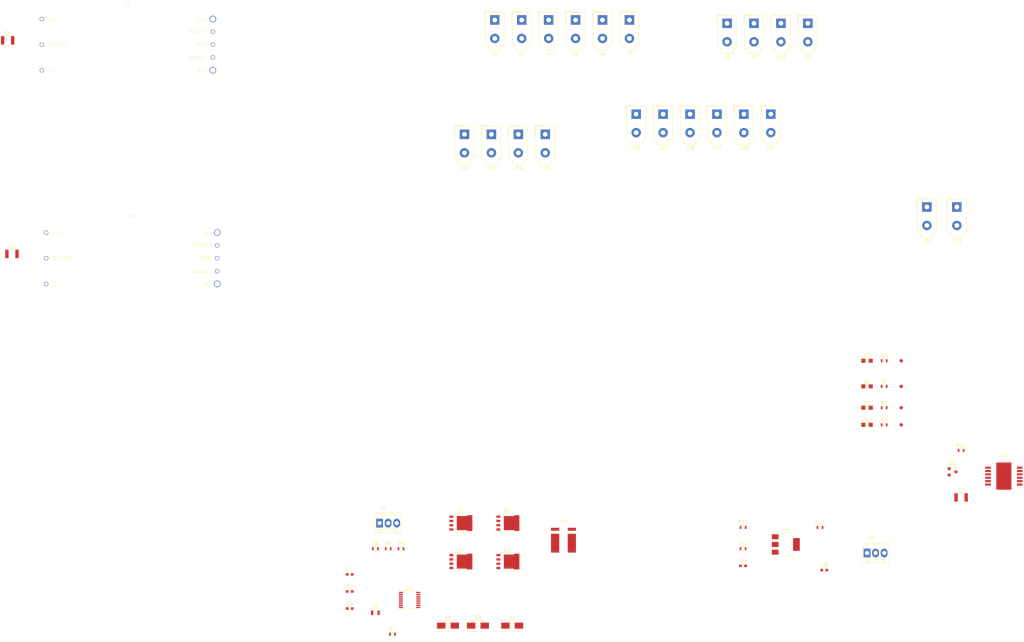
<source format=kicad_pcb>
(kicad_pcb (version 4) (host pcbnew 4.0.6)

  (general
    (links 196)
    (no_connects 144)
    (area 0 0 0 0)
    (thickness 1.6)
    (drawings 0)
    (tracks 0)
    (zones 0)
    (modules 67)
    (nets 38)
  )

  (page A4)
  (layers
    (0 F.Cu signal)
    (31 B.Cu signal)
    (32 B.Adhes user)
    (33 F.Adhes user)
    (34 B.Paste user)
    (35 F.Paste user)
    (36 B.SilkS user)
    (37 F.SilkS user)
    (38 B.Mask user)
    (39 F.Mask user)
    (40 Dwgs.User user)
    (41 Cmts.User user)
    (42 Eco1.User user)
    (43 Eco2.User user)
    (44 Edge.Cuts user)
    (45 Margin user)
    (46 B.CrtYd user)
    (47 F.CrtYd user)
    (48 B.Fab user)
    (49 F.Fab user)
  )

  (setup
    (last_trace_width 0.2)
    (trace_clearance 0.2)
    (zone_clearance 0.508)
    (zone_45_only no)
    (trace_min 0.2)
    (segment_width 0.2)
    (edge_width 0.15)
    (via_size 0.6)
    (via_drill 0.4)
    (via_min_size 0.4)
    (via_min_drill 0.3)
    (uvia_size 0.3)
    (uvia_drill 0.1)
    (uvias_allowed no)
    (uvia_min_size 0.2)
    (uvia_min_drill 0.1)
    (pcb_text_width 0.3)
    (pcb_text_size 1.5 1.5)
    (mod_edge_width 0.15)
    (mod_text_size 1 1)
    (mod_text_width 0.15)
    (pad_size 1.524 1.524)
    (pad_drill 0.762)
    (pad_to_mask_clearance 0.2)
    (aux_axis_origin 0 0)
    (visible_elements FFFFFF7F)
    (pcbplotparams
      (layerselection 0x00030_80000001)
      (usegerberextensions false)
      (excludeedgelayer true)
      (linewidth 0.100000)
      (plotframeref false)
      (viasonmask false)
      (mode 1)
      (useauxorigin false)
      (hpglpennumber 1)
      (hpglpenspeed 20)
      (hpglpendiameter 15)
      (hpglpenoverlay 2)
      (psnegative false)
      (psa4output false)
      (plotreference true)
      (plotvalue true)
      (plotinvisibletext false)
      (padsonsilk false)
      (subtractmaskfromsilk false)
      (outputformat 1)
      (mirror false)
      (drillshape 1)
      (scaleselection 1)
      (outputdirectory ""))
  )

  (net 0 "")
  (net 1 "Net-(C1-Pad1)")
  (net 2 GND)
  (net 3 "Net-(C2-Pad1)")
  (net 4 "Net-(C3-Pad1)")
  (net 5 /PWR_SWITCHED)
  (net 6 /AO_PWR)
  (net 7 "Net-(D1-Pad2)")
  (net 8 "Net-(D2-Pad2)")
  (net 9 BATT2)
  (net 10 "Net-(D4-Pad2)")
  (net 11 BATT1)
  (net 12 "Net-(D7-Pad2)")
  (net 13 "Net-(J1-Pad1)")
  (net 14 "Net-(J1-Pad2)")
  (net 15 "Net-(J1-Pad3)")
  (net 16 /12V_PWR)
  (net 17 /20V_PWR)
  (net 18 /5V_PWR)
  (net 19 "Net-(L1-Pad2)")
  (net 20 "Net-(Q1-Pad1)")
  (net 21 "Net-(Q1-Pad4)")
  (net 22 "Net-(Q2-Pad5)")
  (net 23 "Net-(Q2-Pad4)")
  (net 24 "Net-(Q3-Pad1)")
  (net 25 "Net-(Q3-Pad4)")
  (net 26 "Net-(Q4-Pad4)")
  (net 27 /PWR_ENABLE)
  (net 28 "Net-(Q5-Pad3)")
  (net 29 "Net-(R5-Pad2)")
  (net 30 "Net-(R6-Pad2)")
  (net 31 "Net-(R8-Pad2)")
  (net 32 "Net-(R9-Pad2)")
  (net 33 "Net-(R9-Pad3)")
  (net 34 "Net-(R11-Pad2)")
  (net 35 "Net-(U1-Pad6)")
  (net 36 "Net-(U3-Pad6)")
  (net 37 "Net-(U5-Pad4)")

  (net_class Default "This is the default net class."
    (clearance 0.2)
    (trace_width 0.2)
    (via_dia 0.6)
    (via_drill 0.4)
    (uvia_dia 0.3)
    (uvia_drill 0.1)
    (add_net /12V_PWR)
    (add_net /20V_PWR)
    (add_net /5V_PWR)
    (add_net /AO_PWR)
    (add_net /PWR_ENABLE)
    (add_net /PWR_SWITCHED)
    (add_net BATT1)
    (add_net BATT2)
    (add_net GND)
    (add_net "Net-(C1-Pad1)")
    (add_net "Net-(C2-Pad1)")
    (add_net "Net-(C3-Pad1)")
    (add_net "Net-(D1-Pad2)")
    (add_net "Net-(D2-Pad2)")
    (add_net "Net-(D4-Pad2)")
    (add_net "Net-(D7-Pad2)")
    (add_net "Net-(J1-Pad1)")
    (add_net "Net-(J1-Pad2)")
    (add_net "Net-(J1-Pad3)")
    (add_net "Net-(L1-Pad2)")
    (add_net "Net-(Q1-Pad1)")
    (add_net "Net-(Q1-Pad4)")
    (add_net "Net-(Q2-Pad4)")
    (add_net "Net-(Q2-Pad5)")
    (add_net "Net-(Q3-Pad1)")
    (add_net "Net-(Q3-Pad4)")
    (add_net "Net-(Q4-Pad4)")
    (add_net "Net-(Q5-Pad3)")
    (add_net "Net-(R11-Pad2)")
    (add_net "Net-(R5-Pad2)")
    (add_net "Net-(R6-Pad2)")
    (add_net "Net-(R8-Pad2)")
    (add_net "Net-(R9-Pad2)")
    (add_net "Net-(R9-Pad3)")
    (add_net "Net-(U1-Pad6)")
    (add_net "Net-(U3-Pad6)")
    (add_net "Net-(U5-Pad4)")
  )

  (module Capacitors_SMD:C_0603 (layer F.Cu) (tedit 58AA844E) (tstamp 598F085B)
    (at 41.91 130.81)
    (descr "Capacitor SMD 0603, reflow soldering, AVX (see smccp.pdf)")
    (tags "capacitor 0603")
    (path /597CD904)
    (attr smd)
    (fp_text reference C1 (at 0 -1.5) (layer F.SilkS)
      (effects (font (size 1 1) (thickness 0.15)))
    )
    (fp_text value 3.9n (at 0 1.5) (layer F.Fab)
      (effects (font (size 1 1) (thickness 0.15)))
    )
    (fp_text user %R (at 0 -1.5) (layer F.Fab)
      (effects (font (size 1 1) (thickness 0.15)))
    )
    (fp_line (start -0.8 0.4) (end -0.8 -0.4) (layer F.Fab) (width 0.1))
    (fp_line (start 0.8 0.4) (end -0.8 0.4) (layer F.Fab) (width 0.1))
    (fp_line (start 0.8 -0.4) (end 0.8 0.4) (layer F.Fab) (width 0.1))
    (fp_line (start -0.8 -0.4) (end 0.8 -0.4) (layer F.Fab) (width 0.1))
    (fp_line (start -0.35 -0.6) (end 0.35 -0.6) (layer F.SilkS) (width 0.12))
    (fp_line (start 0.35 0.6) (end -0.35 0.6) (layer F.SilkS) (width 0.12))
    (fp_line (start -1.4 -0.65) (end 1.4 -0.65) (layer F.CrtYd) (width 0.05))
    (fp_line (start -1.4 -0.65) (end -1.4 0.65) (layer F.CrtYd) (width 0.05))
    (fp_line (start 1.4 0.65) (end 1.4 -0.65) (layer F.CrtYd) (width 0.05))
    (fp_line (start 1.4 0.65) (end -1.4 0.65) (layer F.CrtYd) (width 0.05))
    (pad 1 smd rect (at -0.75 0) (size 0.8 0.75) (layers F.Cu F.Paste F.Mask)
      (net 1 "Net-(C1-Pad1)"))
    (pad 2 smd rect (at 0.75 0) (size 0.8 0.75) (layers F.Cu F.Paste F.Mask)
      (net 2 GND))
    (model Capacitors_SMD.3dshapes/C_0603.wrl
      (at (xyz 0 0 0))
      (scale (xyz 1 1 1))
      (rotate (xyz 0 0 0))
    )
  )

  (module Capacitors_SMD:C_0603 (layer F.Cu) (tedit 58AA844E) (tstamp 598F086C)
    (at 41.91 135.89)
    (descr "Capacitor SMD 0603, reflow soldering, AVX (see smccp.pdf)")
    (tags "capacitor 0603")
    (path /597CD96B)
    (attr smd)
    (fp_text reference C2 (at 0 -1.5) (layer F.SilkS)
      (effects (font (size 1 1) (thickness 0.15)))
    )
    (fp_text value 1μ (at 0 1.5) (layer F.Fab)
      (effects (font (size 1 1) (thickness 0.15)))
    )
    (fp_text user %R (at 0 -1.5) (layer F.Fab)
      (effects (font (size 1 1) (thickness 0.15)))
    )
    (fp_line (start -0.8 0.4) (end -0.8 -0.4) (layer F.Fab) (width 0.1))
    (fp_line (start 0.8 0.4) (end -0.8 0.4) (layer F.Fab) (width 0.1))
    (fp_line (start 0.8 -0.4) (end 0.8 0.4) (layer F.Fab) (width 0.1))
    (fp_line (start -0.8 -0.4) (end 0.8 -0.4) (layer F.Fab) (width 0.1))
    (fp_line (start -0.35 -0.6) (end 0.35 -0.6) (layer F.SilkS) (width 0.12))
    (fp_line (start 0.35 0.6) (end -0.35 0.6) (layer F.SilkS) (width 0.12))
    (fp_line (start -1.4 -0.65) (end 1.4 -0.65) (layer F.CrtYd) (width 0.05))
    (fp_line (start -1.4 -0.65) (end -1.4 0.65) (layer F.CrtYd) (width 0.05))
    (fp_line (start 1.4 0.65) (end 1.4 -0.65) (layer F.CrtYd) (width 0.05))
    (fp_line (start 1.4 0.65) (end -1.4 0.65) (layer F.CrtYd) (width 0.05))
    (pad 1 smd rect (at -0.75 0) (size 0.8 0.75) (layers F.Cu F.Paste F.Mask)
      (net 3 "Net-(C2-Pad1)"))
    (pad 2 smd rect (at 0.75 0) (size 0.8 0.75) (layers F.Cu F.Paste F.Mask)
      (net 2 GND))
    (model Capacitors_SMD.3dshapes/C_0603.wrl
      (at (xyz 0 0 0))
      (scale (xyz 1 1 1))
      (rotate (xyz 0 0 0))
    )
  )

  (module Capacitors_SMD:C_0603 (layer F.Cu) (tedit 58AA844E) (tstamp 598F087D)
    (at 41.91 140.97)
    (descr "Capacitor SMD 0603, reflow soldering, AVX (see smccp.pdf)")
    (tags "capacitor 0603")
    (path /597CD9A4)
    (attr smd)
    (fp_text reference C3 (at 0 -1.5) (layer F.SilkS)
      (effects (font (size 1 1) (thickness 0.15)))
    )
    (fp_text value 1μ (at 0 1.5) (layer F.Fab)
      (effects (font (size 1 1) (thickness 0.15)))
    )
    (fp_text user %R (at 0 -1.5) (layer F.Fab)
      (effects (font (size 1 1) (thickness 0.15)))
    )
    (fp_line (start -0.8 0.4) (end -0.8 -0.4) (layer F.Fab) (width 0.1))
    (fp_line (start 0.8 0.4) (end -0.8 0.4) (layer F.Fab) (width 0.1))
    (fp_line (start 0.8 -0.4) (end 0.8 0.4) (layer F.Fab) (width 0.1))
    (fp_line (start -0.8 -0.4) (end 0.8 -0.4) (layer F.Fab) (width 0.1))
    (fp_line (start -0.35 -0.6) (end 0.35 -0.6) (layer F.SilkS) (width 0.12))
    (fp_line (start 0.35 0.6) (end -0.35 0.6) (layer F.SilkS) (width 0.12))
    (fp_line (start -1.4 -0.65) (end 1.4 -0.65) (layer F.CrtYd) (width 0.05))
    (fp_line (start -1.4 -0.65) (end -1.4 0.65) (layer F.CrtYd) (width 0.05))
    (fp_line (start 1.4 0.65) (end 1.4 -0.65) (layer F.CrtYd) (width 0.05))
    (fp_line (start 1.4 0.65) (end -1.4 0.65) (layer F.CrtYd) (width 0.05))
    (pad 1 smd rect (at -0.75 0) (size 0.8 0.75) (layers F.Cu F.Paste F.Mask)
      (net 4 "Net-(C3-Pad1)"))
    (pad 2 smd rect (at 0.75 0) (size 0.8 0.75) (layers F.Cu F.Paste F.Mask)
      (net 2 GND))
    (model Capacitors_SMD.3dshapes/C_0603.wrl
      (at (xyz 0 0 0))
      (scale (xyz 1 1 1))
      (rotate (xyz 0 0 0))
    )
  )

  (module Capacitors_SMD:C_1210 (layer F.Cu) (tedit 58AA84E2) (tstamp 598F088E)
    (at -59.69 -27.94)
    (descr "Capacitor SMD 1210, reflow soldering, AVX (see smccp.pdf)")
    (tags "capacitor 1210")
    (path /5980971D)
    (attr smd)
    (fp_text reference C4 (at 0 -2.25) (layer F.SilkS)
      (effects (font (size 1 1) (thickness 0.15)))
    )
    (fp_text value 100μ (at 0 2.5) (layer F.Fab)
      (effects (font (size 1 1) (thickness 0.15)))
    )
    (fp_text user %R (at 0 -2.25) (layer F.Fab)
      (effects (font (size 1 1) (thickness 0.15)))
    )
    (fp_line (start -1.6 1.25) (end -1.6 -1.25) (layer F.Fab) (width 0.1))
    (fp_line (start 1.6 1.25) (end -1.6 1.25) (layer F.Fab) (width 0.1))
    (fp_line (start 1.6 -1.25) (end 1.6 1.25) (layer F.Fab) (width 0.1))
    (fp_line (start -1.6 -1.25) (end 1.6 -1.25) (layer F.Fab) (width 0.1))
    (fp_line (start 1 -1.48) (end -1 -1.48) (layer F.SilkS) (width 0.12))
    (fp_line (start -1 1.48) (end 1 1.48) (layer F.SilkS) (width 0.12))
    (fp_line (start -2.25 -1.5) (end 2.25 -1.5) (layer F.CrtYd) (width 0.05))
    (fp_line (start -2.25 -1.5) (end -2.25 1.5) (layer F.CrtYd) (width 0.05))
    (fp_line (start 2.25 1.5) (end 2.25 -1.5) (layer F.CrtYd) (width 0.05))
    (fp_line (start 2.25 1.5) (end -2.25 1.5) (layer F.CrtYd) (width 0.05))
    (pad 1 smd rect (at -1.5 0) (size 1 2.5) (layers F.Cu F.Paste F.Mask)
      (net 5 /PWR_SWITCHED))
    (pad 2 smd rect (at 1.5 0) (size 1 2.5) (layers F.Cu F.Paste F.Mask)
      (net 2 GND))
    (model Capacitors_SMD.3dshapes/C_1210.wrl
      (at (xyz 0 0 0))
      (scale (xyz 1 1 1))
      (rotate (xyz 0 0 0))
    )
  )

  (module Capacitors_SMD:C_1210 (layer F.Cu) (tedit 58AA84E2) (tstamp 598F089F)
    (at -58.42 35.56)
    (descr "Capacitor SMD 1210, reflow soldering, AVX (see smccp.pdf)")
    (tags "capacitor 1210")
    (path /59814F39)
    (attr smd)
    (fp_text reference C5 (at 0 -2.25) (layer F.SilkS)
      (effects (font (size 1 1) (thickness 0.15)))
    )
    (fp_text value 100μ (at 0 2.5) (layer F.Fab)
      (effects (font (size 1 1) (thickness 0.15)))
    )
    (fp_text user %R (at 0 -2.25) (layer F.Fab)
      (effects (font (size 1 1) (thickness 0.15)))
    )
    (fp_line (start -1.6 1.25) (end -1.6 -1.25) (layer F.Fab) (width 0.1))
    (fp_line (start 1.6 1.25) (end -1.6 1.25) (layer F.Fab) (width 0.1))
    (fp_line (start 1.6 -1.25) (end 1.6 1.25) (layer F.Fab) (width 0.1))
    (fp_line (start -1.6 -1.25) (end 1.6 -1.25) (layer F.Fab) (width 0.1))
    (fp_line (start 1 -1.48) (end -1 -1.48) (layer F.SilkS) (width 0.12))
    (fp_line (start -1 1.48) (end 1 1.48) (layer F.SilkS) (width 0.12))
    (fp_line (start -2.25 -1.5) (end 2.25 -1.5) (layer F.CrtYd) (width 0.05))
    (fp_line (start -2.25 -1.5) (end -2.25 1.5) (layer F.CrtYd) (width 0.05))
    (fp_line (start 2.25 1.5) (end 2.25 -1.5) (layer F.CrtYd) (width 0.05))
    (fp_line (start 2.25 1.5) (end -2.25 1.5) (layer F.CrtYd) (width 0.05))
    (pad 1 smd rect (at -1.5 0) (size 1 2.5) (layers F.Cu F.Paste F.Mask)
      (net 5 /PWR_SWITCHED))
    (pad 2 smd rect (at 1.5 0) (size 1 2.5) (layers F.Cu F.Paste F.Mask)
      (net 2 GND))
    (model Capacitors_SMD.3dshapes/C_1210.wrl
      (at (xyz 0 0 0))
      (scale (xyz 1 1 1))
      (rotate (xyz 0 0 0))
    )
  )

  (module Capacitors_SMD:C_0603 (layer F.Cu) (tedit 58AA844E) (tstamp 598F08B0)
    (at 158.75 128.27)
    (descr "Capacitor SMD 0603, reflow soldering, AVX (see smccp.pdf)")
    (tags "capacitor 0603")
    (path /5982D33B)
    (attr smd)
    (fp_text reference C6 (at 0 -1.5) (layer F.SilkS)
      (effects (font (size 1 1) (thickness 0.15)))
    )
    (fp_text value 0.1μ (at 0 1.5) (layer F.Fab)
      (effects (font (size 1 1) (thickness 0.15)))
    )
    (fp_text user %R (at 0 -1.5) (layer F.Fab)
      (effects (font (size 1 1) (thickness 0.15)))
    )
    (fp_line (start -0.8 0.4) (end -0.8 -0.4) (layer F.Fab) (width 0.1))
    (fp_line (start 0.8 0.4) (end -0.8 0.4) (layer F.Fab) (width 0.1))
    (fp_line (start 0.8 -0.4) (end 0.8 0.4) (layer F.Fab) (width 0.1))
    (fp_line (start -0.8 -0.4) (end 0.8 -0.4) (layer F.Fab) (width 0.1))
    (fp_line (start -0.35 -0.6) (end 0.35 -0.6) (layer F.SilkS) (width 0.12))
    (fp_line (start 0.35 0.6) (end -0.35 0.6) (layer F.SilkS) (width 0.12))
    (fp_line (start -1.4 -0.65) (end 1.4 -0.65) (layer F.CrtYd) (width 0.05))
    (fp_line (start -1.4 -0.65) (end -1.4 0.65) (layer F.CrtYd) (width 0.05))
    (fp_line (start 1.4 0.65) (end 1.4 -0.65) (layer F.CrtYd) (width 0.05))
    (fp_line (start 1.4 0.65) (end -1.4 0.65) (layer F.CrtYd) (width 0.05))
    (pad 1 smd rect (at -0.75 0) (size 0.8 0.75) (layers F.Cu F.Paste F.Mask)
      (net 2 GND))
    (pad 2 smd rect (at 0.75 0) (size 0.8 0.75) (layers F.Cu F.Paste F.Mask)
      (net 5 /PWR_SWITCHED))
    (model Capacitors_SMD.3dshapes/C_0603.wrl
      (at (xyz 0 0 0))
      (scale (xyz 1 1 1))
      (rotate (xyz 0 0 0))
    )
  )

  (module Capacitors_SMD:C_1210 (layer F.Cu) (tedit 58AA84E2) (tstamp 598F08C1)
    (at 223.52 107.95)
    (descr "Capacitor SMD 1210, reflow soldering, AVX (see smccp.pdf)")
    (tags "capacitor 1210")
    (path /5983DB6E)
    (attr smd)
    (fp_text reference C7 (at 0 -2.25) (layer F.SilkS)
      (effects (font (size 1 1) (thickness 0.15)))
    )
    (fp_text value 100μ (at 0 2.5) (layer F.Fab)
      (effects (font (size 1 1) (thickness 0.15)))
    )
    (fp_text user %R (at 0 -2.25) (layer F.Fab)
      (effects (font (size 1 1) (thickness 0.15)))
    )
    (fp_line (start -1.6 1.25) (end -1.6 -1.25) (layer F.Fab) (width 0.1))
    (fp_line (start 1.6 1.25) (end -1.6 1.25) (layer F.Fab) (width 0.1))
    (fp_line (start 1.6 -1.25) (end 1.6 1.25) (layer F.Fab) (width 0.1))
    (fp_line (start -1.6 -1.25) (end 1.6 -1.25) (layer F.Fab) (width 0.1))
    (fp_line (start 1 -1.48) (end -1 -1.48) (layer F.SilkS) (width 0.12))
    (fp_line (start -1 1.48) (end 1 1.48) (layer F.SilkS) (width 0.12))
    (fp_line (start -2.25 -1.5) (end 2.25 -1.5) (layer F.CrtYd) (width 0.05))
    (fp_line (start -2.25 -1.5) (end -2.25 1.5) (layer F.CrtYd) (width 0.05))
    (fp_line (start 2.25 1.5) (end 2.25 -1.5) (layer F.CrtYd) (width 0.05))
    (fp_line (start 2.25 1.5) (end -2.25 1.5) (layer F.CrtYd) (width 0.05))
    (pad 1 smd rect (at -1.5 0) (size 1 2.5) (layers F.Cu F.Paste F.Mask)
      (net 5 /PWR_SWITCHED))
    (pad 2 smd rect (at 1.5 0) (size 1 2.5) (layers F.Cu F.Paste F.Mask)
      (net 2 GND))
    (model Capacitors_SMD.3dshapes/C_1210.wrl
      (at (xyz 0 0 0))
      (scale (xyz 1 1 1))
      (rotate (xyz 0 0 0))
    )
  )

  (module Capacitors_SMD:C_0603 (layer F.Cu) (tedit 58AA844E) (tstamp 598F08D2)
    (at 182.88 129.54)
    (descr "Capacitor SMD 0603, reflow soldering, AVX (see smccp.pdf)")
    (tags "capacitor 0603")
    (path /597E9DE7)
    (attr smd)
    (fp_text reference C8 (at 0 -1.5) (layer F.SilkS)
      (effects (font (size 1 1) (thickness 0.15)))
    )
    (fp_text value 0.1μ (at 0 1.5) (layer F.Fab)
      (effects (font (size 1 1) (thickness 0.15)))
    )
    (fp_text user %R (at 0 -1.5) (layer F.Fab)
      (effects (font (size 1 1) (thickness 0.15)))
    )
    (fp_line (start -0.8 0.4) (end -0.8 -0.4) (layer F.Fab) (width 0.1))
    (fp_line (start 0.8 0.4) (end -0.8 0.4) (layer F.Fab) (width 0.1))
    (fp_line (start 0.8 -0.4) (end 0.8 0.4) (layer F.Fab) (width 0.1))
    (fp_line (start -0.8 -0.4) (end 0.8 -0.4) (layer F.Fab) (width 0.1))
    (fp_line (start -0.35 -0.6) (end 0.35 -0.6) (layer F.SilkS) (width 0.12))
    (fp_line (start 0.35 0.6) (end -0.35 0.6) (layer F.SilkS) (width 0.12))
    (fp_line (start -1.4 -0.65) (end 1.4 -0.65) (layer F.CrtYd) (width 0.05))
    (fp_line (start -1.4 -0.65) (end -1.4 0.65) (layer F.CrtYd) (width 0.05))
    (fp_line (start 1.4 0.65) (end 1.4 -0.65) (layer F.CrtYd) (width 0.05))
    (fp_line (start 1.4 0.65) (end -1.4 0.65) (layer F.CrtYd) (width 0.05))
    (pad 1 smd rect (at -0.75 0) (size 0.8 0.75) (layers F.Cu F.Paste F.Mask)
      (net 2 GND))
    (pad 2 smd rect (at 0.75 0) (size 0.8 0.75) (layers F.Cu F.Paste F.Mask)
      (net 6 /AO_PWR))
    (model Capacitors_SMD.3dshapes/C_0603.wrl
      (at (xyz 0 0 0))
      (scale (xyz 1 1 1))
      (rotate (xyz 0 0 0))
    )
  )

  (module LEDs:LED_0805 (layer F.Cu) (tedit 57FE93EC) (tstamp 598F08E7)
    (at 195.58 74.93)
    (descr "LED 0805 smd package")
    (tags "LED led 0805 SMD smd SMT smt smdled SMDLED smtled SMTLED")
    (path /598533A8)
    (attr smd)
    (fp_text reference D1 (at 0 -1.45) (layer F.SilkS)
      (effects (font (size 1 1) (thickness 0.15)))
    )
    (fp_text value LED (at 0 1.55) (layer F.Fab)
      (effects (font (size 1 1) (thickness 0.15)))
    )
    (fp_line (start -1.8 -0.7) (end -1.8 0.7) (layer F.SilkS) (width 0.12))
    (fp_line (start -0.4 -0.4) (end -0.4 0.4) (layer F.Fab) (width 0.1))
    (fp_line (start -0.4 0) (end 0.2 -0.4) (layer F.Fab) (width 0.1))
    (fp_line (start 0.2 0.4) (end -0.4 0) (layer F.Fab) (width 0.1))
    (fp_line (start 0.2 -0.4) (end 0.2 0.4) (layer F.Fab) (width 0.1))
    (fp_line (start 1 0.6) (end -1 0.6) (layer F.Fab) (width 0.1))
    (fp_line (start 1 -0.6) (end 1 0.6) (layer F.Fab) (width 0.1))
    (fp_line (start -1 -0.6) (end 1 -0.6) (layer F.Fab) (width 0.1))
    (fp_line (start -1 0.6) (end -1 -0.6) (layer F.Fab) (width 0.1))
    (fp_line (start -1.8 0.7) (end 1 0.7) (layer F.SilkS) (width 0.12))
    (fp_line (start -1.8 -0.7) (end 1 -0.7) (layer F.SilkS) (width 0.12))
    (fp_line (start 1.95 -0.85) (end 1.95 0.85) (layer F.CrtYd) (width 0.05))
    (fp_line (start 1.95 0.85) (end -1.95 0.85) (layer F.CrtYd) (width 0.05))
    (fp_line (start -1.95 0.85) (end -1.95 -0.85) (layer F.CrtYd) (width 0.05))
    (fp_line (start -1.95 -0.85) (end 1.95 -0.85) (layer F.CrtYd) (width 0.05))
    (pad 2 smd rect (at 1.1 0 180) (size 1.2 1.2) (layers F.Cu F.Paste F.Mask)
      (net 7 "Net-(D1-Pad2)"))
    (pad 1 smd rect (at -1.1 0 180) (size 1.2 1.2) (layers F.Cu F.Paste F.Mask)
      (net 2 GND))
    (model ${KISYS3DMOD}/LEDs.3dshapes/LED_0805.wrl
      (at (xyz 0 0 0))
      (scale (xyz 1 1 1))
      (rotate (xyz 0 0 180))
    )
  )

  (module LEDs:LED_0805 (layer F.Cu) (tedit 57FE93EC) (tstamp 598F08FC)
    (at 195.58 81.28)
    (descr "LED 0805 smd package")
    (tags "LED led 0805 SMD smd SMT smt smdled SMDLED smtled SMTLED")
    (path /59852577)
    (attr smd)
    (fp_text reference D2 (at 0 -1.45) (layer F.SilkS)
      (effects (font (size 1 1) (thickness 0.15)))
    )
    (fp_text value LED (at 0 1.55) (layer F.Fab)
      (effects (font (size 1 1) (thickness 0.15)))
    )
    (fp_line (start -1.8 -0.7) (end -1.8 0.7) (layer F.SilkS) (width 0.12))
    (fp_line (start -0.4 -0.4) (end -0.4 0.4) (layer F.Fab) (width 0.1))
    (fp_line (start -0.4 0) (end 0.2 -0.4) (layer F.Fab) (width 0.1))
    (fp_line (start 0.2 0.4) (end -0.4 0) (layer F.Fab) (width 0.1))
    (fp_line (start 0.2 -0.4) (end 0.2 0.4) (layer F.Fab) (width 0.1))
    (fp_line (start 1 0.6) (end -1 0.6) (layer F.Fab) (width 0.1))
    (fp_line (start 1 -0.6) (end 1 0.6) (layer F.Fab) (width 0.1))
    (fp_line (start -1 -0.6) (end 1 -0.6) (layer F.Fab) (width 0.1))
    (fp_line (start -1 0.6) (end -1 -0.6) (layer F.Fab) (width 0.1))
    (fp_line (start -1.8 0.7) (end 1 0.7) (layer F.SilkS) (width 0.12))
    (fp_line (start -1.8 -0.7) (end 1 -0.7) (layer F.SilkS) (width 0.12))
    (fp_line (start 1.95 -0.85) (end 1.95 0.85) (layer F.CrtYd) (width 0.05))
    (fp_line (start 1.95 0.85) (end -1.95 0.85) (layer F.CrtYd) (width 0.05))
    (fp_line (start -1.95 0.85) (end -1.95 -0.85) (layer F.CrtYd) (width 0.05))
    (fp_line (start -1.95 -0.85) (end 1.95 -0.85) (layer F.CrtYd) (width 0.05))
    (pad 2 smd rect (at 1.1 0 180) (size 1.2 1.2) (layers F.Cu F.Paste F.Mask)
      (net 8 "Net-(D2-Pad2)"))
    (pad 1 smd rect (at -1.1 0 180) (size 1.2 1.2) (layers F.Cu F.Paste F.Mask)
      (net 2 GND))
    (model ${KISYS3DMOD}/LEDs.3dshapes/LED_0805.wrl
      (at (xyz 0 0 0))
      (scale (xyz 1 1 1))
      (rotate (xyz 0 0 180))
    )
  )

  (module Diodes_SMD:D_SMA (layer F.Cu) (tedit 586432E5) (tstamp 598F0914)
    (at 90.17 146.05)
    (descr "Diode SMA (DO-214AC)")
    (tags "Diode SMA (DO-214AC)")
    (path /597CC874)
    (attr smd)
    (fp_text reference D3 (at 0 -2.5) (layer F.SilkS)
      (effects (font (size 1 1) (thickness 0.15)))
    )
    (fp_text value D (at 0 2.6) (layer F.Fab)
      (effects (font (size 1 1) (thickness 0.15)))
    )
    (fp_text user %R (at 0 -2.5) (layer F.Fab)
      (effects (font (size 1 1) (thickness 0.15)))
    )
    (fp_line (start -3.4 -1.65) (end -3.4 1.65) (layer F.SilkS) (width 0.12))
    (fp_line (start 2.3 1.5) (end -2.3 1.5) (layer F.Fab) (width 0.1))
    (fp_line (start -2.3 1.5) (end -2.3 -1.5) (layer F.Fab) (width 0.1))
    (fp_line (start 2.3 -1.5) (end 2.3 1.5) (layer F.Fab) (width 0.1))
    (fp_line (start 2.3 -1.5) (end -2.3 -1.5) (layer F.Fab) (width 0.1))
    (fp_line (start -3.5 -1.75) (end 3.5 -1.75) (layer F.CrtYd) (width 0.05))
    (fp_line (start 3.5 -1.75) (end 3.5 1.75) (layer F.CrtYd) (width 0.05))
    (fp_line (start 3.5 1.75) (end -3.5 1.75) (layer F.CrtYd) (width 0.05))
    (fp_line (start -3.5 1.75) (end -3.5 -1.75) (layer F.CrtYd) (width 0.05))
    (fp_line (start -0.64944 0.00102) (end -1.55114 0.00102) (layer F.Fab) (width 0.1))
    (fp_line (start 0.50118 0.00102) (end 1.4994 0.00102) (layer F.Fab) (width 0.1))
    (fp_line (start -0.64944 -0.79908) (end -0.64944 0.80112) (layer F.Fab) (width 0.1))
    (fp_line (start 0.50118 0.75032) (end 0.50118 -0.79908) (layer F.Fab) (width 0.1))
    (fp_line (start -0.64944 0.00102) (end 0.50118 0.75032) (layer F.Fab) (width 0.1))
    (fp_line (start -0.64944 0.00102) (end 0.50118 -0.79908) (layer F.Fab) (width 0.1))
    (fp_line (start -3.4 1.65) (end 2 1.65) (layer F.SilkS) (width 0.12))
    (fp_line (start -3.4 -1.65) (end 2 -1.65) (layer F.SilkS) (width 0.12))
    (pad 1 smd rect (at -2 0) (size 2.5 1.8) (layers F.Cu F.Paste F.Mask)
      (net 3 "Net-(C2-Pad1)"))
    (pad 2 smd rect (at 2 0) (size 2.5 1.8) (layers F.Cu F.Paste F.Mask)
      (net 9 BATT2))
    (model ${KISYS3DMOD}/Diodes_SMD.3dshapes/D_SMA.wrl
      (at (xyz 0 0 0))
      (scale (xyz 1 1 1))
      (rotate (xyz 0 0 0))
    )
  )

  (module LEDs:LED_0805 (layer F.Cu) (tedit 57FE93EC) (tstamp 598F0929)
    (at 195.58 86.36)
    (descr "LED 0805 smd package")
    (tags "LED led 0805 SMD smd SMT smt smdled SMDLED smtled SMTLED")
    (path /5985349A)
    (attr smd)
    (fp_text reference D4 (at 0 -1.45) (layer F.SilkS)
      (effects (font (size 1 1) (thickness 0.15)))
    )
    (fp_text value LED (at 0 1.55) (layer F.Fab)
      (effects (font (size 1 1) (thickness 0.15)))
    )
    (fp_line (start -1.8 -0.7) (end -1.8 0.7) (layer F.SilkS) (width 0.12))
    (fp_line (start -0.4 -0.4) (end -0.4 0.4) (layer F.Fab) (width 0.1))
    (fp_line (start -0.4 0) (end 0.2 -0.4) (layer F.Fab) (width 0.1))
    (fp_line (start 0.2 0.4) (end -0.4 0) (layer F.Fab) (width 0.1))
    (fp_line (start 0.2 -0.4) (end 0.2 0.4) (layer F.Fab) (width 0.1))
    (fp_line (start 1 0.6) (end -1 0.6) (layer F.Fab) (width 0.1))
    (fp_line (start 1 -0.6) (end 1 0.6) (layer F.Fab) (width 0.1))
    (fp_line (start -1 -0.6) (end 1 -0.6) (layer F.Fab) (width 0.1))
    (fp_line (start -1 0.6) (end -1 -0.6) (layer F.Fab) (width 0.1))
    (fp_line (start -1.8 0.7) (end 1 0.7) (layer F.SilkS) (width 0.12))
    (fp_line (start -1.8 -0.7) (end 1 -0.7) (layer F.SilkS) (width 0.12))
    (fp_line (start 1.95 -0.85) (end 1.95 0.85) (layer F.CrtYd) (width 0.05))
    (fp_line (start 1.95 0.85) (end -1.95 0.85) (layer F.CrtYd) (width 0.05))
    (fp_line (start -1.95 0.85) (end -1.95 -0.85) (layer F.CrtYd) (width 0.05))
    (fp_line (start -1.95 -0.85) (end 1.95 -0.85) (layer F.CrtYd) (width 0.05))
    (pad 2 smd rect (at 1.1 0 180) (size 1.2 1.2) (layers F.Cu F.Paste F.Mask)
      (net 10 "Net-(D4-Pad2)"))
    (pad 1 smd rect (at -1.1 0 180) (size 1.2 1.2) (layers F.Cu F.Paste F.Mask)
      (net 2 GND))
    (model ${KISYS3DMOD}/LEDs.3dshapes/LED_0805.wrl
      (at (xyz 0 0 0))
      (scale (xyz 1 1 1))
      (rotate (xyz 0 0 180))
    )
  )

  (module Diodes_SMD:D_SMA (layer F.Cu) (tedit 586432E5) (tstamp 598F0941)
    (at 80.01 146.05)
    (descr "Diode SMA (DO-214AC)")
    (tags "Diode SMA (DO-214AC)")
    (path /597CC8CD)
    (attr smd)
    (fp_text reference D5 (at 0 -2.5) (layer F.SilkS)
      (effects (font (size 1 1) (thickness 0.15)))
    )
    (fp_text value D (at 0 2.6) (layer F.Fab)
      (effects (font (size 1 1) (thickness 0.15)))
    )
    (fp_text user %R (at 0 -2.5) (layer F.Fab)
      (effects (font (size 1 1) (thickness 0.15)))
    )
    (fp_line (start -3.4 -1.65) (end -3.4 1.65) (layer F.SilkS) (width 0.12))
    (fp_line (start 2.3 1.5) (end -2.3 1.5) (layer F.Fab) (width 0.1))
    (fp_line (start -2.3 1.5) (end -2.3 -1.5) (layer F.Fab) (width 0.1))
    (fp_line (start 2.3 -1.5) (end 2.3 1.5) (layer F.Fab) (width 0.1))
    (fp_line (start 2.3 -1.5) (end -2.3 -1.5) (layer F.Fab) (width 0.1))
    (fp_line (start -3.5 -1.75) (end 3.5 -1.75) (layer F.CrtYd) (width 0.05))
    (fp_line (start 3.5 -1.75) (end 3.5 1.75) (layer F.CrtYd) (width 0.05))
    (fp_line (start 3.5 1.75) (end -3.5 1.75) (layer F.CrtYd) (width 0.05))
    (fp_line (start -3.5 1.75) (end -3.5 -1.75) (layer F.CrtYd) (width 0.05))
    (fp_line (start -0.64944 0.00102) (end -1.55114 0.00102) (layer F.Fab) (width 0.1))
    (fp_line (start 0.50118 0.00102) (end 1.4994 0.00102) (layer F.Fab) (width 0.1))
    (fp_line (start -0.64944 -0.79908) (end -0.64944 0.80112) (layer F.Fab) (width 0.1))
    (fp_line (start 0.50118 0.75032) (end 0.50118 -0.79908) (layer F.Fab) (width 0.1))
    (fp_line (start -0.64944 0.00102) (end 0.50118 0.75032) (layer F.Fab) (width 0.1))
    (fp_line (start -0.64944 0.00102) (end 0.50118 -0.79908) (layer F.Fab) (width 0.1))
    (fp_line (start -3.4 1.65) (end 2 1.65) (layer F.SilkS) (width 0.12))
    (fp_line (start -3.4 -1.65) (end 2 -1.65) (layer F.SilkS) (width 0.12))
    (pad 1 smd rect (at -2 0) (size 2.5 1.8) (layers F.Cu F.Paste F.Mask)
      (net 3 "Net-(C2-Pad1)"))
    (pad 2 smd rect (at 2 0) (size 2.5 1.8) (layers F.Cu F.Paste F.Mask)
      (net 11 BATT1))
    (model ${KISYS3DMOD}/Diodes_SMD.3dshapes/D_SMA.wrl
      (at (xyz 0 0 0))
      (scale (xyz 1 1 1))
      (rotate (xyz 0 0 0))
    )
  )

  (module Diodes_SMD:D_SMA (layer F.Cu) (tedit 586432E5) (tstamp 598F0959)
    (at 71.12 146.05)
    (descr "Diode SMA (DO-214AC)")
    (tags "Diode SMA (DO-214AC)")
    (path /597CDD20)
    (attr smd)
    (fp_text reference D6 (at 0 -2.5) (layer F.SilkS)
      (effects (font (size 1 1) (thickness 0.15)))
    )
    (fp_text value D (at 0 2.6) (layer F.Fab)
      (effects (font (size 1 1) (thickness 0.15)))
    )
    (fp_text user %R (at 0 -2.5) (layer F.Fab)
      (effects (font (size 1 1) (thickness 0.15)))
    )
    (fp_line (start -3.4 -1.65) (end -3.4 1.65) (layer F.SilkS) (width 0.12))
    (fp_line (start 2.3 1.5) (end -2.3 1.5) (layer F.Fab) (width 0.1))
    (fp_line (start -2.3 1.5) (end -2.3 -1.5) (layer F.Fab) (width 0.1))
    (fp_line (start 2.3 -1.5) (end 2.3 1.5) (layer F.Fab) (width 0.1))
    (fp_line (start 2.3 -1.5) (end -2.3 -1.5) (layer F.Fab) (width 0.1))
    (fp_line (start -3.5 -1.75) (end 3.5 -1.75) (layer F.CrtYd) (width 0.05))
    (fp_line (start 3.5 -1.75) (end 3.5 1.75) (layer F.CrtYd) (width 0.05))
    (fp_line (start 3.5 1.75) (end -3.5 1.75) (layer F.CrtYd) (width 0.05))
    (fp_line (start -3.5 1.75) (end -3.5 -1.75) (layer F.CrtYd) (width 0.05))
    (fp_line (start -0.64944 0.00102) (end -1.55114 0.00102) (layer F.Fab) (width 0.1))
    (fp_line (start 0.50118 0.00102) (end 1.4994 0.00102) (layer F.Fab) (width 0.1))
    (fp_line (start -0.64944 -0.79908) (end -0.64944 0.80112) (layer F.Fab) (width 0.1))
    (fp_line (start 0.50118 0.75032) (end 0.50118 -0.79908) (layer F.Fab) (width 0.1))
    (fp_line (start -0.64944 0.00102) (end 0.50118 0.75032) (layer F.Fab) (width 0.1))
    (fp_line (start -0.64944 0.00102) (end 0.50118 -0.79908) (layer F.Fab) (width 0.1))
    (fp_line (start -3.4 1.65) (end 2 1.65) (layer F.SilkS) (width 0.12))
    (fp_line (start -3.4 -1.65) (end 2 -1.65) (layer F.SilkS) (width 0.12))
    (pad 1 smd rect (at -2 0) (size 2.5 1.8) (layers F.Cu F.Paste F.Mask)
      (net 3 "Net-(C2-Pad1)"))
    (pad 2 smd rect (at 2 0) (size 2.5 1.8) (layers F.Cu F.Paste F.Mask)
      (net 2 GND))
    (model ${KISYS3DMOD}/Diodes_SMD.3dshapes/D_SMA.wrl
      (at (xyz 0 0 0))
      (scale (xyz 1 1 1))
      (rotate (xyz 0 0 0))
    )
  )

  (module LEDs:LED_0805 (layer F.Cu) (tedit 57FE93EC) (tstamp 598F096E)
    (at 195.58 67.31)
    (descr "LED 0805 smd package")
    (tags "LED led 0805 SMD smd SMT smt smdled SMDLED smtled SMTLED")
    (path /5987A06F)
    (attr smd)
    (fp_text reference D7 (at 0 -1.45) (layer F.SilkS)
      (effects (font (size 1 1) (thickness 0.15)))
    )
    (fp_text value LED (at 0 1.55) (layer F.Fab)
      (effects (font (size 1 1) (thickness 0.15)))
    )
    (fp_line (start -1.8 -0.7) (end -1.8 0.7) (layer F.SilkS) (width 0.12))
    (fp_line (start -0.4 -0.4) (end -0.4 0.4) (layer F.Fab) (width 0.1))
    (fp_line (start -0.4 0) (end 0.2 -0.4) (layer F.Fab) (width 0.1))
    (fp_line (start 0.2 0.4) (end -0.4 0) (layer F.Fab) (width 0.1))
    (fp_line (start 0.2 -0.4) (end 0.2 0.4) (layer F.Fab) (width 0.1))
    (fp_line (start 1 0.6) (end -1 0.6) (layer F.Fab) (width 0.1))
    (fp_line (start 1 -0.6) (end 1 0.6) (layer F.Fab) (width 0.1))
    (fp_line (start -1 -0.6) (end 1 -0.6) (layer F.Fab) (width 0.1))
    (fp_line (start -1 0.6) (end -1 -0.6) (layer F.Fab) (width 0.1))
    (fp_line (start -1.8 0.7) (end 1 0.7) (layer F.SilkS) (width 0.12))
    (fp_line (start -1.8 -0.7) (end 1 -0.7) (layer F.SilkS) (width 0.12))
    (fp_line (start 1.95 -0.85) (end 1.95 0.85) (layer F.CrtYd) (width 0.05))
    (fp_line (start 1.95 0.85) (end -1.95 0.85) (layer F.CrtYd) (width 0.05))
    (fp_line (start -1.95 0.85) (end -1.95 -0.85) (layer F.CrtYd) (width 0.05))
    (fp_line (start -1.95 -0.85) (end 1.95 -0.85) (layer F.CrtYd) (width 0.05))
    (pad 2 smd rect (at 1.1 0 180) (size 1.2 1.2) (layers F.Cu F.Paste F.Mask)
      (net 12 "Net-(D7-Pad2)"))
    (pad 1 smd rect (at -1.1 0 180) (size 1.2 1.2) (layers F.Cu F.Paste F.Mask)
      (net 2 GND))
    (model ${KISYS3DMOD}/LEDs.3dshapes/LED_0805.wrl
      (at (xyz 0 0 0))
      (scale (xyz 1 1 1))
      (rotate (xyz 0 0 180))
    )
  )

  (module Connectors_Molex:Molex_KK-6410-03_03x2.54mm_Straight (layer F.Cu) (tedit 58EE6EE6) (tstamp 598F0993)
    (at 50.8 115.57)
    (descr "Connector Headers with Friction Lock, 22-27-2031, http://www.molex.com/pdm_docs/sd/022272021_sd.pdf")
    (tags "connector molex kk_6410 22-27-2031")
    (path /597E46B8)
    (fp_text reference J1 (at 1 -4.5) (layer F.SilkS)
      (effects (font (size 1 1) (thickness 0.15)))
    )
    (fp_text value CONN_01x03 (at 2.54 4.5) (layer F.Fab)
      (effects (font (size 1 1) (thickness 0.15)))
    )
    (fp_line (start -1.47 -3.12) (end -1.47 3.08) (layer F.Fab) (width 0.12))
    (fp_line (start -1.47 3.08) (end 6.55 3.08) (layer F.Fab) (width 0.12))
    (fp_line (start 6.55 3.08) (end 6.55 -3.12) (layer F.Fab) (width 0.12))
    (fp_line (start 6.55 -3.12) (end -1.47 -3.12) (layer F.Fab) (width 0.12))
    (fp_line (start -1.37 -3.02) (end -1.37 2.98) (layer F.SilkS) (width 0.12))
    (fp_line (start -1.37 2.98) (end 6.45 2.98) (layer F.SilkS) (width 0.12))
    (fp_line (start 6.45 2.98) (end 6.45 -3.02) (layer F.SilkS) (width 0.12))
    (fp_line (start 6.45 -3.02) (end -1.37 -3.02) (layer F.SilkS) (width 0.12))
    (fp_line (start 0 2.98) (end 0 1.98) (layer F.SilkS) (width 0.12))
    (fp_line (start 0 1.98) (end 5.08 1.98) (layer F.SilkS) (width 0.12))
    (fp_line (start 5.08 1.98) (end 5.08 2.98) (layer F.SilkS) (width 0.12))
    (fp_line (start 0 1.98) (end 0.25 1.55) (layer F.SilkS) (width 0.12))
    (fp_line (start 0.25 1.55) (end 4.83 1.55) (layer F.SilkS) (width 0.12))
    (fp_line (start 4.83 1.55) (end 5.08 1.98) (layer F.SilkS) (width 0.12))
    (fp_line (start 0.25 2.98) (end 0.25 1.98) (layer F.SilkS) (width 0.12))
    (fp_line (start 4.83 2.98) (end 4.83 1.98) (layer F.SilkS) (width 0.12))
    (fp_line (start -0.8 -3.02) (end -0.8 -2.4) (layer F.SilkS) (width 0.12))
    (fp_line (start -0.8 -2.4) (end 0.8 -2.4) (layer F.SilkS) (width 0.12))
    (fp_line (start 0.8 -2.4) (end 0.8 -3.02) (layer F.SilkS) (width 0.12))
    (fp_line (start 1.74 -3.02) (end 1.74 -2.4) (layer F.SilkS) (width 0.12))
    (fp_line (start 1.74 -2.4) (end 3.34 -2.4) (layer F.SilkS) (width 0.12))
    (fp_line (start 3.34 -2.4) (end 3.34 -3.02) (layer F.SilkS) (width 0.12))
    (fp_line (start 4.28 -3.02) (end 4.28 -2.4) (layer F.SilkS) (width 0.12))
    (fp_line (start 4.28 -2.4) (end 5.88 -2.4) (layer F.SilkS) (width 0.12))
    (fp_line (start 5.88 -2.4) (end 5.88 -3.02) (layer F.SilkS) (width 0.12))
    (fp_line (start -1.9 3.5) (end -1.9 -3.55) (layer F.CrtYd) (width 0.05))
    (fp_line (start -1.9 -3.55) (end 7 -3.55) (layer F.CrtYd) (width 0.05))
    (fp_line (start 7 -3.55) (end 7 3.5) (layer F.CrtYd) (width 0.05))
    (fp_line (start 7 3.5) (end -1.9 3.5) (layer F.CrtYd) (width 0.05))
    (fp_text user %R (at 2.54 0) (layer F.Fab)
      (effects (font (size 1 1) (thickness 0.15)))
    )
    (pad 1 thru_hole rect (at 0 0) (size 2 2.6) (drill 1.2) (layers *.Cu *.Mask)
      (net 13 "Net-(J1-Pad1)"))
    (pad 2 thru_hole oval (at 2.54 0) (size 2 2.6) (drill 1.2) (layers *.Cu *.Mask)
      (net 14 "Net-(J1-Pad2)"))
    (pad 3 thru_hole oval (at 5.08 0) (size 2 2.6) (drill 1.2) (layers *.Cu *.Mask)
      (net 15 "Net-(J1-Pad3)"))
    (model ${KISYS3DMOD}/Connectors_Molex.3dshapes/Molex_KK-6410-03_03x2.54mm_Straight.wrl
      (at (xyz 0 0 0))
      (scale (xyz 1 1 1))
      (rotate (xyz 0 0 0))
    )
  )

  (module Connectors_Molex:Molex_MiniFit-JR-5556-02A_2x01x4.20mm_Straight (layer F.Cu) (tedit 598F0C82) (tstamp 598F09BD)
    (at 85 -34)
    (descr "Molex Mini-Fit JR, PN:5556-02A, dual row, top entry type, through hole")
    (tags "connector molex mini-fit 5556")
    (path /598AB8A4)
    (fp_text reference J2 (at 0 10) (layer F.SilkS)
      (effects (font (size 1 1) (thickness 0.15)))
    )
    (fp_text value CONN_02X01 (at 0 -4) (layer F.Fab) hide
      (effects (font (size 1 1) (thickness 0.15)))
    )
    (fp_line (start -2.7 -2.25) (end -2.7 7.45) (layer F.Fab) (width 0.1))
    (fp_line (start -2.7 7.45) (end 2.7 7.45) (layer F.Fab) (width 0.1))
    (fp_line (start 2.7 7.45) (end 2.7 -2.25) (layer F.Fab) (width 0.1))
    (fp_line (start 2.7 -2.25) (end -2.7 -2.25) (layer F.Fab) (width 0.1))
    (fp_line (start -1.7 7.45) (end -1.7 8.85) (layer F.Fab) (width 0.1))
    (fp_line (start -1.7 8.85) (end 1.7 8.85) (layer F.Fab) (width 0.1))
    (fp_line (start 1.7 8.85) (end 1.7 7.45) (layer F.Fab) (width 0.1))
    (fp_line (start -1.75 -1.75) (end -1.75 1.75) (layer F.Fab) (width 0.1))
    (fp_line (start -1.75 1.75) (end 1.75 1.75) (layer F.Fab) (width 0.1))
    (fp_line (start 1.75 1.75) (end 1.75 -1.75) (layer F.Fab) (width 0.1))
    (fp_line (start 1.75 -1.75) (end -1.75 -1.75) (layer F.Fab) (width 0.1))
    (fp_line (start -1.75 7.25) (end -1.75 4.625) (layer F.Fab) (width 0.1))
    (fp_line (start -1.75 4.625) (end -0.875 3.75) (layer F.Fab) (width 0.1))
    (fp_line (start -0.875 3.75) (end 0.875 3.75) (layer F.Fab) (width 0.1))
    (fp_line (start 0.875 3.75) (end 1.75 4.625) (layer F.Fab) (width 0.1))
    (fp_line (start 1.75 4.625) (end 1.75 7.25) (layer F.Fab) (width 0.1))
    (fp_line (start 1.75 7.25) (end -1.75 7.25) (layer F.Fab) (width 0.1))
    (fp_line (start 0 -2.35) (end -2.8 -2.35) (layer F.SilkS) (width 0.12))
    (fp_line (start -2.8 -2.35) (end -2.8 7.55) (layer F.SilkS) (width 0.12))
    (fp_line (start -2.8 7.55) (end -1.8 7.55) (layer F.SilkS) (width 0.12))
    (fp_line (start -1.8 7.55) (end -1.8 8.95) (layer F.SilkS) (width 0.12))
    (fp_line (start -1.8 8.95) (end 0 8.95) (layer F.SilkS) (width 0.12))
    (fp_line (start 0 -2.35) (end 2.8 -2.35) (layer F.SilkS) (width 0.12))
    (fp_line (start 2.8 -2.35) (end 2.8 7.55) (layer F.SilkS) (width 0.12))
    (fp_line (start 2.8 7.55) (end 1.8 7.55) (layer F.SilkS) (width 0.12))
    (fp_line (start 1.8 7.55) (end 1.8 8.95) (layer F.SilkS) (width 0.12))
    (fp_line (start 1.8 8.95) (end 0 8.95) (layer F.SilkS) (width 0.12))
    (fp_line (start -0.2 -2.6) (end -3.05 -2.6) (layer F.SilkS) (width 0.12))
    (fp_line (start -3.05 -2.6) (end -3.05 0.25) (layer F.SilkS) (width 0.12))
    (fp_line (start -0.2 -2.6) (end -3.05 -2.6) (layer F.Fab) (width 0.1))
    (fp_line (start -3.05 -2.6) (end -3.05 0.25) (layer F.Fab) (width 0.1))
    (fp_line (start -3.2 -2.75) (end -3.2 9.3) (layer F.CrtYd) (width 0.05))
    (fp_line (start -3.2 9.3) (end 3.2 9.3) (layer F.CrtYd) (width 0.05))
    (fp_line (start 3.2 9.3) (end 3.2 -2.75) (layer F.CrtYd) (width 0.05))
    (fp_line (start 3.2 -2.75) (end -3.2 -2.75) (layer F.CrtYd) (width 0.05))
    (fp_text user %R (at 0 3) (layer F.Fab)
      (effects (font (size 1 1) (thickness 0.15)))
    )
    (pad 1 thru_hole rect (at 0 0) (size 2.8 2.8) (drill 1.4) (layers *.Cu *.Mask)
      (net 16 /12V_PWR))
    (pad 2 thru_hole circle (at 0 5.5) (size 2.8 2.8) (drill 1.4) (layers *.Cu *.Mask)
      (net 2 GND))
    (model ${KISYS3DMOD}/Connectors_Molex.3dshapes/Molex_MiniFit-JR-5556-02A_2x01x4.20mm_Straight.wrl
      (at (xyz 0 0 0))
      (scale (xyz 1 1 1))
      (rotate (xyz 0 0 0))
    )
  )

  (module Connectors_Molex:Molex_MiniFit-JR-5556-02A_2x01x4.20mm_Straight (layer F.Cu) (tedit 598F0C86) (tstamp 598F09E7)
    (at 93 -34)
    (descr "Molex Mini-Fit JR, PN:5556-02A, dual row, top entry type, through hole")
    (tags "connector molex mini-fit 5556")
    (path /598ABADA)
    (fp_text reference J3 (at 0 10) (layer F.SilkS)
      (effects (font (size 1 1) (thickness 0.15)))
    )
    (fp_text value CONN_02X01 (at 0 -4) (layer F.Fab) hide
      (effects (font (size 1 1) (thickness 0.15)))
    )
    (fp_line (start -2.7 -2.25) (end -2.7 7.45) (layer F.Fab) (width 0.1))
    (fp_line (start -2.7 7.45) (end 2.7 7.45) (layer F.Fab) (width 0.1))
    (fp_line (start 2.7 7.45) (end 2.7 -2.25) (layer F.Fab) (width 0.1))
    (fp_line (start 2.7 -2.25) (end -2.7 -2.25) (layer F.Fab) (width 0.1))
    (fp_line (start -1.7 7.45) (end -1.7 8.85) (layer F.Fab) (width 0.1))
    (fp_line (start -1.7 8.85) (end 1.7 8.85) (layer F.Fab) (width 0.1))
    (fp_line (start 1.7 8.85) (end 1.7 7.45) (layer F.Fab) (width 0.1))
    (fp_line (start -1.75 -1.75) (end -1.75 1.75) (layer F.Fab) (width 0.1))
    (fp_line (start -1.75 1.75) (end 1.75 1.75) (layer F.Fab) (width 0.1))
    (fp_line (start 1.75 1.75) (end 1.75 -1.75) (layer F.Fab) (width 0.1))
    (fp_line (start 1.75 -1.75) (end -1.75 -1.75) (layer F.Fab) (width 0.1))
    (fp_line (start -1.75 7.25) (end -1.75 4.625) (layer F.Fab) (width 0.1))
    (fp_line (start -1.75 4.625) (end -0.875 3.75) (layer F.Fab) (width 0.1))
    (fp_line (start -0.875 3.75) (end 0.875 3.75) (layer F.Fab) (width 0.1))
    (fp_line (start 0.875 3.75) (end 1.75 4.625) (layer F.Fab) (width 0.1))
    (fp_line (start 1.75 4.625) (end 1.75 7.25) (layer F.Fab) (width 0.1))
    (fp_line (start 1.75 7.25) (end -1.75 7.25) (layer F.Fab) (width 0.1))
    (fp_line (start 0 -2.35) (end -2.8 -2.35) (layer F.SilkS) (width 0.12))
    (fp_line (start -2.8 -2.35) (end -2.8 7.55) (layer F.SilkS) (width 0.12))
    (fp_line (start -2.8 7.55) (end -1.8 7.55) (layer F.SilkS) (width 0.12))
    (fp_line (start -1.8 7.55) (end -1.8 8.95) (layer F.SilkS) (width 0.12))
    (fp_line (start -1.8 8.95) (end 0 8.95) (layer F.SilkS) (width 0.12))
    (fp_line (start 0 -2.35) (end 2.8 -2.35) (layer F.SilkS) (width 0.12))
    (fp_line (start 2.8 -2.35) (end 2.8 7.55) (layer F.SilkS) (width 0.12))
    (fp_line (start 2.8 7.55) (end 1.8 7.55) (layer F.SilkS) (width 0.12))
    (fp_line (start 1.8 7.55) (end 1.8 8.95) (layer F.SilkS) (width 0.12))
    (fp_line (start 1.8 8.95) (end 0 8.95) (layer F.SilkS) (width 0.12))
    (fp_line (start -0.2 -2.6) (end -3.05 -2.6) (layer F.SilkS) (width 0.12))
    (fp_line (start -3.05 -2.6) (end -3.05 0.25) (layer F.SilkS) (width 0.12))
    (fp_line (start -0.2 -2.6) (end -3.05 -2.6) (layer F.Fab) (width 0.1))
    (fp_line (start -3.05 -2.6) (end -3.05 0.25) (layer F.Fab) (width 0.1))
    (fp_line (start -3.2 -2.75) (end -3.2 9.3) (layer F.CrtYd) (width 0.05))
    (fp_line (start -3.2 9.3) (end 3.2 9.3) (layer F.CrtYd) (width 0.05))
    (fp_line (start 3.2 9.3) (end 3.2 -2.75) (layer F.CrtYd) (width 0.05))
    (fp_line (start 3.2 -2.75) (end -3.2 -2.75) (layer F.CrtYd) (width 0.05))
    (fp_text user %R (at 0 3) (layer F.Fab)
      (effects (font (size 1 1) (thickness 0.15)))
    )
    (pad 1 thru_hole rect (at 0 0) (size 2.8 2.8) (drill 1.4) (layers *.Cu *.Mask)
      (net 16 /12V_PWR))
    (pad 2 thru_hole circle (at 0 5.5) (size 2.8 2.8) (drill 1.4) (layers *.Cu *.Mask)
      (net 2 GND))
    (model ${KISYS3DMOD}/Connectors_Molex.3dshapes/Molex_MiniFit-JR-5556-02A_2x01x4.20mm_Straight.wrl
      (at (xyz 0 0 0))
      (scale (xyz 1 1 1))
      (rotate (xyz 0 0 0))
    )
  )

  (module Connectors_Molex:Molex_MiniFit-JR-5556-02A_2x01x4.20mm_Straight (layer F.Cu) (tedit 598F0C8F) (tstamp 598F0A11)
    (at 101 -34)
    (descr "Molex Mini-Fit JR, PN:5556-02A, dual row, top entry type, through hole")
    (tags "connector molex mini-fit 5556")
    (path /598ABB7D)
    (fp_text reference J4 (at 0 10) (layer F.SilkS)
      (effects (font (size 1 1) (thickness 0.15)))
    )
    (fp_text value CONN_02X01 (at 0 -4) (layer F.Fab) hide
      (effects (font (size 1 1) (thickness 0.15)))
    )
    (fp_line (start -2.7 -2.25) (end -2.7 7.45) (layer F.Fab) (width 0.1))
    (fp_line (start -2.7 7.45) (end 2.7 7.45) (layer F.Fab) (width 0.1))
    (fp_line (start 2.7 7.45) (end 2.7 -2.25) (layer F.Fab) (width 0.1))
    (fp_line (start 2.7 -2.25) (end -2.7 -2.25) (layer F.Fab) (width 0.1))
    (fp_line (start -1.7 7.45) (end -1.7 8.85) (layer F.Fab) (width 0.1))
    (fp_line (start -1.7 8.85) (end 1.7 8.85) (layer F.Fab) (width 0.1))
    (fp_line (start 1.7 8.85) (end 1.7 7.45) (layer F.Fab) (width 0.1))
    (fp_line (start -1.75 -1.75) (end -1.75 1.75) (layer F.Fab) (width 0.1))
    (fp_line (start -1.75 1.75) (end 1.75 1.75) (layer F.Fab) (width 0.1))
    (fp_line (start 1.75 1.75) (end 1.75 -1.75) (layer F.Fab) (width 0.1))
    (fp_line (start 1.75 -1.75) (end -1.75 -1.75) (layer F.Fab) (width 0.1))
    (fp_line (start -1.75 7.25) (end -1.75 4.625) (layer F.Fab) (width 0.1))
    (fp_line (start -1.75 4.625) (end -0.875 3.75) (layer F.Fab) (width 0.1))
    (fp_line (start -0.875 3.75) (end 0.875 3.75) (layer F.Fab) (width 0.1))
    (fp_line (start 0.875 3.75) (end 1.75 4.625) (layer F.Fab) (width 0.1))
    (fp_line (start 1.75 4.625) (end 1.75 7.25) (layer F.Fab) (width 0.1))
    (fp_line (start 1.75 7.25) (end -1.75 7.25) (layer F.Fab) (width 0.1))
    (fp_line (start 0 -2.35) (end -2.8 -2.35) (layer F.SilkS) (width 0.12))
    (fp_line (start -2.8 -2.35) (end -2.8 7.55) (layer F.SilkS) (width 0.12))
    (fp_line (start -2.8 7.55) (end -1.8 7.55) (layer F.SilkS) (width 0.12))
    (fp_line (start -1.8 7.55) (end -1.8 8.95) (layer F.SilkS) (width 0.12))
    (fp_line (start -1.8 8.95) (end 0 8.95) (layer F.SilkS) (width 0.12))
    (fp_line (start 0 -2.35) (end 2.8 -2.35) (layer F.SilkS) (width 0.12))
    (fp_line (start 2.8 -2.35) (end 2.8 7.55) (layer F.SilkS) (width 0.12))
    (fp_line (start 2.8 7.55) (end 1.8 7.55) (layer F.SilkS) (width 0.12))
    (fp_line (start 1.8 7.55) (end 1.8 8.95) (layer F.SilkS) (width 0.12))
    (fp_line (start 1.8 8.95) (end 0 8.95) (layer F.SilkS) (width 0.12))
    (fp_line (start -0.2 -2.6) (end -3.05 -2.6) (layer F.SilkS) (width 0.12))
    (fp_line (start -3.05 -2.6) (end -3.05 0.25) (layer F.SilkS) (width 0.12))
    (fp_line (start -0.2 -2.6) (end -3.05 -2.6) (layer F.Fab) (width 0.1))
    (fp_line (start -3.05 -2.6) (end -3.05 0.25) (layer F.Fab) (width 0.1))
    (fp_line (start -3.2 -2.75) (end -3.2 9.3) (layer F.CrtYd) (width 0.05))
    (fp_line (start -3.2 9.3) (end 3.2 9.3) (layer F.CrtYd) (width 0.05))
    (fp_line (start 3.2 9.3) (end 3.2 -2.75) (layer F.CrtYd) (width 0.05))
    (fp_line (start 3.2 -2.75) (end -3.2 -2.75) (layer F.CrtYd) (width 0.05))
    (fp_text user %R (at 0 3) (layer F.Fab)
      (effects (font (size 1 1) (thickness 0.15)))
    )
    (pad 1 thru_hole rect (at 0 0) (size 2.8 2.8) (drill 1.4) (layers *.Cu *.Mask)
      (net 16 /12V_PWR))
    (pad 2 thru_hole circle (at 0 5.5) (size 2.8 2.8) (drill 1.4) (layers *.Cu *.Mask)
      (net 2 GND))
    (model ${KISYS3DMOD}/Connectors_Molex.3dshapes/Molex_MiniFit-JR-5556-02A_2x01x4.20mm_Straight.wrl
      (at (xyz 0 0 0))
      (scale (xyz 1 1 1))
      (rotate (xyz 0 0 0))
    )
  )

  (module Connectors_Molex:Molex_MiniFit-JR-5556-02A_2x01x4.20mm_Straight (layer F.Cu) (tedit 598F0C9B) (tstamp 598F0A3B)
    (at 109 -34)
    (descr "Molex Mini-Fit JR, PN:5556-02A, dual row, top entry type, through hole")
    (tags "connector molex mini-fit 5556")
    (path /598ABC23)
    (fp_text reference J5 (at 0 10) (layer F.SilkS)
      (effects (font (size 1 1) (thickness 0.15)))
    )
    (fp_text value CONN_02X01 (at 0 -4) (layer F.Fab) hide
      (effects (font (size 1 1) (thickness 0.15)))
    )
    (fp_line (start -2.7 -2.25) (end -2.7 7.45) (layer F.Fab) (width 0.1))
    (fp_line (start -2.7 7.45) (end 2.7 7.45) (layer F.Fab) (width 0.1))
    (fp_line (start 2.7 7.45) (end 2.7 -2.25) (layer F.Fab) (width 0.1))
    (fp_line (start 2.7 -2.25) (end -2.7 -2.25) (layer F.Fab) (width 0.1))
    (fp_line (start -1.7 7.45) (end -1.7 8.85) (layer F.Fab) (width 0.1))
    (fp_line (start -1.7 8.85) (end 1.7 8.85) (layer F.Fab) (width 0.1))
    (fp_line (start 1.7 8.85) (end 1.7 7.45) (layer F.Fab) (width 0.1))
    (fp_line (start -1.75 -1.75) (end -1.75 1.75) (layer F.Fab) (width 0.1))
    (fp_line (start -1.75 1.75) (end 1.75 1.75) (layer F.Fab) (width 0.1))
    (fp_line (start 1.75 1.75) (end 1.75 -1.75) (layer F.Fab) (width 0.1))
    (fp_line (start 1.75 -1.75) (end -1.75 -1.75) (layer F.Fab) (width 0.1))
    (fp_line (start -1.75 7.25) (end -1.75 4.625) (layer F.Fab) (width 0.1))
    (fp_line (start -1.75 4.625) (end -0.875 3.75) (layer F.Fab) (width 0.1))
    (fp_line (start -0.875 3.75) (end 0.875 3.75) (layer F.Fab) (width 0.1))
    (fp_line (start 0.875 3.75) (end 1.75 4.625) (layer F.Fab) (width 0.1))
    (fp_line (start 1.75 4.625) (end 1.75 7.25) (layer F.Fab) (width 0.1))
    (fp_line (start 1.75 7.25) (end -1.75 7.25) (layer F.Fab) (width 0.1))
    (fp_line (start 0 -2.35) (end -2.8 -2.35) (layer F.SilkS) (width 0.12))
    (fp_line (start -2.8 -2.35) (end -2.8 7.55) (layer F.SilkS) (width 0.12))
    (fp_line (start -2.8 7.55) (end -1.8 7.55) (layer F.SilkS) (width 0.12))
    (fp_line (start -1.8 7.55) (end -1.8 8.95) (layer F.SilkS) (width 0.12))
    (fp_line (start -1.8 8.95) (end 0 8.95) (layer F.SilkS) (width 0.12))
    (fp_line (start 0 -2.35) (end 2.8 -2.35) (layer F.SilkS) (width 0.12))
    (fp_line (start 2.8 -2.35) (end 2.8 7.55) (layer F.SilkS) (width 0.12))
    (fp_line (start 2.8 7.55) (end 1.8 7.55) (layer F.SilkS) (width 0.12))
    (fp_line (start 1.8 7.55) (end 1.8 8.95) (layer F.SilkS) (width 0.12))
    (fp_line (start 1.8 8.95) (end 0 8.95) (layer F.SilkS) (width 0.12))
    (fp_line (start -0.2 -2.6) (end -3.05 -2.6) (layer F.SilkS) (width 0.12))
    (fp_line (start -3.05 -2.6) (end -3.05 0.25) (layer F.SilkS) (width 0.12))
    (fp_line (start -0.2 -2.6) (end -3.05 -2.6) (layer F.Fab) (width 0.1))
    (fp_line (start -3.05 -2.6) (end -3.05 0.25) (layer F.Fab) (width 0.1))
    (fp_line (start -3.2 -2.75) (end -3.2 9.3) (layer F.CrtYd) (width 0.05))
    (fp_line (start -3.2 9.3) (end 3.2 9.3) (layer F.CrtYd) (width 0.05))
    (fp_line (start 3.2 9.3) (end 3.2 -2.75) (layer F.CrtYd) (width 0.05))
    (fp_line (start 3.2 -2.75) (end -3.2 -2.75) (layer F.CrtYd) (width 0.05))
    (fp_text user %R (at 0 3) (layer F.Fab)
      (effects (font (size 1 1) (thickness 0.15)))
    )
    (pad 1 thru_hole rect (at 0 0) (size 2.8 2.8) (drill 1.4) (layers *.Cu *.Mask)
      (net 16 /12V_PWR))
    (pad 2 thru_hole circle (at 0 5.5) (size 2.8 2.8) (drill 1.4) (layers *.Cu *.Mask)
      (net 2 GND))
    (model ${KISYS3DMOD}/Connectors_Molex.3dshapes/Molex_MiniFit-JR-5556-02A_2x01x4.20mm_Straight.wrl
      (at (xyz 0 0 0))
      (scale (xyz 1 1 1))
      (rotate (xyz 0 0 0))
    )
  )

  (module Connectors_Molex:Molex_MiniFit-JR-5556-02A_2x01x4.20mm_Straight (layer F.Cu) (tedit 598F0CA1) (tstamp 598F0A65)
    (at 117 -34)
    (descr "Molex Mini-Fit JR, PN:5556-02A, dual row, top entry type, through hole")
    (tags "connector molex mini-fit 5556")
    (path /598ABCC8)
    (fp_text reference J6 (at 0 10) (layer F.SilkS)
      (effects (font (size 1 1) (thickness 0.15)))
    )
    (fp_text value CONN_02X01 (at 0 -4) (layer F.Fab) hide
      (effects (font (size 1 1) (thickness 0.15)))
    )
    (fp_line (start -2.7 -2.25) (end -2.7 7.45) (layer F.Fab) (width 0.1))
    (fp_line (start -2.7 7.45) (end 2.7 7.45) (layer F.Fab) (width 0.1))
    (fp_line (start 2.7 7.45) (end 2.7 -2.25) (layer F.Fab) (width 0.1))
    (fp_line (start 2.7 -2.25) (end -2.7 -2.25) (layer F.Fab) (width 0.1))
    (fp_line (start -1.7 7.45) (end -1.7 8.85) (layer F.Fab) (width 0.1))
    (fp_line (start -1.7 8.85) (end 1.7 8.85) (layer F.Fab) (width 0.1))
    (fp_line (start 1.7 8.85) (end 1.7 7.45) (layer F.Fab) (width 0.1))
    (fp_line (start -1.75 -1.75) (end -1.75 1.75) (layer F.Fab) (width 0.1))
    (fp_line (start -1.75 1.75) (end 1.75 1.75) (layer F.Fab) (width 0.1))
    (fp_line (start 1.75 1.75) (end 1.75 -1.75) (layer F.Fab) (width 0.1))
    (fp_line (start 1.75 -1.75) (end -1.75 -1.75) (layer F.Fab) (width 0.1))
    (fp_line (start -1.75 7.25) (end -1.75 4.625) (layer F.Fab) (width 0.1))
    (fp_line (start -1.75 4.625) (end -0.875 3.75) (layer F.Fab) (width 0.1))
    (fp_line (start -0.875 3.75) (end 0.875 3.75) (layer F.Fab) (width 0.1))
    (fp_line (start 0.875 3.75) (end 1.75 4.625) (layer F.Fab) (width 0.1))
    (fp_line (start 1.75 4.625) (end 1.75 7.25) (layer F.Fab) (width 0.1))
    (fp_line (start 1.75 7.25) (end -1.75 7.25) (layer F.Fab) (width 0.1))
    (fp_line (start 0 -2.35) (end -2.8 -2.35) (layer F.SilkS) (width 0.12))
    (fp_line (start -2.8 -2.35) (end -2.8 7.55) (layer F.SilkS) (width 0.12))
    (fp_line (start -2.8 7.55) (end -1.8 7.55) (layer F.SilkS) (width 0.12))
    (fp_line (start -1.8 7.55) (end -1.8 8.95) (layer F.SilkS) (width 0.12))
    (fp_line (start -1.8 8.95) (end 0 8.95) (layer F.SilkS) (width 0.12))
    (fp_line (start 0 -2.35) (end 2.8 -2.35) (layer F.SilkS) (width 0.12))
    (fp_line (start 2.8 -2.35) (end 2.8 7.55) (layer F.SilkS) (width 0.12))
    (fp_line (start 2.8 7.55) (end 1.8 7.55) (layer F.SilkS) (width 0.12))
    (fp_line (start 1.8 7.55) (end 1.8 8.95) (layer F.SilkS) (width 0.12))
    (fp_line (start 1.8 8.95) (end 0 8.95) (layer F.SilkS) (width 0.12))
    (fp_line (start -0.2 -2.6) (end -3.05 -2.6) (layer F.SilkS) (width 0.12))
    (fp_line (start -3.05 -2.6) (end -3.05 0.25) (layer F.SilkS) (width 0.12))
    (fp_line (start -0.2 -2.6) (end -3.05 -2.6) (layer F.Fab) (width 0.1))
    (fp_line (start -3.05 -2.6) (end -3.05 0.25) (layer F.Fab) (width 0.1))
    (fp_line (start -3.2 -2.75) (end -3.2 9.3) (layer F.CrtYd) (width 0.05))
    (fp_line (start -3.2 9.3) (end 3.2 9.3) (layer F.CrtYd) (width 0.05))
    (fp_line (start 3.2 9.3) (end 3.2 -2.75) (layer F.CrtYd) (width 0.05))
    (fp_line (start 3.2 -2.75) (end -3.2 -2.75) (layer F.CrtYd) (width 0.05))
    (fp_text user %R (at 0 3) (layer F.Fab)
      (effects (font (size 1 1) (thickness 0.15)))
    )
    (pad 1 thru_hole rect (at 0 0) (size 2.8 2.8) (drill 1.4) (layers *.Cu *.Mask)
      (net 16 /12V_PWR))
    (pad 2 thru_hole circle (at 0 5.5) (size 2.8 2.8) (drill 1.4) (layers *.Cu *.Mask)
      (net 2 GND))
    (model ${KISYS3DMOD}/Connectors_Molex.3dshapes/Molex_MiniFit-JR-5556-02A_2x01x4.20mm_Straight.wrl
      (at (xyz 0 0 0))
      (scale (xyz 1 1 1))
      (rotate (xyz 0 0 0))
    )
  )

  (module Connectors_Molex:Molex_MiniFit-JR-5556-02A_2x01x4.20mm_Straight (layer F.Cu) (tedit 598F0CA6) (tstamp 598F0A8F)
    (at 125 -34)
    (descr "Molex Mini-Fit JR, PN:5556-02A, dual row, top entry type, through hole")
    (tags "connector molex mini-fit 5556")
    (path /598ABD74)
    (fp_text reference J7 (at 0 10) (layer F.SilkS)
      (effects (font (size 1 1) (thickness 0.15)))
    )
    (fp_text value CONN_02X01 (at 0 -4) (layer F.Fab) hide
      (effects (font (size 1 1) (thickness 0.15)))
    )
    (fp_line (start -2.7 -2.25) (end -2.7 7.45) (layer F.Fab) (width 0.1))
    (fp_line (start -2.7 7.45) (end 2.7 7.45) (layer F.Fab) (width 0.1))
    (fp_line (start 2.7 7.45) (end 2.7 -2.25) (layer F.Fab) (width 0.1))
    (fp_line (start 2.7 -2.25) (end -2.7 -2.25) (layer F.Fab) (width 0.1))
    (fp_line (start -1.7 7.45) (end -1.7 8.85) (layer F.Fab) (width 0.1))
    (fp_line (start -1.7 8.85) (end 1.7 8.85) (layer F.Fab) (width 0.1))
    (fp_line (start 1.7 8.85) (end 1.7 7.45) (layer F.Fab) (width 0.1))
    (fp_line (start -1.75 -1.75) (end -1.75 1.75) (layer F.Fab) (width 0.1))
    (fp_line (start -1.75 1.75) (end 1.75 1.75) (layer F.Fab) (width 0.1))
    (fp_line (start 1.75 1.75) (end 1.75 -1.75) (layer F.Fab) (width 0.1))
    (fp_line (start 1.75 -1.75) (end -1.75 -1.75) (layer F.Fab) (width 0.1))
    (fp_line (start -1.75 7.25) (end -1.75 4.625) (layer F.Fab) (width 0.1))
    (fp_line (start -1.75 4.625) (end -0.875 3.75) (layer F.Fab) (width 0.1))
    (fp_line (start -0.875 3.75) (end 0.875 3.75) (layer F.Fab) (width 0.1))
    (fp_line (start 0.875 3.75) (end 1.75 4.625) (layer F.Fab) (width 0.1))
    (fp_line (start 1.75 4.625) (end 1.75 7.25) (layer F.Fab) (width 0.1))
    (fp_line (start 1.75 7.25) (end -1.75 7.25) (layer F.Fab) (width 0.1))
    (fp_line (start 0 -2.35) (end -2.8 -2.35) (layer F.SilkS) (width 0.12))
    (fp_line (start -2.8 -2.35) (end -2.8 7.55) (layer F.SilkS) (width 0.12))
    (fp_line (start -2.8 7.55) (end -1.8 7.55) (layer F.SilkS) (width 0.12))
    (fp_line (start -1.8 7.55) (end -1.8 8.95) (layer F.SilkS) (width 0.12))
    (fp_line (start -1.8 8.95) (end 0 8.95) (layer F.SilkS) (width 0.12))
    (fp_line (start 0 -2.35) (end 2.8 -2.35) (layer F.SilkS) (width 0.12))
    (fp_line (start 2.8 -2.35) (end 2.8 7.55) (layer F.SilkS) (width 0.12))
    (fp_line (start 2.8 7.55) (end 1.8 7.55) (layer F.SilkS) (width 0.12))
    (fp_line (start 1.8 7.55) (end 1.8 8.95) (layer F.SilkS) (width 0.12))
    (fp_line (start 1.8 8.95) (end 0 8.95) (layer F.SilkS) (width 0.12))
    (fp_line (start -0.2 -2.6) (end -3.05 -2.6) (layer F.SilkS) (width 0.12))
    (fp_line (start -3.05 -2.6) (end -3.05 0.25) (layer F.SilkS) (width 0.12))
    (fp_line (start -0.2 -2.6) (end -3.05 -2.6) (layer F.Fab) (width 0.1))
    (fp_line (start -3.05 -2.6) (end -3.05 0.25) (layer F.Fab) (width 0.1))
    (fp_line (start -3.2 -2.75) (end -3.2 9.3) (layer F.CrtYd) (width 0.05))
    (fp_line (start -3.2 9.3) (end 3.2 9.3) (layer F.CrtYd) (width 0.05))
    (fp_line (start 3.2 9.3) (end 3.2 -2.75) (layer F.CrtYd) (width 0.05))
    (fp_line (start 3.2 -2.75) (end -3.2 -2.75) (layer F.CrtYd) (width 0.05))
    (fp_text user %R (at 0 3) (layer F.Fab)
      (effects (font (size 1 1) (thickness 0.15)))
    )
    (pad 1 thru_hole rect (at 0 0) (size 2.8 2.8) (drill 1.4) (layers *.Cu *.Mask)
      (net 16 /12V_PWR))
    (pad 2 thru_hole circle (at 0 5.5) (size 2.8 2.8) (drill 1.4) (layers *.Cu *.Mask)
      (net 2 GND))
    (model ${KISYS3DMOD}/Connectors_Molex.3dshapes/Molex_MiniFit-JR-5556-02A_2x01x4.20mm_Straight.wrl
      (at (xyz 0 0 0))
      (scale (xyz 1 1 1))
      (rotate (xyz 0 0 0))
    )
  )

  (module Connectors_Molex:Molex_MiniFit-JR-5556-02A_2x01x4.20mm_Straight (layer F.Cu) (tedit 598F0FB4) (tstamp 598F0AB9)
    (at 154 -33)
    (descr "Molex Mini-Fit JR, PN:5556-02A, dual row, top entry type, through hole")
    (tags "connector molex mini-fit 5556")
    (path /598AF9E1)
    (fp_text reference J8 (at 0 10) (layer F.SilkS)
      (effects (font (size 1 1) (thickness 0.15)))
    )
    (fp_text value CONN_02X01 (at 0 -4) (layer F.Fab) hide
      (effects (font (size 1 1) (thickness 0.15)))
    )
    (fp_line (start -2.7 -2.25) (end -2.7 7.45) (layer F.Fab) (width 0.1))
    (fp_line (start -2.7 7.45) (end 2.7 7.45) (layer F.Fab) (width 0.1))
    (fp_line (start 2.7 7.45) (end 2.7 -2.25) (layer F.Fab) (width 0.1))
    (fp_line (start 2.7 -2.25) (end -2.7 -2.25) (layer F.Fab) (width 0.1))
    (fp_line (start -1.7 7.45) (end -1.7 8.85) (layer F.Fab) (width 0.1))
    (fp_line (start -1.7 8.85) (end 1.7 8.85) (layer F.Fab) (width 0.1))
    (fp_line (start 1.7 8.85) (end 1.7 7.45) (layer F.Fab) (width 0.1))
    (fp_line (start -1.75 -1.75) (end -1.75 1.75) (layer F.Fab) (width 0.1))
    (fp_line (start -1.75 1.75) (end 1.75 1.75) (layer F.Fab) (width 0.1))
    (fp_line (start 1.75 1.75) (end 1.75 -1.75) (layer F.Fab) (width 0.1))
    (fp_line (start 1.75 -1.75) (end -1.75 -1.75) (layer F.Fab) (width 0.1))
    (fp_line (start -1.75 7.25) (end -1.75 4.625) (layer F.Fab) (width 0.1))
    (fp_line (start -1.75 4.625) (end -0.875 3.75) (layer F.Fab) (width 0.1))
    (fp_line (start -0.875 3.75) (end 0.875 3.75) (layer F.Fab) (width 0.1))
    (fp_line (start 0.875 3.75) (end 1.75 4.625) (layer F.Fab) (width 0.1))
    (fp_line (start 1.75 4.625) (end 1.75 7.25) (layer F.Fab) (width 0.1))
    (fp_line (start 1.75 7.25) (end -1.75 7.25) (layer F.Fab) (width 0.1))
    (fp_line (start 0 -2.35) (end -2.8 -2.35) (layer F.SilkS) (width 0.12))
    (fp_line (start -2.8 -2.35) (end -2.8 7.55) (layer F.SilkS) (width 0.12))
    (fp_line (start -2.8 7.55) (end -1.8 7.55) (layer F.SilkS) (width 0.12))
    (fp_line (start -1.8 7.55) (end -1.8 8.95) (layer F.SilkS) (width 0.12))
    (fp_line (start -1.8 8.95) (end 0 8.95) (layer F.SilkS) (width 0.12))
    (fp_line (start 0 -2.35) (end 2.8 -2.35) (layer F.SilkS) (width 0.12))
    (fp_line (start 2.8 -2.35) (end 2.8 7.55) (layer F.SilkS) (width 0.12))
    (fp_line (start 2.8 7.55) (end 1.8 7.55) (layer F.SilkS) (width 0.12))
    (fp_line (start 1.8 7.55) (end 1.8 8.95) (layer F.SilkS) (width 0.12))
    (fp_line (start 1.8 8.95) (end 0 8.95) (layer F.SilkS) (width 0.12))
    (fp_line (start -0.2 -2.6) (end -3.05 -2.6) (layer F.SilkS) (width 0.12))
    (fp_line (start -3.05 -2.6) (end -3.05 0.25) (layer F.SilkS) (width 0.12))
    (fp_line (start -0.2 -2.6) (end -3.05 -2.6) (layer F.Fab) (width 0.1))
    (fp_line (start -3.05 -2.6) (end -3.05 0.25) (layer F.Fab) (width 0.1))
    (fp_line (start -3.2 -2.75) (end -3.2 9.3) (layer F.CrtYd) (width 0.05))
    (fp_line (start -3.2 9.3) (end 3.2 9.3) (layer F.CrtYd) (width 0.05))
    (fp_line (start 3.2 9.3) (end 3.2 -2.75) (layer F.CrtYd) (width 0.05))
    (fp_line (start 3.2 -2.75) (end -3.2 -2.75) (layer F.CrtYd) (width 0.05))
    (fp_text user %R (at 0 3) (layer F.Fab)
      (effects (font (size 1 1) (thickness 0.15)))
    )
    (pad 1 thru_hole rect (at 0 0) (size 2.8 2.8) (drill 1.4) (layers *.Cu *.Mask)
      (net 16 /12V_PWR))
    (pad 2 thru_hole circle (at 0 5.5) (size 2.8 2.8) (drill 1.4) (layers *.Cu *.Mask)
      (net 2 GND))
    (model ${KISYS3DMOD}/Connectors_Molex.3dshapes/Molex_MiniFit-JR-5556-02A_2x01x4.20mm_Straight.wrl
      (at (xyz 0 0 0))
      (scale (xyz 1 1 1))
      (rotate (xyz 0 0 0))
    )
  )

  (module Connectors_Molex:Molex_MiniFit-JR-5556-02A_2x01x4.20mm_Straight (layer F.Cu) (tedit 598F0FB6) (tstamp 598F0AE3)
    (at 162 -33)
    (descr "Molex Mini-Fit JR, PN:5556-02A, dual row, top entry type, through hole")
    (tags "connector molex mini-fit 5556")
    (path /598AFAB5)
    (fp_text reference J9 (at 0 10) (layer F.SilkS)
      (effects (font (size 1 1) (thickness 0.15)))
    )
    (fp_text value CONN_02X01 (at 0 -4) (layer F.Fab) hide
      (effects (font (size 1 1) (thickness 0.15)))
    )
    (fp_line (start -2.7 -2.25) (end -2.7 7.45) (layer F.Fab) (width 0.1))
    (fp_line (start -2.7 7.45) (end 2.7 7.45) (layer F.Fab) (width 0.1))
    (fp_line (start 2.7 7.45) (end 2.7 -2.25) (layer F.Fab) (width 0.1))
    (fp_line (start 2.7 -2.25) (end -2.7 -2.25) (layer F.Fab) (width 0.1))
    (fp_line (start -1.7 7.45) (end -1.7 8.85) (layer F.Fab) (width 0.1))
    (fp_line (start -1.7 8.85) (end 1.7 8.85) (layer F.Fab) (width 0.1))
    (fp_line (start 1.7 8.85) (end 1.7 7.45) (layer F.Fab) (width 0.1))
    (fp_line (start -1.75 -1.75) (end -1.75 1.75) (layer F.Fab) (width 0.1))
    (fp_line (start -1.75 1.75) (end 1.75 1.75) (layer F.Fab) (width 0.1))
    (fp_line (start 1.75 1.75) (end 1.75 -1.75) (layer F.Fab) (width 0.1))
    (fp_line (start 1.75 -1.75) (end -1.75 -1.75) (layer F.Fab) (width 0.1))
    (fp_line (start -1.75 7.25) (end -1.75 4.625) (layer F.Fab) (width 0.1))
    (fp_line (start -1.75 4.625) (end -0.875 3.75) (layer F.Fab) (width 0.1))
    (fp_line (start -0.875 3.75) (end 0.875 3.75) (layer F.Fab) (width 0.1))
    (fp_line (start 0.875 3.75) (end 1.75 4.625) (layer F.Fab) (width 0.1))
    (fp_line (start 1.75 4.625) (end 1.75 7.25) (layer F.Fab) (width 0.1))
    (fp_line (start 1.75 7.25) (end -1.75 7.25) (layer F.Fab) (width 0.1))
    (fp_line (start 0 -2.35) (end -2.8 -2.35) (layer F.SilkS) (width 0.12))
    (fp_line (start -2.8 -2.35) (end -2.8 7.55) (layer F.SilkS) (width 0.12))
    (fp_line (start -2.8 7.55) (end -1.8 7.55) (layer F.SilkS) (width 0.12))
    (fp_line (start -1.8 7.55) (end -1.8 8.95) (layer F.SilkS) (width 0.12))
    (fp_line (start -1.8 8.95) (end 0 8.95) (layer F.SilkS) (width 0.12))
    (fp_line (start 0 -2.35) (end 2.8 -2.35) (layer F.SilkS) (width 0.12))
    (fp_line (start 2.8 -2.35) (end 2.8 7.55) (layer F.SilkS) (width 0.12))
    (fp_line (start 2.8 7.55) (end 1.8 7.55) (layer F.SilkS) (width 0.12))
    (fp_line (start 1.8 7.55) (end 1.8 8.95) (layer F.SilkS) (width 0.12))
    (fp_line (start 1.8 8.95) (end 0 8.95) (layer F.SilkS) (width 0.12))
    (fp_line (start -0.2 -2.6) (end -3.05 -2.6) (layer F.SilkS) (width 0.12))
    (fp_line (start -3.05 -2.6) (end -3.05 0.25) (layer F.SilkS) (width 0.12))
    (fp_line (start -0.2 -2.6) (end -3.05 -2.6) (layer F.Fab) (width 0.1))
    (fp_line (start -3.05 -2.6) (end -3.05 0.25) (layer F.Fab) (width 0.1))
    (fp_line (start -3.2 -2.75) (end -3.2 9.3) (layer F.CrtYd) (width 0.05))
    (fp_line (start -3.2 9.3) (end 3.2 9.3) (layer F.CrtYd) (width 0.05))
    (fp_line (start 3.2 9.3) (end 3.2 -2.75) (layer F.CrtYd) (width 0.05))
    (fp_line (start 3.2 -2.75) (end -3.2 -2.75) (layer F.CrtYd) (width 0.05))
    (fp_text user %R (at 0 3) (layer F.Fab)
      (effects (font (size 1 1) (thickness 0.15)))
    )
    (pad 1 thru_hole rect (at 0 0) (size 2.8 2.8) (drill 1.4) (layers *.Cu *.Mask)
      (net 16 /12V_PWR))
    (pad 2 thru_hole circle (at 0 5.5) (size 2.8 2.8) (drill 1.4) (layers *.Cu *.Mask)
      (net 2 GND))
    (model ${KISYS3DMOD}/Connectors_Molex.3dshapes/Molex_MiniFit-JR-5556-02A_2x01x4.20mm_Straight.wrl
      (at (xyz 0 0 0))
      (scale (xyz 1 1 1))
      (rotate (xyz 0 0 0))
    )
  )

  (module Connectors_Molex:Molex_MiniFit-JR-5556-02A_2x01x4.20mm_Straight (layer F.Cu) (tedit 598F0FB7) (tstamp 598F0B0D)
    (at 170 -33)
    (descr "Molex Mini-Fit JR, PN:5556-02A, dual row, top entry type, through hole")
    (tags "connector molex mini-fit 5556")
    (path /598BB869)
    (fp_text reference J10 (at 0 10) (layer F.SilkS)
      (effects (font (size 1 1) (thickness 0.15)))
    )
    (fp_text value CONN_02X01 (at 0 -4) (layer F.Fab) hide
      (effects (font (size 1 1) (thickness 0.15)))
    )
    (fp_line (start -2.7 -2.25) (end -2.7 7.45) (layer F.Fab) (width 0.1))
    (fp_line (start -2.7 7.45) (end 2.7 7.45) (layer F.Fab) (width 0.1))
    (fp_line (start 2.7 7.45) (end 2.7 -2.25) (layer F.Fab) (width 0.1))
    (fp_line (start 2.7 -2.25) (end -2.7 -2.25) (layer F.Fab) (width 0.1))
    (fp_line (start -1.7 7.45) (end -1.7 8.85) (layer F.Fab) (width 0.1))
    (fp_line (start -1.7 8.85) (end 1.7 8.85) (layer F.Fab) (width 0.1))
    (fp_line (start 1.7 8.85) (end 1.7 7.45) (layer F.Fab) (width 0.1))
    (fp_line (start -1.75 -1.75) (end -1.75 1.75) (layer F.Fab) (width 0.1))
    (fp_line (start -1.75 1.75) (end 1.75 1.75) (layer F.Fab) (width 0.1))
    (fp_line (start 1.75 1.75) (end 1.75 -1.75) (layer F.Fab) (width 0.1))
    (fp_line (start 1.75 -1.75) (end -1.75 -1.75) (layer F.Fab) (width 0.1))
    (fp_line (start -1.75 7.25) (end -1.75 4.625) (layer F.Fab) (width 0.1))
    (fp_line (start -1.75 4.625) (end -0.875 3.75) (layer F.Fab) (width 0.1))
    (fp_line (start -0.875 3.75) (end 0.875 3.75) (layer F.Fab) (width 0.1))
    (fp_line (start 0.875 3.75) (end 1.75 4.625) (layer F.Fab) (width 0.1))
    (fp_line (start 1.75 4.625) (end 1.75 7.25) (layer F.Fab) (width 0.1))
    (fp_line (start 1.75 7.25) (end -1.75 7.25) (layer F.Fab) (width 0.1))
    (fp_line (start 0 -2.35) (end -2.8 -2.35) (layer F.SilkS) (width 0.12))
    (fp_line (start -2.8 -2.35) (end -2.8 7.55) (layer F.SilkS) (width 0.12))
    (fp_line (start -2.8 7.55) (end -1.8 7.55) (layer F.SilkS) (width 0.12))
    (fp_line (start -1.8 7.55) (end -1.8 8.95) (layer F.SilkS) (width 0.12))
    (fp_line (start -1.8 8.95) (end 0 8.95) (layer F.SilkS) (width 0.12))
    (fp_line (start 0 -2.35) (end 2.8 -2.35) (layer F.SilkS) (width 0.12))
    (fp_line (start 2.8 -2.35) (end 2.8 7.55) (layer F.SilkS) (width 0.12))
    (fp_line (start 2.8 7.55) (end 1.8 7.55) (layer F.SilkS) (width 0.12))
    (fp_line (start 1.8 7.55) (end 1.8 8.95) (layer F.SilkS) (width 0.12))
    (fp_line (start 1.8 8.95) (end 0 8.95) (layer F.SilkS) (width 0.12))
    (fp_line (start -0.2 -2.6) (end -3.05 -2.6) (layer F.SilkS) (width 0.12))
    (fp_line (start -3.05 -2.6) (end -3.05 0.25) (layer F.SilkS) (width 0.12))
    (fp_line (start -0.2 -2.6) (end -3.05 -2.6) (layer F.Fab) (width 0.1))
    (fp_line (start -3.05 -2.6) (end -3.05 0.25) (layer F.Fab) (width 0.1))
    (fp_line (start -3.2 -2.75) (end -3.2 9.3) (layer F.CrtYd) (width 0.05))
    (fp_line (start -3.2 9.3) (end 3.2 9.3) (layer F.CrtYd) (width 0.05))
    (fp_line (start 3.2 9.3) (end 3.2 -2.75) (layer F.CrtYd) (width 0.05))
    (fp_line (start 3.2 -2.75) (end -3.2 -2.75) (layer F.CrtYd) (width 0.05))
    (fp_text user %R (at 0 3) (layer F.Fab)
      (effects (font (size 1 1) (thickness 0.15)))
    )
    (pad 1 thru_hole rect (at 0 0) (size 2.8 2.8) (drill 1.4) (layers *.Cu *.Mask)
      (net 16 /12V_PWR))
    (pad 2 thru_hole circle (at 0 5.5) (size 2.8 2.8) (drill 1.4) (layers *.Cu *.Mask)
      (net 2 GND))
    (model ${KISYS3DMOD}/Connectors_Molex.3dshapes/Molex_MiniFit-JR-5556-02A_2x01x4.20mm_Straight.wrl
      (at (xyz 0 0 0))
      (scale (xyz 1 1 1))
      (rotate (xyz 0 0 0))
    )
  )

  (module Connectors_Molex:Molex_MiniFit-JR-5556-02A_2x01x4.20mm_Straight (layer F.Cu) (tedit 598F0FB9) (tstamp 598F0B37)
    (at 178 -33)
    (descr "Molex Mini-Fit JR, PN:5556-02A, dual row, top entry type, through hole")
    (tags "connector molex mini-fit 5556")
    (path /598BB92E)
    (fp_text reference J11 (at 0 10) (layer F.SilkS)
      (effects (font (size 1 1) (thickness 0.15)))
    )
    (fp_text value CONN_02X01 (at 0 -4) (layer F.Fab) hide
      (effects (font (size 1 1) (thickness 0.15)))
    )
    (fp_line (start -2.7 -2.25) (end -2.7 7.45) (layer F.Fab) (width 0.1))
    (fp_line (start -2.7 7.45) (end 2.7 7.45) (layer F.Fab) (width 0.1))
    (fp_line (start 2.7 7.45) (end 2.7 -2.25) (layer F.Fab) (width 0.1))
    (fp_line (start 2.7 -2.25) (end -2.7 -2.25) (layer F.Fab) (width 0.1))
    (fp_line (start -1.7 7.45) (end -1.7 8.85) (layer F.Fab) (width 0.1))
    (fp_line (start -1.7 8.85) (end 1.7 8.85) (layer F.Fab) (width 0.1))
    (fp_line (start 1.7 8.85) (end 1.7 7.45) (layer F.Fab) (width 0.1))
    (fp_line (start -1.75 -1.75) (end -1.75 1.75) (layer F.Fab) (width 0.1))
    (fp_line (start -1.75 1.75) (end 1.75 1.75) (layer F.Fab) (width 0.1))
    (fp_line (start 1.75 1.75) (end 1.75 -1.75) (layer F.Fab) (width 0.1))
    (fp_line (start 1.75 -1.75) (end -1.75 -1.75) (layer F.Fab) (width 0.1))
    (fp_line (start -1.75 7.25) (end -1.75 4.625) (layer F.Fab) (width 0.1))
    (fp_line (start -1.75 4.625) (end -0.875 3.75) (layer F.Fab) (width 0.1))
    (fp_line (start -0.875 3.75) (end 0.875 3.75) (layer F.Fab) (width 0.1))
    (fp_line (start 0.875 3.75) (end 1.75 4.625) (layer F.Fab) (width 0.1))
    (fp_line (start 1.75 4.625) (end 1.75 7.25) (layer F.Fab) (width 0.1))
    (fp_line (start 1.75 7.25) (end -1.75 7.25) (layer F.Fab) (width 0.1))
    (fp_line (start 0 -2.35) (end -2.8 -2.35) (layer F.SilkS) (width 0.12))
    (fp_line (start -2.8 -2.35) (end -2.8 7.55) (layer F.SilkS) (width 0.12))
    (fp_line (start -2.8 7.55) (end -1.8 7.55) (layer F.SilkS) (width 0.12))
    (fp_line (start -1.8 7.55) (end -1.8 8.95) (layer F.SilkS) (width 0.12))
    (fp_line (start -1.8 8.95) (end 0 8.95) (layer F.SilkS) (width 0.12))
    (fp_line (start 0 -2.35) (end 2.8 -2.35) (layer F.SilkS) (width 0.12))
    (fp_line (start 2.8 -2.35) (end 2.8 7.55) (layer F.SilkS) (width 0.12))
    (fp_line (start 2.8 7.55) (end 1.8 7.55) (layer F.SilkS) (width 0.12))
    (fp_line (start 1.8 7.55) (end 1.8 8.95) (layer F.SilkS) (width 0.12))
    (fp_line (start 1.8 8.95) (end 0 8.95) (layer F.SilkS) (width 0.12))
    (fp_line (start -0.2 -2.6) (end -3.05 -2.6) (layer F.SilkS) (width 0.12))
    (fp_line (start -3.05 -2.6) (end -3.05 0.25) (layer F.SilkS) (width 0.12))
    (fp_line (start -0.2 -2.6) (end -3.05 -2.6) (layer F.Fab) (width 0.1))
    (fp_line (start -3.05 -2.6) (end -3.05 0.25) (layer F.Fab) (width 0.1))
    (fp_line (start -3.2 -2.75) (end -3.2 9.3) (layer F.CrtYd) (width 0.05))
    (fp_line (start -3.2 9.3) (end 3.2 9.3) (layer F.CrtYd) (width 0.05))
    (fp_line (start 3.2 9.3) (end 3.2 -2.75) (layer F.CrtYd) (width 0.05))
    (fp_line (start 3.2 -2.75) (end -3.2 -2.75) (layer F.CrtYd) (width 0.05))
    (fp_text user %R (at 0 3) (layer F.Fab)
      (effects (font (size 1 1) (thickness 0.15)))
    )
    (pad 1 thru_hole rect (at 0 0) (size 2.8 2.8) (drill 1.4) (layers *.Cu *.Mask)
      (net 16 /12V_PWR))
    (pad 2 thru_hole circle (at 0 5.5) (size 2.8 2.8) (drill 1.4) (layers *.Cu *.Mask)
      (net 2 GND))
    (model ${KISYS3DMOD}/Connectors_Molex.3dshapes/Molex_MiniFit-JR-5556-02A_2x01x4.20mm_Straight.wrl
      (at (xyz 0 0 0))
      (scale (xyz 1 1 1))
      (rotate (xyz 0 0 0))
    )
  )

  (module Connectors_Molex:Molex_MiniFit-JR-5556-02A_2x01x4.20mm_Straight (layer F.Cu) (tedit 598F1038) (tstamp 598F0B61)
    (at 76 0)
    (descr "Molex Mini-Fit JR, PN:5556-02A, dual row, top entry type, through hole")
    (tags "connector molex mini-fit 5556")
    (path /598B54E7)
    (fp_text reference J12 (at 0 10) (layer F.SilkS)
      (effects (font (size 1 1) (thickness 0.15)))
    )
    (fp_text value CONN_02X01 (at 0 -4 90) (layer F.Fab) hide
      (effects (font (size 1 1) (thickness 0.15)))
    )
    (fp_line (start -2.7 -2.25) (end -2.7 7.45) (layer F.Fab) (width 0.1))
    (fp_line (start -2.7 7.45) (end 2.7 7.45) (layer F.Fab) (width 0.1))
    (fp_line (start 2.7 7.45) (end 2.7 -2.25) (layer F.Fab) (width 0.1))
    (fp_line (start 2.7 -2.25) (end -2.7 -2.25) (layer F.Fab) (width 0.1))
    (fp_line (start -1.7 7.45) (end -1.7 8.85) (layer F.Fab) (width 0.1))
    (fp_line (start -1.7 8.85) (end 1.7 8.85) (layer F.Fab) (width 0.1))
    (fp_line (start 1.7 8.85) (end 1.7 7.45) (layer F.Fab) (width 0.1))
    (fp_line (start -1.75 -1.75) (end -1.75 1.75) (layer F.Fab) (width 0.1))
    (fp_line (start -1.75 1.75) (end 1.75 1.75) (layer F.Fab) (width 0.1))
    (fp_line (start 1.75 1.75) (end 1.75 -1.75) (layer F.Fab) (width 0.1))
    (fp_line (start 1.75 -1.75) (end -1.75 -1.75) (layer F.Fab) (width 0.1))
    (fp_line (start -1.75 7.25) (end -1.75 4.625) (layer F.Fab) (width 0.1))
    (fp_line (start -1.75 4.625) (end -0.875 3.75) (layer F.Fab) (width 0.1))
    (fp_line (start -0.875 3.75) (end 0.875 3.75) (layer F.Fab) (width 0.1))
    (fp_line (start 0.875 3.75) (end 1.75 4.625) (layer F.Fab) (width 0.1))
    (fp_line (start 1.75 4.625) (end 1.75 7.25) (layer F.Fab) (width 0.1))
    (fp_line (start 1.75 7.25) (end -1.75 7.25) (layer F.Fab) (width 0.1))
    (fp_line (start 0 -2.35) (end -2.8 -2.35) (layer F.SilkS) (width 0.12))
    (fp_line (start -2.8 -2.35) (end -2.8 7.55) (layer F.SilkS) (width 0.12))
    (fp_line (start -2.8 7.55) (end -1.8 7.55) (layer F.SilkS) (width 0.12))
    (fp_line (start -1.8 7.55) (end -1.8 8.95) (layer F.SilkS) (width 0.12))
    (fp_line (start -1.8 8.95) (end 0 8.95) (layer F.SilkS) (width 0.12))
    (fp_line (start 0 -2.35) (end 2.8 -2.35) (layer F.SilkS) (width 0.12))
    (fp_line (start 2.8 -2.35) (end 2.8 7.55) (layer F.SilkS) (width 0.12))
    (fp_line (start 2.8 7.55) (end 1.8 7.55) (layer F.SilkS) (width 0.12))
    (fp_line (start 1.8 7.55) (end 1.8 8.95) (layer F.SilkS) (width 0.12))
    (fp_line (start 1.8 8.95) (end 0 8.95) (layer F.SilkS) (width 0.12))
    (fp_line (start -0.2 -2.6) (end -3.05 -2.6) (layer F.SilkS) (width 0.12))
    (fp_line (start -3.05 -2.6) (end -3.05 0.25) (layer F.SilkS) (width 0.12))
    (fp_line (start -0.2 -2.6) (end -3.05 -2.6) (layer F.Fab) (width 0.1))
    (fp_line (start -3.05 -2.6) (end -3.05 0.25) (layer F.Fab) (width 0.1))
    (fp_line (start -3.2 -2.75) (end -3.2 9.3) (layer F.CrtYd) (width 0.05))
    (fp_line (start -3.2 9.3) (end 3.2 9.3) (layer F.CrtYd) (width 0.05))
    (fp_line (start 3.2 9.3) (end 3.2 -2.75) (layer F.CrtYd) (width 0.05))
    (fp_line (start 3.2 -2.75) (end -3.2 -2.75) (layer F.CrtYd) (width 0.05))
    (fp_text user %R (at 0 3) (layer F.Fab)
      (effects (font (size 1 1) (thickness 0.15)))
    )
    (pad 1 thru_hole rect (at 0 0) (size 2.8 2.8) (drill 1.4) (layers *.Cu *.Mask)
      (net 17 /20V_PWR))
    (pad 2 thru_hole circle (at 0 5.5) (size 2.8 2.8) (drill 1.4) (layers *.Cu *.Mask)
      (net 2 GND))
    (model ${KISYS3DMOD}/Connectors_Molex.3dshapes/Molex_MiniFit-JR-5556-02A_2x01x4.20mm_Straight.wrl
      (at (xyz 0 0 0))
      (scale (xyz 1 1 1))
      (rotate (xyz 0 0 0))
    )
  )

  (module Connectors_Molex:Molex_MiniFit-JR-5556-02A_2x01x4.20mm_Straight (layer F.Cu) (tedit 598F103A) (tstamp 598F0B8B)
    (at 84 0)
    (descr "Molex Mini-Fit JR, PN:5556-02A, dual row, top entry type, through hole")
    (tags "connector molex mini-fit 5556")
    (path /598B54ED)
    (fp_text reference J13 (at 0 10) (layer F.SilkS)
      (effects (font (size 1 1) (thickness 0.15)))
    )
    (fp_text value CONN_02X01 (at 0 -4) (layer F.Fab) hide
      (effects (font (size 1 1) (thickness 0.15)))
    )
    (fp_line (start -2.7 -2.25) (end -2.7 7.45) (layer F.Fab) (width 0.1))
    (fp_line (start -2.7 7.45) (end 2.7 7.45) (layer F.Fab) (width 0.1))
    (fp_line (start 2.7 7.45) (end 2.7 -2.25) (layer F.Fab) (width 0.1))
    (fp_line (start 2.7 -2.25) (end -2.7 -2.25) (layer F.Fab) (width 0.1))
    (fp_line (start -1.7 7.45) (end -1.7 8.85) (layer F.Fab) (width 0.1))
    (fp_line (start -1.7 8.85) (end 1.7 8.85) (layer F.Fab) (width 0.1))
    (fp_line (start 1.7 8.85) (end 1.7 7.45) (layer F.Fab) (width 0.1))
    (fp_line (start -1.75 -1.75) (end -1.75 1.75) (layer F.Fab) (width 0.1))
    (fp_line (start -1.75 1.75) (end 1.75 1.75) (layer F.Fab) (width 0.1))
    (fp_line (start 1.75 1.75) (end 1.75 -1.75) (layer F.Fab) (width 0.1))
    (fp_line (start 1.75 -1.75) (end -1.75 -1.75) (layer F.Fab) (width 0.1))
    (fp_line (start -1.75 7.25) (end -1.75 4.625) (layer F.Fab) (width 0.1))
    (fp_line (start -1.75 4.625) (end -0.875 3.75) (layer F.Fab) (width 0.1))
    (fp_line (start -0.875 3.75) (end 0.875 3.75) (layer F.Fab) (width 0.1))
    (fp_line (start 0.875 3.75) (end 1.75 4.625) (layer F.Fab) (width 0.1))
    (fp_line (start 1.75 4.625) (end 1.75 7.25) (layer F.Fab) (width 0.1))
    (fp_line (start 1.75 7.25) (end -1.75 7.25) (layer F.Fab) (width 0.1))
    (fp_line (start 0 -2.35) (end -2.8 -2.35) (layer F.SilkS) (width 0.12))
    (fp_line (start -2.8 -2.35) (end -2.8 7.55) (layer F.SilkS) (width 0.12))
    (fp_line (start -2.8 7.55) (end -1.8 7.55) (layer F.SilkS) (width 0.12))
    (fp_line (start -1.8 7.55) (end -1.8 8.95) (layer F.SilkS) (width 0.12))
    (fp_line (start -1.8 8.95) (end 0 8.95) (layer F.SilkS) (width 0.12))
    (fp_line (start 0 -2.35) (end 2.8 -2.35) (layer F.SilkS) (width 0.12))
    (fp_line (start 2.8 -2.35) (end 2.8 7.55) (layer F.SilkS) (width 0.12))
    (fp_line (start 2.8 7.55) (end 1.8 7.55) (layer F.SilkS) (width 0.12))
    (fp_line (start 1.8 7.55) (end 1.8 8.95) (layer F.SilkS) (width 0.12))
    (fp_line (start 1.8 8.95) (end 0 8.95) (layer F.SilkS) (width 0.12))
    (fp_line (start -0.2 -2.6) (end -3.05 -2.6) (layer F.SilkS) (width 0.12))
    (fp_line (start -3.05 -2.6) (end -3.05 0.25) (layer F.SilkS) (width 0.12))
    (fp_line (start -0.2 -2.6) (end -3.05 -2.6) (layer F.Fab) (width 0.1))
    (fp_line (start -3.05 -2.6) (end -3.05 0.25) (layer F.Fab) (width 0.1))
    (fp_line (start -3.2 -2.75) (end -3.2 9.3) (layer F.CrtYd) (width 0.05))
    (fp_line (start -3.2 9.3) (end 3.2 9.3) (layer F.CrtYd) (width 0.05))
    (fp_line (start 3.2 9.3) (end 3.2 -2.75) (layer F.CrtYd) (width 0.05))
    (fp_line (start 3.2 -2.75) (end -3.2 -2.75) (layer F.CrtYd) (width 0.05))
    (fp_text user %R (at 0 3) (layer F.Fab)
      (effects (font (size 1 1) (thickness 0.15)))
    )
    (pad 1 thru_hole rect (at 0 0) (size 2.8 2.8) (drill 1.4) (layers *.Cu *.Mask)
      (net 17 /20V_PWR))
    (pad 2 thru_hole circle (at 0 5.5) (size 2.8 2.8) (drill 1.4) (layers *.Cu *.Mask)
      (net 2 GND))
    (model ${KISYS3DMOD}/Connectors_Molex.3dshapes/Molex_MiniFit-JR-5556-02A_2x01x4.20mm_Straight.wrl
      (at (xyz 0 0 0))
      (scale (xyz 1 1 1))
      (rotate (xyz 0 0 0))
    )
  )

  (module Connectors_Molex:Molex_MiniFit-JR-5556-02A_2x01x4.20mm_Straight (layer F.Cu) (tedit 598F103B) (tstamp 598F0BB5)
    (at 92 0)
    (descr "Molex Mini-Fit JR, PN:5556-02A, dual row, top entry type, through hole")
    (tags "connector molex mini-fit 5556")
    (path /598B5736)
    (fp_text reference J14 (at 0 10) (layer F.SilkS)
      (effects (font (size 1 1) (thickness 0.15)))
    )
    (fp_text value CONN_02X01 (at 0 -4) (layer F.Fab) hide
      (effects (font (size 1 1) (thickness 0.15)))
    )
    (fp_line (start -2.7 -2.25) (end -2.7 7.45) (layer F.Fab) (width 0.1))
    (fp_line (start -2.7 7.45) (end 2.7 7.45) (layer F.Fab) (width 0.1))
    (fp_line (start 2.7 7.45) (end 2.7 -2.25) (layer F.Fab) (width 0.1))
    (fp_line (start 2.7 -2.25) (end -2.7 -2.25) (layer F.Fab) (width 0.1))
    (fp_line (start -1.7 7.45) (end -1.7 8.85) (layer F.Fab) (width 0.1))
    (fp_line (start -1.7 8.85) (end 1.7 8.85) (layer F.Fab) (width 0.1))
    (fp_line (start 1.7 8.85) (end 1.7 7.45) (layer F.Fab) (width 0.1))
    (fp_line (start -1.75 -1.75) (end -1.75 1.75) (layer F.Fab) (width 0.1))
    (fp_line (start -1.75 1.75) (end 1.75 1.75) (layer F.Fab) (width 0.1))
    (fp_line (start 1.75 1.75) (end 1.75 -1.75) (layer F.Fab) (width 0.1))
    (fp_line (start 1.75 -1.75) (end -1.75 -1.75) (layer F.Fab) (width 0.1))
    (fp_line (start -1.75 7.25) (end -1.75 4.625) (layer F.Fab) (width 0.1))
    (fp_line (start -1.75 4.625) (end -0.875 3.75) (layer F.Fab) (width 0.1))
    (fp_line (start -0.875 3.75) (end 0.875 3.75) (layer F.Fab) (width 0.1))
    (fp_line (start 0.875 3.75) (end 1.75 4.625) (layer F.Fab) (width 0.1))
    (fp_line (start 1.75 4.625) (end 1.75 7.25) (layer F.Fab) (width 0.1))
    (fp_line (start 1.75 7.25) (end -1.75 7.25) (layer F.Fab) (width 0.1))
    (fp_line (start 0 -2.35) (end -2.8 -2.35) (layer F.SilkS) (width 0.12))
    (fp_line (start -2.8 -2.35) (end -2.8 7.55) (layer F.SilkS) (width 0.12))
    (fp_line (start -2.8 7.55) (end -1.8 7.55) (layer F.SilkS) (width 0.12))
    (fp_line (start -1.8 7.55) (end -1.8 8.95) (layer F.SilkS) (width 0.12))
    (fp_line (start -1.8 8.95) (end 0 8.95) (layer F.SilkS) (width 0.12))
    (fp_line (start 0 -2.35) (end 2.8 -2.35) (layer F.SilkS) (width 0.12))
    (fp_line (start 2.8 -2.35) (end 2.8 7.55) (layer F.SilkS) (width 0.12))
    (fp_line (start 2.8 7.55) (end 1.8 7.55) (layer F.SilkS) (width 0.12))
    (fp_line (start 1.8 7.55) (end 1.8 8.95) (layer F.SilkS) (width 0.12))
    (fp_line (start 1.8 8.95) (end 0 8.95) (layer F.SilkS) (width 0.12))
    (fp_line (start -0.2 -2.6) (end -3.05 -2.6) (layer F.SilkS) (width 0.12))
    (fp_line (start -3.05 -2.6) (end -3.05 0.25) (layer F.SilkS) (width 0.12))
    (fp_line (start -0.2 -2.6) (end -3.05 -2.6) (layer F.Fab) (width 0.1))
    (fp_line (start -3.05 -2.6) (end -3.05 0.25) (layer F.Fab) (width 0.1))
    (fp_line (start -3.2 -2.75) (end -3.2 9.3) (layer F.CrtYd) (width 0.05))
    (fp_line (start -3.2 9.3) (end 3.2 9.3) (layer F.CrtYd) (width 0.05))
    (fp_line (start 3.2 9.3) (end 3.2 -2.75) (layer F.CrtYd) (width 0.05))
    (fp_line (start 3.2 -2.75) (end -3.2 -2.75) (layer F.CrtYd) (width 0.05))
    (fp_text user %R (at 0 3) (layer F.Fab)
      (effects (font (size 1 1) (thickness 0.15)))
    )
    (pad 1 thru_hole rect (at 0 0) (size 2.8 2.8) (drill 1.4) (layers *.Cu *.Mask)
      (net 17 /20V_PWR))
    (pad 2 thru_hole circle (at 0 5.5) (size 2.8 2.8) (drill 1.4) (layers *.Cu *.Mask)
      (net 2 GND))
    (model ${KISYS3DMOD}/Connectors_Molex.3dshapes/Molex_MiniFit-JR-5556-02A_2x01x4.20mm_Straight.wrl
      (at (xyz 0 0 0))
      (scale (xyz 1 1 1))
      (rotate (xyz 0 0 0))
    )
  )

  (module Connectors_Molex:Molex_MiniFit-JR-5556-02A_2x01x4.20mm_Straight (layer F.Cu) (tedit 598F1048) (tstamp 598F0BDF)
    (at 100 0)
    (descr "Molex Mini-Fit JR, PN:5556-02A, dual row, top entry type, through hole")
    (tags "connector molex mini-fit 5556")
    (path /598BE5A1)
    (fp_text reference J15 (at 0 10) (layer F.SilkS)
      (effects (font (size 1 1) (thickness 0.15)))
    )
    (fp_text value CONN_02X01 (at 0 -4) (layer F.Fab) hide
      (effects (font (size 1 1) (thickness 0.15)))
    )
    (fp_line (start -2.7 -2.25) (end -2.7 7.45) (layer F.Fab) (width 0.1))
    (fp_line (start -2.7 7.45) (end 2.7 7.45) (layer F.Fab) (width 0.1))
    (fp_line (start 2.7 7.45) (end 2.7 -2.25) (layer F.Fab) (width 0.1))
    (fp_line (start 2.7 -2.25) (end -2.7 -2.25) (layer F.Fab) (width 0.1))
    (fp_line (start -1.7 7.45) (end -1.7 8.85) (layer F.Fab) (width 0.1))
    (fp_line (start -1.7 8.85) (end 1.7 8.85) (layer F.Fab) (width 0.1))
    (fp_line (start 1.7 8.85) (end 1.7 7.45) (layer F.Fab) (width 0.1))
    (fp_line (start -1.75 -1.75) (end -1.75 1.75) (layer F.Fab) (width 0.1))
    (fp_line (start -1.75 1.75) (end 1.75 1.75) (layer F.Fab) (width 0.1))
    (fp_line (start 1.75 1.75) (end 1.75 -1.75) (layer F.Fab) (width 0.1))
    (fp_line (start 1.75 -1.75) (end -1.75 -1.75) (layer F.Fab) (width 0.1))
    (fp_line (start -1.75 7.25) (end -1.75 4.625) (layer F.Fab) (width 0.1))
    (fp_line (start -1.75 4.625) (end -0.875 3.75) (layer F.Fab) (width 0.1))
    (fp_line (start -0.875 3.75) (end 0.875 3.75) (layer F.Fab) (width 0.1))
    (fp_line (start 0.875 3.75) (end 1.75 4.625) (layer F.Fab) (width 0.1))
    (fp_line (start 1.75 4.625) (end 1.75 7.25) (layer F.Fab) (width 0.1))
    (fp_line (start 1.75 7.25) (end -1.75 7.25) (layer F.Fab) (width 0.1))
    (fp_line (start 0 -2.35) (end -2.8 -2.35) (layer F.SilkS) (width 0.12))
    (fp_line (start -2.8 -2.35) (end -2.8 7.55) (layer F.SilkS) (width 0.12))
    (fp_line (start -2.8 7.55) (end -1.8 7.55) (layer F.SilkS) (width 0.12))
    (fp_line (start -1.8 7.55) (end -1.8 8.95) (layer F.SilkS) (width 0.12))
    (fp_line (start -1.8 8.95) (end 0 8.95) (layer F.SilkS) (width 0.12))
    (fp_line (start 0 -2.35) (end 2.8 -2.35) (layer F.SilkS) (width 0.12))
    (fp_line (start 2.8 -2.35) (end 2.8 7.55) (layer F.SilkS) (width 0.12))
    (fp_line (start 2.8 7.55) (end 1.8 7.55) (layer F.SilkS) (width 0.12))
    (fp_line (start 1.8 7.55) (end 1.8 8.95) (layer F.SilkS) (width 0.12))
    (fp_line (start 1.8 8.95) (end 0 8.95) (layer F.SilkS) (width 0.12))
    (fp_line (start -0.2 -2.6) (end -3.05 -2.6) (layer F.SilkS) (width 0.12))
    (fp_line (start -3.05 -2.6) (end -3.05 0.25) (layer F.SilkS) (width 0.12))
    (fp_line (start -0.2 -2.6) (end -3.05 -2.6) (layer F.Fab) (width 0.1))
    (fp_line (start -3.05 -2.6) (end -3.05 0.25) (layer F.Fab) (width 0.1))
    (fp_line (start -3.2 -2.75) (end -3.2 9.3) (layer F.CrtYd) (width 0.05))
    (fp_line (start -3.2 9.3) (end 3.2 9.3) (layer F.CrtYd) (width 0.05))
    (fp_line (start 3.2 9.3) (end 3.2 -2.75) (layer F.CrtYd) (width 0.05))
    (fp_line (start 3.2 -2.75) (end -3.2 -2.75) (layer F.CrtYd) (width 0.05))
    (fp_text user %R (at 0 3) (layer F.Fab)
      (effects (font (size 1 1) (thickness 0.15)))
    )
    (pad 1 thru_hole rect (at 0 0) (size 2.8 2.8) (drill 1.4) (layers *.Cu *.Mask)
      (net 17 /20V_PWR))
    (pad 2 thru_hole circle (at 0 5.5) (size 2.8 2.8) (drill 1.4) (layers *.Cu *.Mask)
      (net 2 GND))
    (model ${KISYS3DMOD}/Connectors_Molex.3dshapes/Molex_MiniFit-JR-5556-02A_2x01x4.20mm_Straight.wrl
      (at (xyz 0 0 0))
      (scale (xyz 1 1 1))
      (rotate (xyz 0 0 0))
    )
  )

  (module Connectors_Molex:Molex_MiniFit-JR-5556-02A_2x01x4.20mm_Straight (layer F.Cu) (tedit 598F108E) (tstamp 598F0C09)
    (at 127 -6)
    (descr "Molex Mini-Fit JR, PN:5556-02A, dual row, top entry type, through hole")
    (tags "connector molex mini-fit 5556")
    (path /598C2D5E)
    (fp_text reference J16 (at 0 10) (layer F.SilkS)
      (effects (font (size 1 1) (thickness 0.15)))
    )
    (fp_text value CONN_02X01 (at 0 -4) (layer F.Fab) hide
      (effects (font (size 1 1) (thickness 0.15)))
    )
    (fp_line (start -2.7 -2.25) (end -2.7 7.45) (layer F.Fab) (width 0.1))
    (fp_line (start -2.7 7.45) (end 2.7 7.45) (layer F.Fab) (width 0.1))
    (fp_line (start 2.7 7.45) (end 2.7 -2.25) (layer F.Fab) (width 0.1))
    (fp_line (start 2.7 -2.25) (end -2.7 -2.25) (layer F.Fab) (width 0.1))
    (fp_line (start -1.7 7.45) (end -1.7 8.85) (layer F.Fab) (width 0.1))
    (fp_line (start -1.7 8.85) (end 1.7 8.85) (layer F.Fab) (width 0.1))
    (fp_line (start 1.7 8.85) (end 1.7 7.45) (layer F.Fab) (width 0.1))
    (fp_line (start -1.75 -1.75) (end -1.75 1.75) (layer F.Fab) (width 0.1))
    (fp_line (start -1.75 1.75) (end 1.75 1.75) (layer F.Fab) (width 0.1))
    (fp_line (start 1.75 1.75) (end 1.75 -1.75) (layer F.Fab) (width 0.1))
    (fp_line (start 1.75 -1.75) (end -1.75 -1.75) (layer F.Fab) (width 0.1))
    (fp_line (start -1.75 7.25) (end -1.75 4.625) (layer F.Fab) (width 0.1))
    (fp_line (start -1.75 4.625) (end -0.875 3.75) (layer F.Fab) (width 0.1))
    (fp_line (start -0.875 3.75) (end 0.875 3.75) (layer F.Fab) (width 0.1))
    (fp_line (start 0.875 3.75) (end 1.75 4.625) (layer F.Fab) (width 0.1))
    (fp_line (start 1.75 4.625) (end 1.75 7.25) (layer F.Fab) (width 0.1))
    (fp_line (start 1.75 7.25) (end -1.75 7.25) (layer F.Fab) (width 0.1))
    (fp_line (start 0 -2.35) (end -2.8 -2.35) (layer F.SilkS) (width 0.12))
    (fp_line (start -2.8 -2.35) (end -2.8 7.55) (layer F.SilkS) (width 0.12))
    (fp_line (start -2.8 7.55) (end -1.8 7.55) (layer F.SilkS) (width 0.12))
    (fp_line (start -1.8 7.55) (end -1.8 8.95) (layer F.SilkS) (width 0.12))
    (fp_line (start -1.8 8.95) (end 0 8.95) (layer F.SilkS) (width 0.12))
    (fp_line (start 0 -2.35) (end 2.8 -2.35) (layer F.SilkS) (width 0.12))
    (fp_line (start 2.8 -2.35) (end 2.8 7.55) (layer F.SilkS) (width 0.12))
    (fp_line (start 2.8 7.55) (end 1.8 7.55) (layer F.SilkS) (width 0.12))
    (fp_line (start 1.8 7.55) (end 1.8 8.95) (layer F.SilkS) (width 0.12))
    (fp_line (start 1.8 8.95) (end 0 8.95) (layer F.SilkS) (width 0.12))
    (fp_line (start -0.2 -2.6) (end -3.05 -2.6) (layer F.SilkS) (width 0.12))
    (fp_line (start -3.05 -2.6) (end -3.05 0.25) (layer F.SilkS) (width 0.12))
    (fp_line (start -0.2 -2.6) (end -3.05 -2.6) (layer F.Fab) (width 0.1))
    (fp_line (start -3.05 -2.6) (end -3.05 0.25) (layer F.Fab) (width 0.1))
    (fp_line (start -3.2 -2.75) (end -3.2 9.3) (layer F.CrtYd) (width 0.05))
    (fp_line (start -3.2 9.3) (end 3.2 9.3) (layer F.CrtYd) (width 0.05))
    (fp_line (start 3.2 9.3) (end 3.2 -2.75) (layer F.CrtYd) (width 0.05))
    (fp_line (start 3.2 -2.75) (end -3.2 -2.75) (layer F.CrtYd) (width 0.05))
    (fp_text user %R (at 0 3) (layer F.Fab)
      (effects (font (size 1 1) (thickness 0.15)))
    )
    (pad 1 thru_hole rect (at 0 0) (size 2.8 2.8) (drill 1.4) (layers *.Cu *.Mask)
      (net 18 /5V_PWR))
    (pad 2 thru_hole circle (at 0 5.5) (size 2.8 2.8) (drill 1.4) (layers *.Cu *.Mask)
      (net 2 GND))
    (model ${KISYS3DMOD}/Connectors_Molex.3dshapes/Molex_MiniFit-JR-5556-02A_2x01x4.20mm_Straight.wrl
      (at (xyz 0 0 0))
      (scale (xyz 1 1 1))
      (rotate (xyz 0 0 0))
    )
  )

  (module Connectors_Molex:Molex_MiniFit-JR-5556-02A_2x01x4.20mm_Straight (layer F.Cu) (tedit 598F1090) (tstamp 598F0C33)
    (at 135 -6)
    (descr "Molex Mini-Fit JR, PN:5556-02A, dual row, top entry type, through hole")
    (tags "connector molex mini-fit 5556")
    (path /598C2D64)
    (fp_text reference J17 (at 0 10) (layer F.SilkS)
      (effects (font (size 1 1) (thickness 0.15)))
    )
    (fp_text value CONN_02X01 (at 0 -4) (layer F.Fab) hide
      (effects (font (size 1 1) (thickness 0.15)))
    )
    (fp_line (start -2.7 -2.25) (end -2.7 7.45) (layer F.Fab) (width 0.1))
    (fp_line (start -2.7 7.45) (end 2.7 7.45) (layer F.Fab) (width 0.1))
    (fp_line (start 2.7 7.45) (end 2.7 -2.25) (layer F.Fab) (width 0.1))
    (fp_line (start 2.7 -2.25) (end -2.7 -2.25) (layer F.Fab) (width 0.1))
    (fp_line (start -1.7 7.45) (end -1.7 8.85) (layer F.Fab) (width 0.1))
    (fp_line (start -1.7 8.85) (end 1.7 8.85) (layer F.Fab) (width 0.1))
    (fp_line (start 1.7 8.85) (end 1.7 7.45) (layer F.Fab) (width 0.1))
    (fp_line (start -1.75 -1.75) (end -1.75 1.75) (layer F.Fab) (width 0.1))
    (fp_line (start -1.75 1.75) (end 1.75 1.75) (layer F.Fab) (width 0.1))
    (fp_line (start 1.75 1.75) (end 1.75 -1.75) (layer F.Fab) (width 0.1))
    (fp_line (start 1.75 -1.75) (end -1.75 -1.75) (layer F.Fab) (width 0.1))
    (fp_line (start -1.75 7.25) (end -1.75 4.625) (layer F.Fab) (width 0.1))
    (fp_line (start -1.75 4.625) (end -0.875 3.75) (layer F.Fab) (width 0.1))
    (fp_line (start -0.875 3.75) (end 0.875 3.75) (layer F.Fab) (width 0.1))
    (fp_line (start 0.875 3.75) (end 1.75 4.625) (layer F.Fab) (width 0.1))
    (fp_line (start 1.75 4.625) (end 1.75 7.25) (layer F.Fab) (width 0.1))
    (fp_line (start 1.75 7.25) (end -1.75 7.25) (layer F.Fab) (width 0.1))
    (fp_line (start 0 -2.35) (end -2.8 -2.35) (layer F.SilkS) (width 0.12))
    (fp_line (start -2.8 -2.35) (end -2.8 7.55) (layer F.SilkS) (width 0.12))
    (fp_line (start -2.8 7.55) (end -1.8 7.55) (layer F.SilkS) (width 0.12))
    (fp_line (start -1.8 7.55) (end -1.8 8.95) (layer F.SilkS) (width 0.12))
    (fp_line (start -1.8 8.95) (end 0 8.95) (layer F.SilkS) (width 0.12))
    (fp_line (start 0 -2.35) (end 2.8 -2.35) (layer F.SilkS) (width 0.12))
    (fp_line (start 2.8 -2.35) (end 2.8 7.55) (layer F.SilkS) (width 0.12))
    (fp_line (start 2.8 7.55) (end 1.8 7.55) (layer F.SilkS) (width 0.12))
    (fp_line (start 1.8 7.55) (end 1.8 8.95) (layer F.SilkS) (width 0.12))
    (fp_line (start 1.8 8.95) (end 0 8.95) (layer F.SilkS) (width 0.12))
    (fp_line (start -0.2 -2.6) (end -3.05 -2.6) (layer F.SilkS) (width 0.12))
    (fp_line (start -3.05 -2.6) (end -3.05 0.25) (layer F.SilkS) (width 0.12))
    (fp_line (start -0.2 -2.6) (end -3.05 -2.6) (layer F.Fab) (width 0.1))
    (fp_line (start -3.05 -2.6) (end -3.05 0.25) (layer F.Fab) (width 0.1))
    (fp_line (start -3.2 -2.75) (end -3.2 9.3) (layer F.CrtYd) (width 0.05))
    (fp_line (start -3.2 9.3) (end 3.2 9.3) (layer F.CrtYd) (width 0.05))
    (fp_line (start 3.2 9.3) (end 3.2 -2.75) (layer F.CrtYd) (width 0.05))
    (fp_line (start 3.2 -2.75) (end -3.2 -2.75) (layer F.CrtYd) (width 0.05))
    (fp_text user %R (at 0 3) (layer F.Fab)
      (effects (font (size 1 1) (thickness 0.15)))
    )
    (pad 1 thru_hole rect (at 0 0) (size 2.8 2.8) (drill 1.4) (layers *.Cu *.Mask)
      (net 18 /5V_PWR))
    (pad 2 thru_hole circle (at 0 5.5) (size 2.8 2.8) (drill 1.4) (layers *.Cu *.Mask)
      (net 2 GND))
    (model ${KISYS3DMOD}/Connectors_Molex.3dshapes/Molex_MiniFit-JR-5556-02A_2x01x4.20mm_Straight.wrl
      (at (xyz 0 0 0))
      (scale (xyz 1 1 1))
      (rotate (xyz 0 0 0))
    )
  )

  (module Connectors_Molex:Molex_MiniFit-JR-5556-02A_2x01x4.20mm_Straight (layer F.Cu) (tedit 598F1092) (tstamp 598F0C5D)
    (at 143 -6)
    (descr "Molex Mini-Fit JR, PN:5556-02A, dual row, top entry type, through hole")
    (tags "connector molex mini-fit 5556")
    (path /598C2D7C)
    (fp_text reference J18 (at 0 10) (layer F.SilkS)
      (effects (font (size 1 1) (thickness 0.15)))
    )
    (fp_text value CONN_02X01 (at 0 -4) (layer F.Fab) hide
      (effects (font (size 1 1) (thickness 0.15)))
    )
    (fp_line (start -2.7 -2.25) (end -2.7 7.45) (layer F.Fab) (width 0.1))
    (fp_line (start -2.7 7.45) (end 2.7 7.45) (layer F.Fab) (width 0.1))
    (fp_line (start 2.7 7.45) (end 2.7 -2.25) (layer F.Fab) (width 0.1))
    (fp_line (start 2.7 -2.25) (end -2.7 -2.25) (layer F.Fab) (width 0.1))
    (fp_line (start -1.7 7.45) (end -1.7 8.85) (layer F.Fab) (width 0.1))
    (fp_line (start -1.7 8.85) (end 1.7 8.85) (layer F.Fab) (width 0.1))
    (fp_line (start 1.7 8.85) (end 1.7 7.45) (layer F.Fab) (width 0.1))
    (fp_line (start -1.75 -1.75) (end -1.75 1.75) (layer F.Fab) (width 0.1))
    (fp_line (start -1.75 1.75) (end 1.75 1.75) (layer F.Fab) (width 0.1))
    (fp_line (start 1.75 1.75) (end 1.75 -1.75) (layer F.Fab) (width 0.1))
    (fp_line (start 1.75 -1.75) (end -1.75 -1.75) (layer F.Fab) (width 0.1))
    (fp_line (start -1.75 7.25) (end -1.75 4.625) (layer F.Fab) (width 0.1))
    (fp_line (start -1.75 4.625) (end -0.875 3.75) (layer F.Fab) (width 0.1))
    (fp_line (start -0.875 3.75) (end 0.875 3.75) (layer F.Fab) (width 0.1))
    (fp_line (start 0.875 3.75) (end 1.75 4.625) (layer F.Fab) (width 0.1))
    (fp_line (start 1.75 4.625) (end 1.75 7.25) (layer F.Fab) (width 0.1))
    (fp_line (start 1.75 7.25) (end -1.75 7.25) (layer F.Fab) (width 0.1))
    (fp_line (start 0 -2.35) (end -2.8 -2.35) (layer F.SilkS) (width 0.12))
    (fp_line (start -2.8 -2.35) (end -2.8 7.55) (layer F.SilkS) (width 0.12))
    (fp_line (start -2.8 7.55) (end -1.8 7.55) (layer F.SilkS) (width 0.12))
    (fp_line (start -1.8 7.55) (end -1.8 8.95) (layer F.SilkS) (width 0.12))
    (fp_line (start -1.8 8.95) (end 0 8.95) (layer F.SilkS) (width 0.12))
    (fp_line (start 0 -2.35) (end 2.8 -2.35) (layer F.SilkS) (width 0.12))
    (fp_line (start 2.8 -2.35) (end 2.8 7.55) (layer F.SilkS) (width 0.12))
    (fp_line (start 2.8 7.55) (end 1.8 7.55) (layer F.SilkS) (width 0.12))
    (fp_line (start 1.8 7.55) (end 1.8 8.95) (layer F.SilkS) (width 0.12))
    (fp_line (start 1.8 8.95) (end 0 8.95) (layer F.SilkS) (width 0.12))
    (fp_line (start -0.2 -2.6) (end -3.05 -2.6) (layer F.SilkS) (width 0.12))
    (fp_line (start -3.05 -2.6) (end -3.05 0.25) (layer F.SilkS) (width 0.12))
    (fp_line (start -0.2 -2.6) (end -3.05 -2.6) (layer F.Fab) (width 0.1))
    (fp_line (start -3.05 -2.6) (end -3.05 0.25) (layer F.Fab) (width 0.1))
    (fp_line (start -3.2 -2.75) (end -3.2 9.3) (layer F.CrtYd) (width 0.05))
    (fp_line (start -3.2 9.3) (end 3.2 9.3) (layer F.CrtYd) (width 0.05))
    (fp_line (start 3.2 9.3) (end 3.2 -2.75) (layer F.CrtYd) (width 0.05))
    (fp_line (start 3.2 -2.75) (end -3.2 -2.75) (layer F.CrtYd) (width 0.05))
    (fp_text user %R (at 0 3) (layer F.Fab)
      (effects (font (size 1 1) (thickness 0.15)))
    )
    (pad 1 thru_hole rect (at 0 0) (size 2.8 2.8) (drill 1.4) (layers *.Cu *.Mask)
      (net 18 /5V_PWR))
    (pad 2 thru_hole circle (at 0 5.5) (size 2.8 2.8) (drill 1.4) (layers *.Cu *.Mask)
      (net 2 GND))
    (model ${KISYS3DMOD}/Connectors_Molex.3dshapes/Molex_MiniFit-JR-5556-02A_2x01x4.20mm_Straight.wrl
      (at (xyz 0 0 0))
      (scale (xyz 1 1 1))
      (rotate (xyz 0 0 0))
    )
  )

  (module Connectors_Molex:Molex_MiniFit-JR-5556-02A_2x01x4.20mm_Straight (layer F.Cu) (tedit 58A28952) (tstamp 598F0C87)
    (at 151 -6)
    (descr "Molex Mini-Fit JR, PN:5556-02A, dual row, top entry type, through hole")
    (tags "connector molex mini-fit 5556")
    (path /598C2D82)
    (fp_text reference J19 (at 0 10) (layer F.SilkS)
      (effects (font (size 1 1) (thickness 0.15)))
    )
    (fp_text value CONN_02X01 (at 0 -4) (layer F.Fab)
      (effects (font (size 1 1) (thickness 0.15)))
    )
    (fp_line (start -2.7 -2.25) (end -2.7 7.45) (layer F.Fab) (width 0.1))
    (fp_line (start -2.7 7.45) (end 2.7 7.45) (layer F.Fab) (width 0.1))
    (fp_line (start 2.7 7.45) (end 2.7 -2.25) (layer F.Fab) (width 0.1))
    (fp_line (start 2.7 -2.25) (end -2.7 -2.25) (layer F.Fab) (width 0.1))
    (fp_line (start -1.7 7.45) (end -1.7 8.85) (layer F.Fab) (width 0.1))
    (fp_line (start -1.7 8.85) (end 1.7 8.85) (layer F.Fab) (width 0.1))
    (fp_line (start 1.7 8.85) (end 1.7 7.45) (layer F.Fab) (width 0.1))
    (fp_line (start -1.75 -1.75) (end -1.75 1.75) (layer F.Fab) (width 0.1))
    (fp_line (start -1.75 1.75) (end 1.75 1.75) (layer F.Fab) (width 0.1))
    (fp_line (start 1.75 1.75) (end 1.75 -1.75) (layer F.Fab) (width 0.1))
    (fp_line (start 1.75 -1.75) (end -1.75 -1.75) (layer F.Fab) (width 0.1))
    (fp_line (start -1.75 7.25) (end -1.75 4.625) (layer F.Fab) (width 0.1))
    (fp_line (start -1.75 4.625) (end -0.875 3.75) (layer F.Fab) (width 0.1))
    (fp_line (start -0.875 3.75) (end 0.875 3.75) (layer F.Fab) (width 0.1))
    (fp_line (start 0.875 3.75) (end 1.75 4.625) (layer F.Fab) (width 0.1))
    (fp_line (start 1.75 4.625) (end 1.75 7.25) (layer F.Fab) (width 0.1))
    (fp_line (start 1.75 7.25) (end -1.75 7.25) (layer F.Fab) (width 0.1))
    (fp_line (start 0 -2.35) (end -2.8 -2.35) (layer F.SilkS) (width 0.12))
    (fp_line (start -2.8 -2.35) (end -2.8 7.55) (layer F.SilkS) (width 0.12))
    (fp_line (start -2.8 7.55) (end -1.8 7.55) (layer F.SilkS) (width 0.12))
    (fp_line (start -1.8 7.55) (end -1.8 8.95) (layer F.SilkS) (width 0.12))
    (fp_line (start -1.8 8.95) (end 0 8.95) (layer F.SilkS) (width 0.12))
    (fp_line (start 0 -2.35) (end 2.8 -2.35) (layer F.SilkS) (width 0.12))
    (fp_line (start 2.8 -2.35) (end 2.8 7.55) (layer F.SilkS) (width 0.12))
    (fp_line (start 2.8 7.55) (end 1.8 7.55) (layer F.SilkS) (width 0.12))
    (fp_line (start 1.8 7.55) (end 1.8 8.95) (layer F.SilkS) (width 0.12))
    (fp_line (start 1.8 8.95) (end 0 8.95) (layer F.SilkS) (width 0.12))
    (fp_line (start -0.2 -2.6) (end -3.05 -2.6) (layer F.SilkS) (width 0.12))
    (fp_line (start -3.05 -2.6) (end -3.05 0.25) (layer F.SilkS) (width 0.12))
    (fp_line (start -0.2 -2.6) (end -3.05 -2.6) (layer F.Fab) (width 0.1))
    (fp_line (start -3.05 -2.6) (end -3.05 0.25) (layer F.Fab) (width 0.1))
    (fp_line (start -3.2 -2.75) (end -3.2 9.3) (layer F.CrtYd) (width 0.05))
    (fp_line (start -3.2 9.3) (end 3.2 9.3) (layer F.CrtYd) (width 0.05))
    (fp_line (start 3.2 9.3) (end 3.2 -2.75) (layer F.CrtYd) (width 0.05))
    (fp_line (start 3.2 -2.75) (end -3.2 -2.75) (layer F.CrtYd) (width 0.05))
    (fp_text user %R (at 0 3) (layer F.Fab)
      (effects (font (size 1 1) (thickness 0.15)))
    )
    (pad 1 thru_hole rect (at 0 0) (size 2.8 2.8) (drill 1.4) (layers *.Cu *.Mask)
      (net 18 /5V_PWR))
    (pad 2 thru_hole circle (at 0 5.5) (size 2.8 2.8) (drill 1.4) (layers *.Cu *.Mask)
      (net 2 GND))
    (model ${KISYS3DMOD}/Connectors_Molex.3dshapes/Molex_MiniFit-JR-5556-02A_2x01x4.20mm_Straight.wrl
      (at (xyz 0 0 0))
      (scale (xyz 1 1 1))
      (rotate (xyz 0 0 0))
    )
  )

  (module Connectors_Molex:Molex_MiniFit-JR-5556-02A_2x01x4.20mm_Straight (layer F.Cu) (tedit 598F1097) (tstamp 598F0CB1)
    (at 159 -6)
    (descr "Molex Mini-Fit JR, PN:5556-02A, dual row, top entry type, through hole")
    (tags "connector molex mini-fit 5556")
    (path /598C5530)
    (fp_text reference J20 (at 0 10) (layer F.SilkS)
      (effects (font (size 1 1) (thickness 0.15)))
    )
    (fp_text value CONN_02X01 (at 0 -4) (layer F.Fab) hide
      (effects (font (size 1 1) (thickness 0.15)))
    )
    (fp_line (start -2.7 -2.25) (end -2.7 7.45) (layer F.Fab) (width 0.1))
    (fp_line (start -2.7 7.45) (end 2.7 7.45) (layer F.Fab) (width 0.1))
    (fp_line (start 2.7 7.45) (end 2.7 -2.25) (layer F.Fab) (width 0.1))
    (fp_line (start 2.7 -2.25) (end -2.7 -2.25) (layer F.Fab) (width 0.1))
    (fp_line (start -1.7 7.45) (end -1.7 8.85) (layer F.Fab) (width 0.1))
    (fp_line (start -1.7 8.85) (end 1.7 8.85) (layer F.Fab) (width 0.1))
    (fp_line (start 1.7 8.85) (end 1.7 7.45) (layer F.Fab) (width 0.1))
    (fp_line (start -1.75 -1.75) (end -1.75 1.75) (layer F.Fab) (width 0.1))
    (fp_line (start -1.75 1.75) (end 1.75 1.75) (layer F.Fab) (width 0.1))
    (fp_line (start 1.75 1.75) (end 1.75 -1.75) (layer F.Fab) (width 0.1))
    (fp_line (start 1.75 -1.75) (end -1.75 -1.75) (layer F.Fab) (width 0.1))
    (fp_line (start -1.75 7.25) (end -1.75 4.625) (layer F.Fab) (width 0.1))
    (fp_line (start -1.75 4.625) (end -0.875 3.75) (layer F.Fab) (width 0.1))
    (fp_line (start -0.875 3.75) (end 0.875 3.75) (layer F.Fab) (width 0.1))
    (fp_line (start 0.875 3.75) (end 1.75 4.625) (layer F.Fab) (width 0.1))
    (fp_line (start 1.75 4.625) (end 1.75 7.25) (layer F.Fab) (width 0.1))
    (fp_line (start 1.75 7.25) (end -1.75 7.25) (layer F.Fab) (width 0.1))
    (fp_line (start 0 -2.35) (end -2.8 -2.35) (layer F.SilkS) (width 0.12))
    (fp_line (start -2.8 -2.35) (end -2.8 7.55) (layer F.SilkS) (width 0.12))
    (fp_line (start -2.8 7.55) (end -1.8 7.55) (layer F.SilkS) (width 0.12))
    (fp_line (start -1.8 7.55) (end -1.8 8.95) (layer F.SilkS) (width 0.12))
    (fp_line (start -1.8 8.95) (end 0 8.95) (layer F.SilkS) (width 0.12))
    (fp_line (start 0 -2.35) (end 2.8 -2.35) (layer F.SilkS) (width 0.12))
    (fp_line (start 2.8 -2.35) (end 2.8 7.55) (layer F.SilkS) (width 0.12))
    (fp_line (start 2.8 7.55) (end 1.8 7.55) (layer F.SilkS) (width 0.12))
    (fp_line (start 1.8 7.55) (end 1.8 8.95) (layer F.SilkS) (width 0.12))
    (fp_line (start 1.8 8.95) (end 0 8.95) (layer F.SilkS) (width 0.12))
    (fp_line (start -0.2 -2.6) (end -3.05 -2.6) (layer F.SilkS) (width 0.12))
    (fp_line (start -3.05 -2.6) (end -3.05 0.25) (layer F.SilkS) (width 0.12))
    (fp_line (start -0.2 -2.6) (end -3.05 -2.6) (layer F.Fab) (width 0.1))
    (fp_line (start -3.05 -2.6) (end -3.05 0.25) (layer F.Fab) (width 0.1))
    (fp_line (start -3.2 -2.75) (end -3.2 9.3) (layer F.CrtYd) (width 0.05))
    (fp_line (start -3.2 9.3) (end 3.2 9.3) (layer F.CrtYd) (width 0.05))
    (fp_line (start 3.2 9.3) (end 3.2 -2.75) (layer F.CrtYd) (width 0.05))
    (fp_line (start 3.2 -2.75) (end -3.2 -2.75) (layer F.CrtYd) (width 0.05))
    (fp_text user %R (at 0 3) (layer F.Fab)
      (effects (font (size 1 1) (thickness 0.15)))
    )
    (pad 1 thru_hole rect (at 0 0) (size 2.8 2.8) (drill 1.4) (layers *.Cu *.Mask)
      (net 18 /5V_PWR))
    (pad 2 thru_hole circle (at 0 5.5) (size 2.8 2.8) (drill 1.4) (layers *.Cu *.Mask)
      (net 2 GND))
    (model ${KISYS3DMOD}/Connectors_Molex.3dshapes/Molex_MiniFit-JR-5556-02A_2x01x4.20mm_Straight.wrl
      (at (xyz 0 0 0))
      (scale (xyz 1 1 1))
      (rotate (xyz 0 0 0))
    )
  )

  (module Connectors_Molex:Molex_MiniFit-JR-5556-02A_2x01x4.20mm_Straight (layer F.Cu) (tedit 598F1095) (tstamp 598F0CDB)
    (at 167 -6)
    (descr "Molex Mini-Fit JR, PN:5556-02A, dual row, top entry type, through hole")
    (tags "connector molex mini-fit 5556")
    (path /598C5604)
    (fp_text reference J21 (at 0 10) (layer F.SilkS)
      (effects (font (size 1 1) (thickness 0.15)))
    )
    (fp_text value CONN_02X01 (at 0 -4) (layer F.Fab) hide
      (effects (font (size 1 1) (thickness 0.15)))
    )
    (fp_line (start -2.7 -2.25) (end -2.7 7.45) (layer F.Fab) (width 0.1))
    (fp_line (start -2.7 7.45) (end 2.7 7.45) (layer F.Fab) (width 0.1))
    (fp_line (start 2.7 7.45) (end 2.7 -2.25) (layer F.Fab) (width 0.1))
    (fp_line (start 2.7 -2.25) (end -2.7 -2.25) (layer F.Fab) (width 0.1))
    (fp_line (start -1.7 7.45) (end -1.7 8.85) (layer F.Fab) (width 0.1))
    (fp_line (start -1.7 8.85) (end 1.7 8.85) (layer F.Fab) (width 0.1))
    (fp_line (start 1.7 8.85) (end 1.7 7.45) (layer F.Fab) (width 0.1))
    (fp_line (start -1.75 -1.75) (end -1.75 1.75) (layer F.Fab) (width 0.1))
    (fp_line (start -1.75 1.75) (end 1.75 1.75) (layer F.Fab) (width 0.1))
    (fp_line (start 1.75 1.75) (end 1.75 -1.75) (layer F.Fab) (width 0.1))
    (fp_line (start 1.75 -1.75) (end -1.75 -1.75) (layer F.Fab) (width 0.1))
    (fp_line (start -1.75 7.25) (end -1.75 4.625) (layer F.Fab) (width 0.1))
    (fp_line (start -1.75 4.625) (end -0.875 3.75) (layer F.Fab) (width 0.1))
    (fp_line (start -0.875 3.75) (end 0.875 3.75) (layer F.Fab) (width 0.1))
    (fp_line (start 0.875 3.75) (end 1.75 4.625) (layer F.Fab) (width 0.1))
    (fp_line (start 1.75 4.625) (end 1.75 7.25) (layer F.Fab) (width 0.1))
    (fp_line (start 1.75 7.25) (end -1.75 7.25) (layer F.Fab) (width 0.1))
    (fp_line (start 0 -2.35) (end -2.8 -2.35) (layer F.SilkS) (width 0.12))
    (fp_line (start -2.8 -2.35) (end -2.8 7.55) (layer F.SilkS) (width 0.12))
    (fp_line (start -2.8 7.55) (end -1.8 7.55) (layer F.SilkS) (width 0.12))
    (fp_line (start -1.8 7.55) (end -1.8 8.95) (layer F.SilkS) (width 0.12))
    (fp_line (start -1.8 8.95) (end 0 8.95) (layer F.SilkS) (width 0.12))
    (fp_line (start 0 -2.35) (end 2.8 -2.35) (layer F.SilkS) (width 0.12))
    (fp_line (start 2.8 -2.35) (end 2.8 7.55) (layer F.SilkS) (width 0.12))
    (fp_line (start 2.8 7.55) (end 1.8 7.55) (layer F.SilkS) (width 0.12))
    (fp_line (start 1.8 7.55) (end 1.8 8.95) (layer F.SilkS) (width 0.12))
    (fp_line (start 1.8 8.95) (end 0 8.95) (layer F.SilkS) (width 0.12))
    (fp_line (start -0.2 -2.6) (end -3.05 -2.6) (layer F.SilkS) (width 0.12))
    (fp_line (start -3.05 -2.6) (end -3.05 0.25) (layer F.SilkS) (width 0.12))
    (fp_line (start -0.2 -2.6) (end -3.05 -2.6) (layer F.Fab) (width 0.1))
    (fp_line (start -3.05 -2.6) (end -3.05 0.25) (layer F.Fab) (width 0.1))
    (fp_line (start -3.2 -2.75) (end -3.2 9.3) (layer F.CrtYd) (width 0.05))
    (fp_line (start -3.2 9.3) (end 3.2 9.3) (layer F.CrtYd) (width 0.05))
    (fp_line (start 3.2 9.3) (end 3.2 -2.75) (layer F.CrtYd) (width 0.05))
    (fp_line (start 3.2 -2.75) (end -3.2 -2.75) (layer F.CrtYd) (width 0.05))
    (fp_text user %R (at 0 3) (layer F.Fab)
      (effects (font (size 1 1) (thickness 0.15)))
    )
    (pad 1 thru_hole rect (at 0 0) (size 2.8 2.8) (drill 1.4) (layers *.Cu *.Mask)
      (net 18 /5V_PWR))
    (pad 2 thru_hole circle (at 0 5.5) (size 2.8 2.8) (drill 1.4) (layers *.Cu *.Mask)
      (net 2 GND))
    (model ${KISYS3DMOD}/Connectors_Molex.3dshapes/Molex_MiniFit-JR-5556-02A_2x01x4.20mm_Straight.wrl
      (at (xyz 0 0 0))
      (scale (xyz 1 1 1))
      (rotate (xyz 0 0 0))
    )
  )

  (module Connectors_Molex:Molex_MiniFit-JR-5556-02A_2x01x4.20mm_Straight (layer F.Cu) (tedit 58A28952) (tstamp 598F0D05)
    (at 213.36 21.59)
    (descr "Molex Mini-Fit JR, PN:5556-02A, dual row, top entry type, through hole")
    (tags "connector molex mini-fit 5556")
    (path /5991E3B8)
    (fp_text reference J22 (at 0 10) (layer F.SilkS)
      (effects (font (size 1 1) (thickness 0.15)))
    )
    (fp_text value CONN_02X01 (at 0 -4) (layer F.Fab)
      (effects (font (size 1 1) (thickness 0.15)))
    )
    (fp_line (start -2.7 -2.25) (end -2.7 7.45) (layer F.Fab) (width 0.1))
    (fp_line (start -2.7 7.45) (end 2.7 7.45) (layer F.Fab) (width 0.1))
    (fp_line (start 2.7 7.45) (end 2.7 -2.25) (layer F.Fab) (width 0.1))
    (fp_line (start 2.7 -2.25) (end -2.7 -2.25) (layer F.Fab) (width 0.1))
    (fp_line (start -1.7 7.45) (end -1.7 8.85) (layer F.Fab) (width 0.1))
    (fp_line (start -1.7 8.85) (end 1.7 8.85) (layer F.Fab) (width 0.1))
    (fp_line (start 1.7 8.85) (end 1.7 7.45) (layer F.Fab) (width 0.1))
    (fp_line (start -1.75 -1.75) (end -1.75 1.75) (layer F.Fab) (width 0.1))
    (fp_line (start -1.75 1.75) (end 1.75 1.75) (layer F.Fab) (width 0.1))
    (fp_line (start 1.75 1.75) (end 1.75 -1.75) (layer F.Fab) (width 0.1))
    (fp_line (start 1.75 -1.75) (end -1.75 -1.75) (layer F.Fab) (width 0.1))
    (fp_line (start -1.75 7.25) (end -1.75 4.625) (layer F.Fab) (width 0.1))
    (fp_line (start -1.75 4.625) (end -0.875 3.75) (layer F.Fab) (width 0.1))
    (fp_line (start -0.875 3.75) (end 0.875 3.75) (layer F.Fab) (width 0.1))
    (fp_line (start 0.875 3.75) (end 1.75 4.625) (layer F.Fab) (width 0.1))
    (fp_line (start 1.75 4.625) (end 1.75 7.25) (layer F.Fab) (width 0.1))
    (fp_line (start 1.75 7.25) (end -1.75 7.25) (layer F.Fab) (width 0.1))
    (fp_line (start 0 -2.35) (end -2.8 -2.35) (layer F.SilkS) (width 0.12))
    (fp_line (start -2.8 -2.35) (end -2.8 7.55) (layer F.SilkS) (width 0.12))
    (fp_line (start -2.8 7.55) (end -1.8 7.55) (layer F.SilkS) (width 0.12))
    (fp_line (start -1.8 7.55) (end -1.8 8.95) (layer F.SilkS) (width 0.12))
    (fp_line (start -1.8 8.95) (end 0 8.95) (layer F.SilkS) (width 0.12))
    (fp_line (start 0 -2.35) (end 2.8 -2.35) (layer F.SilkS) (width 0.12))
    (fp_line (start 2.8 -2.35) (end 2.8 7.55) (layer F.SilkS) (width 0.12))
    (fp_line (start 2.8 7.55) (end 1.8 7.55) (layer F.SilkS) (width 0.12))
    (fp_line (start 1.8 7.55) (end 1.8 8.95) (layer F.SilkS) (width 0.12))
    (fp_line (start 1.8 8.95) (end 0 8.95) (layer F.SilkS) (width 0.12))
    (fp_line (start -0.2 -2.6) (end -3.05 -2.6) (layer F.SilkS) (width 0.12))
    (fp_line (start -3.05 -2.6) (end -3.05 0.25) (layer F.SilkS) (width 0.12))
    (fp_line (start -0.2 -2.6) (end -3.05 -2.6) (layer F.Fab) (width 0.1))
    (fp_line (start -3.05 -2.6) (end -3.05 0.25) (layer F.Fab) (width 0.1))
    (fp_line (start -3.2 -2.75) (end -3.2 9.3) (layer F.CrtYd) (width 0.05))
    (fp_line (start -3.2 9.3) (end 3.2 9.3) (layer F.CrtYd) (width 0.05))
    (fp_line (start 3.2 9.3) (end 3.2 -2.75) (layer F.CrtYd) (width 0.05))
    (fp_line (start 3.2 -2.75) (end -3.2 -2.75) (layer F.CrtYd) (width 0.05))
    (fp_text user %R (at 0 3) (layer F.Fab)
      (effects (font (size 1 1) (thickness 0.15)))
    )
    (pad 1 thru_hole rect (at 0 0) (size 2.8 2.8) (drill 1.4) (layers *.Cu *.Mask)
      (net 11 BATT1))
    (pad 2 thru_hole circle (at 0 5.5) (size 2.8 2.8) (drill 1.4) (layers *.Cu *.Mask)
      (net 2 GND))
    (model ${KISYS3DMOD}/Connectors_Molex.3dshapes/Molex_MiniFit-JR-5556-02A_2x01x4.20mm_Straight.wrl
      (at (xyz 0 0 0))
      (scale (xyz 1 1 1))
      (rotate (xyz 0 0 0))
    )
  )

  (module Connectors_Molex:Molex_MiniFit-JR-5556-02A_2x01x4.20mm_Straight (layer F.Cu) (tedit 58A28952) (tstamp 598F0D2F)
    (at 222.25 21.59)
    (descr "Molex Mini-Fit JR, PN:5556-02A, dual row, top entry type, through hole")
    (tags "connector molex mini-fit 5556")
    (path /5991FD68)
    (fp_text reference J23 (at 0 10) (layer F.SilkS)
      (effects (font (size 1 1) (thickness 0.15)))
    )
    (fp_text value CONN_02X01 (at 0 -4) (layer F.Fab)
      (effects (font (size 1 1) (thickness 0.15)))
    )
    (fp_line (start -2.7 -2.25) (end -2.7 7.45) (layer F.Fab) (width 0.1))
    (fp_line (start -2.7 7.45) (end 2.7 7.45) (layer F.Fab) (width 0.1))
    (fp_line (start 2.7 7.45) (end 2.7 -2.25) (layer F.Fab) (width 0.1))
    (fp_line (start 2.7 -2.25) (end -2.7 -2.25) (layer F.Fab) (width 0.1))
    (fp_line (start -1.7 7.45) (end -1.7 8.85) (layer F.Fab) (width 0.1))
    (fp_line (start -1.7 8.85) (end 1.7 8.85) (layer F.Fab) (width 0.1))
    (fp_line (start 1.7 8.85) (end 1.7 7.45) (layer F.Fab) (width 0.1))
    (fp_line (start -1.75 -1.75) (end -1.75 1.75) (layer F.Fab) (width 0.1))
    (fp_line (start -1.75 1.75) (end 1.75 1.75) (layer F.Fab) (width 0.1))
    (fp_line (start 1.75 1.75) (end 1.75 -1.75) (layer F.Fab) (width 0.1))
    (fp_line (start 1.75 -1.75) (end -1.75 -1.75) (layer F.Fab) (width 0.1))
    (fp_line (start -1.75 7.25) (end -1.75 4.625) (layer F.Fab) (width 0.1))
    (fp_line (start -1.75 4.625) (end -0.875 3.75) (layer F.Fab) (width 0.1))
    (fp_line (start -0.875 3.75) (end 0.875 3.75) (layer F.Fab) (width 0.1))
    (fp_line (start 0.875 3.75) (end 1.75 4.625) (layer F.Fab) (width 0.1))
    (fp_line (start 1.75 4.625) (end 1.75 7.25) (layer F.Fab) (width 0.1))
    (fp_line (start 1.75 7.25) (end -1.75 7.25) (layer F.Fab) (width 0.1))
    (fp_line (start 0 -2.35) (end -2.8 -2.35) (layer F.SilkS) (width 0.12))
    (fp_line (start -2.8 -2.35) (end -2.8 7.55) (layer F.SilkS) (width 0.12))
    (fp_line (start -2.8 7.55) (end -1.8 7.55) (layer F.SilkS) (width 0.12))
    (fp_line (start -1.8 7.55) (end -1.8 8.95) (layer F.SilkS) (width 0.12))
    (fp_line (start -1.8 8.95) (end 0 8.95) (layer F.SilkS) (width 0.12))
    (fp_line (start 0 -2.35) (end 2.8 -2.35) (layer F.SilkS) (width 0.12))
    (fp_line (start 2.8 -2.35) (end 2.8 7.55) (layer F.SilkS) (width 0.12))
    (fp_line (start 2.8 7.55) (end 1.8 7.55) (layer F.SilkS) (width 0.12))
    (fp_line (start 1.8 7.55) (end 1.8 8.95) (layer F.SilkS) (width 0.12))
    (fp_line (start 1.8 8.95) (end 0 8.95) (layer F.SilkS) (width 0.12))
    (fp_line (start -0.2 -2.6) (end -3.05 -2.6) (layer F.SilkS) (width 0.12))
    (fp_line (start -3.05 -2.6) (end -3.05 0.25) (layer F.SilkS) (width 0.12))
    (fp_line (start -0.2 -2.6) (end -3.05 -2.6) (layer F.Fab) (width 0.1))
    (fp_line (start -3.05 -2.6) (end -3.05 0.25) (layer F.Fab) (width 0.1))
    (fp_line (start -3.2 -2.75) (end -3.2 9.3) (layer F.CrtYd) (width 0.05))
    (fp_line (start -3.2 9.3) (end 3.2 9.3) (layer F.CrtYd) (width 0.05))
    (fp_line (start 3.2 9.3) (end 3.2 -2.75) (layer F.CrtYd) (width 0.05))
    (fp_line (start 3.2 -2.75) (end -3.2 -2.75) (layer F.CrtYd) (width 0.05))
    (fp_text user %R (at 0 3) (layer F.Fab)
      (effects (font (size 1 1) (thickness 0.15)))
    )
    (pad 1 thru_hole rect (at 0 0) (size 2.8 2.8) (drill 1.4) (layers *.Cu *.Mask)
      (net 9 BATT2))
    (pad 2 thru_hole circle (at 0 5.5) (size 2.8 2.8) (drill 1.4) (layers *.Cu *.Mask)
      (net 2 GND))
    (model ${KISYS3DMOD}/Connectors_Molex.3dshapes/Molex_MiniFit-JR-5556-02A_2x01x4.20mm_Straight.wrl
      (at (xyz 0 0 0))
      (scale (xyz 1 1 1))
      (rotate (xyz 0 0 0))
    )
  )

  (module Inductors_SMD:L_0805 (layer F.Cu) (tedit 58307B54) (tstamp 598F0D40)
    (at 49.53 142.24)
    (descr "Resistor SMD 0805, reflow soldering, Vishay (see dcrcw.pdf)")
    (tags "resistor 0805")
    (path /597CE5E8)
    (attr smd)
    (fp_text reference L1 (at 0 -2.1) (layer F.SilkS)
      (effects (font (size 1 1) (thickness 0.15)))
    )
    (fp_text value 1m (at 0 2.1) (layer F.Fab)
      (effects (font (size 1 1) (thickness 0.15)))
    )
    (fp_text user %R (at 0 0) (layer F.Fab)
      (effects (font (size 0.5 0.5) (thickness 0.075)))
    )
    (fp_line (start -1 0.62) (end -1 -0.62) (layer F.Fab) (width 0.1))
    (fp_line (start 1 0.62) (end -1 0.62) (layer F.Fab) (width 0.1))
    (fp_line (start 1 -0.62) (end 1 0.62) (layer F.Fab) (width 0.1))
    (fp_line (start -1 -0.62) (end 1 -0.62) (layer F.Fab) (width 0.1))
    (fp_line (start -1.6 -1) (end 1.6 -1) (layer F.CrtYd) (width 0.05))
    (fp_line (start -1.6 1) (end 1.6 1) (layer F.CrtYd) (width 0.05))
    (fp_line (start -1.6 -1) (end -1.6 1) (layer F.CrtYd) (width 0.05))
    (fp_line (start 1.6 -1) (end 1.6 1) (layer F.CrtYd) (width 0.05))
    (fp_line (start 0.6 0.88) (end -0.6 0.88) (layer F.SilkS) (width 0.12))
    (fp_line (start -0.6 -0.88) (end 0.6 -0.88) (layer F.SilkS) (width 0.12))
    (pad 1 smd rect (at -0.95 0) (size 0.7 1.3) (layers F.Cu F.Paste F.Mask)
      (net 3 "Net-(C2-Pad1)"))
    (pad 2 smd rect (at 0.95 0) (size 0.7 1.3) (layers F.Cu F.Paste F.Mask)
      (net 19 "Net-(L1-Pad2)"))
    (model ${KISYS3DMOD}/Inductors_SMD.3dshapes\L_0805.wrl
      (at (xyz 0 0 0))
      (scale (xyz 1 1 1))
      (rotate (xyz 0 0 0))
    )
  )

  (module TO_SOT_Packages_SMD:SOT-669_LFPAK (layer F.Cu) (tedit 5919D982) (tstamp 598F0D75)
    (at 74.93 115.57)
    (descr "LFPAK www.nxp.com/documents/leaflet/939775016838_LR.pdf")
    (tags "LFPAK SOT-669 Power-SO8")
    (path /597CC2D6)
    (solder_mask_margin 0.07)
    (solder_paste_margin -0.05)
    (attr smd)
    (fp_text reference Q1 (at -0.245 -3.48) (layer F.SilkS)
      (effects (font (size 1 1) (thickness 0.15)))
    )
    (fp_text value NMOS_SSSGD (at -0.245 3.52) (layer F.Fab)
      (effects (font (size 1 1) (thickness 0.15)))
    )
    (fp_text user %R (at 0 0 90) (layer F.Fab)
      (effects (font (size 1 1) (thickness 0.15)))
    )
    (fp_line (start -2.315 2.4) (end -2.315 2.6) (layer F.SilkS) (width 0.12))
    (fp_line (start -2.315 2.6) (end 1.985 2.6) (layer F.SilkS) (width 0.12))
    (fp_line (start 1.985 2.6) (end 1.985 2.45) (layer F.SilkS) (width 0.12))
    (fp_line (start 1.985 -2.45) (end 1.985 -2.6) (layer F.SilkS) (width 0.12))
    (fp_line (start 1.985 -2.6) (end -2.315 -2.6) (layer F.SilkS) (width 0.12))
    (fp_line (start -2.315 -2.6) (end -2.315 -2.4) (layer F.SilkS) (width 0.12))
    (fp_line (start -2.215 1.7) (end -3.215 1.7) (layer F.Fab) (width 0.1))
    (fp_line (start -3.215 1.7) (end -3.215 2.15) (layer F.Fab) (width 0.1))
    (fp_line (start -3.215 2.15) (end -2.215 2.15) (layer F.Fab) (width 0.1))
    (fp_line (start -2.215 0.4) (end -3.215 0.4) (layer F.Fab) (width 0.1))
    (fp_line (start -3.215 0.4) (end -3.215 0.85) (layer F.Fab) (width 0.1))
    (fp_line (start -3.215 0.85) (end -2.215 0.85) (layer F.Fab) (width 0.1))
    (fp_line (start -2.215 -0.85) (end -3.215 -0.85) (layer F.Fab) (width 0.1))
    (fp_line (start -3.215 -0.85) (end -3.215 -0.4) (layer F.Fab) (width 0.1))
    (fp_line (start -3.215 -0.4) (end -2.215 -0.4) (layer F.Fab) (width 0.1))
    (fp_line (start -3.215 -2.15) (end -3.215 -1.65) (layer F.Fab) (width 0.1))
    (fp_line (start -3.215 -2.15) (end -2.215 -2.15) (layer F.Fab) (width 0.1))
    (fp_line (start -3.215 -1.65) (end -2.215 -1.65) (layer F.Fab) (width 0.1))
    (fp_line (start 3.185 -2.2) (end 3.185 2.2) (layer F.Fab) (width 0.1))
    (fp_line (start 3.185 2.2) (end 1.885 2.2) (layer F.Fab) (width 0.1))
    (fp_line (start 3.185 -2.2) (end 1.885 -2.2) (layer F.Fab) (width 0.1))
    (fp_line (start 1.885 -2.5) (end -2.215 -2.5) (layer F.Fab) (width 0.1))
    (fp_line (start -2.215 -2.5) (end -2.215 2.5) (layer F.Fab) (width 0.1))
    (fp_line (start -2.215 2.5) (end 1.885 2.5) (layer F.Fab) (width 0.1))
    (fp_line (start 1.885 2.5) (end 1.885 -2.5) (layer F.Fab) (width 0.1))
    (fp_line (start 3.67 -2.75) (end 3.67 2.75) (layer F.CrtYd) (width 0.05))
    (fp_line (start 3.67 -2.75) (end -3.67 -2.75) (layer F.CrtYd) (width 0.05))
    (fp_line (start -3.67 2.75) (end 3.67 2.75) (layer F.CrtYd) (width 0.05))
    (fp_line (start -3.67 2.75) (end -3.67 -2.75) (layer F.CrtYd) (width 0.05))
    (pad 5 smd rect (at 0.185 -1.15) (size 0.6 0.9) (layers F.Cu F.Paste F.Mask)
      (net 11 BATT1))
    (pad 5 smd rect (at -0.665 -1.15) (size 0.6 0.9) (layers F.Cu F.Paste F.Mask)
      (net 11 BATT1))
    (pad 5 smd rect (at 1.035 -1.15) (size 0.6 0.9) (layers F.Cu F.Paste F.Mask)
      (net 11 BATT1))
    (pad 5 smd rect (at 0.185 1.15) (size 0.6 0.9) (layers F.Cu F.Paste F.Mask)
      (net 11 BATT1))
    (pad 5 smd rect (at -0.665 1.15) (size 0.6 0.9) (layers F.Cu F.Paste F.Mask)
      (net 11 BATT1))
    (pad 5 smd rect (at 1.035 1.15) (size 0.6 0.9) (layers F.Cu F.Paste F.Mask)
      (net 11 BATT1))
    (pad 5 smd rect (at 1.035 0) (size 0.6 0.9) (layers F.Cu F.Paste F.Mask)
      (net 11 BATT1))
    (pad 5 smd rect (at -0.665 0) (size 0.6 0.9) (layers F.Cu F.Paste F.Mask)
      (net 11 BATT1))
    (pad 5 smd rect (at 2.885 -1.88 270) (size 0.6 0.9) (layers F.Cu F.Paste F.Mask)
      (net 11 BATT1))
    (pad 5 smd rect (at 2.885 1.88 270) (size 0.6 0.9) (layers F.Cu F.Paste F.Mask)
      (net 11 BATT1))
    (pad 5 smd rect (at 2.885 -0.6 270) (size 0.6 0.9) (layers F.Cu F.Paste F.Mask)
      (net 11 BATT1))
    (pad 2 smd rect (at -2.835 -0.64 270) (size 0.7 1.15) (layers F.Cu F.Paste F.Mask)
      (net 20 "Net-(Q1-Pad1)") (solder_mask_margin 0.07) (solder_paste_margin -0.05))
    (pad 1 smd rect (at -2.835 -1.91 270) (size 0.7 1.15) (layers F.Cu F.Paste F.Mask)
      (net 20 "Net-(Q1-Pad1)") (solder_mask_margin 0.07) (solder_paste_margin -0.05))
    (pad 3 smd rect (at -2.835 0.64 270) (size 0.7 1.15) (layers F.Cu F.Paste F.Mask)
      (net 20 "Net-(Q1-Pad1)") (solder_mask_margin 0.07) (solder_paste_margin -0.05))
    (pad 5 smd rect (at 2.635 0 270) (size 4.7 1.55) (layers F.Cu F.Paste F.Mask)
      (net 11 BATT1) (solder_mask_margin 0.07))
    (pad 5 smd rect (at 0.435 0 270) (size 4.2 3.3) (layers F.Cu F.Paste F.Mask)
      (net 11 BATT1) (solder_mask_margin 0.07))
    (pad 4 smd rect (at -2.835 1.91 270) (size 0.7 1.15) (layers F.Cu F.Paste F.Mask)
      (net 21 "Net-(Q1-Pad4)") (solder_mask_margin 0.07) (solder_paste_margin -0.05))
    (pad 5 smd rect (at 2.885 0.6 270) (size 0.6 0.9) (layers F.Cu F.Paste F.Mask)
      (net 11 BATT1))
    (pad 5 smd rect (at 0.185 0) (size 0.6 0.9) (layers F.Cu F.Paste F.Mask)
      (net 11 BATT1))
    (model ${KISYS3DMOD}/TO_SOT_Packages_SMD.3dshapes/SOT-669_LFPAK.wrl
      (at (xyz 0 0 0))
      (scale (xyz 1 1 1))
      (rotate (xyz 0 0 0))
    )
  )

  (module TO_SOT_Packages_SMD:SOT-669_LFPAK (layer F.Cu) (tedit 5919D982) (tstamp 598F0DAA)
    (at 88.9 115.57)
    (descr "LFPAK www.nxp.com/documents/leaflet/939775016838_LR.pdf")
    (tags "LFPAK SOT-669 Power-SO8")
    (path /597CC2DC)
    (solder_mask_margin 0.07)
    (solder_paste_margin -0.05)
    (attr smd)
    (fp_text reference Q2 (at -0.245 -3.48) (layer F.SilkS)
      (effects (font (size 1 1) (thickness 0.15)))
    )
    (fp_text value NMOS_SSSGD (at -0.245 3.52) (layer F.Fab)
      (effects (font (size 1 1) (thickness 0.15)))
    )
    (fp_text user %R (at 0 0 90) (layer F.Fab)
      (effects (font (size 1 1) (thickness 0.15)))
    )
    (fp_line (start -2.315 2.4) (end -2.315 2.6) (layer F.SilkS) (width 0.12))
    (fp_line (start -2.315 2.6) (end 1.985 2.6) (layer F.SilkS) (width 0.12))
    (fp_line (start 1.985 2.6) (end 1.985 2.45) (layer F.SilkS) (width 0.12))
    (fp_line (start 1.985 -2.45) (end 1.985 -2.6) (layer F.SilkS) (width 0.12))
    (fp_line (start 1.985 -2.6) (end -2.315 -2.6) (layer F.SilkS) (width 0.12))
    (fp_line (start -2.315 -2.6) (end -2.315 -2.4) (layer F.SilkS) (width 0.12))
    (fp_line (start -2.215 1.7) (end -3.215 1.7) (layer F.Fab) (width 0.1))
    (fp_line (start -3.215 1.7) (end -3.215 2.15) (layer F.Fab) (width 0.1))
    (fp_line (start -3.215 2.15) (end -2.215 2.15) (layer F.Fab) (width 0.1))
    (fp_line (start -2.215 0.4) (end -3.215 0.4) (layer F.Fab) (width 0.1))
    (fp_line (start -3.215 0.4) (end -3.215 0.85) (layer F.Fab) (width 0.1))
    (fp_line (start -3.215 0.85) (end -2.215 0.85) (layer F.Fab) (width 0.1))
    (fp_line (start -2.215 -0.85) (end -3.215 -0.85) (layer F.Fab) (width 0.1))
    (fp_line (start -3.215 -0.85) (end -3.215 -0.4) (layer F.Fab) (width 0.1))
    (fp_line (start -3.215 -0.4) (end -2.215 -0.4) (layer F.Fab) (width 0.1))
    (fp_line (start -3.215 -2.15) (end -3.215 -1.65) (layer F.Fab) (width 0.1))
    (fp_line (start -3.215 -2.15) (end -2.215 -2.15) (layer F.Fab) (width 0.1))
    (fp_line (start -3.215 -1.65) (end -2.215 -1.65) (layer F.Fab) (width 0.1))
    (fp_line (start 3.185 -2.2) (end 3.185 2.2) (layer F.Fab) (width 0.1))
    (fp_line (start 3.185 2.2) (end 1.885 2.2) (layer F.Fab) (width 0.1))
    (fp_line (start 3.185 -2.2) (end 1.885 -2.2) (layer F.Fab) (width 0.1))
    (fp_line (start 1.885 -2.5) (end -2.215 -2.5) (layer F.Fab) (width 0.1))
    (fp_line (start -2.215 -2.5) (end -2.215 2.5) (layer F.Fab) (width 0.1))
    (fp_line (start -2.215 2.5) (end 1.885 2.5) (layer F.Fab) (width 0.1))
    (fp_line (start 1.885 2.5) (end 1.885 -2.5) (layer F.Fab) (width 0.1))
    (fp_line (start 3.67 -2.75) (end 3.67 2.75) (layer F.CrtYd) (width 0.05))
    (fp_line (start 3.67 -2.75) (end -3.67 -2.75) (layer F.CrtYd) (width 0.05))
    (fp_line (start -3.67 2.75) (end 3.67 2.75) (layer F.CrtYd) (width 0.05))
    (fp_line (start -3.67 2.75) (end -3.67 -2.75) (layer F.CrtYd) (width 0.05))
    (pad 5 smd rect (at 0.185 -1.15) (size 0.6 0.9) (layers F.Cu F.Paste F.Mask)
      (net 22 "Net-(Q2-Pad5)"))
    (pad 5 smd rect (at -0.665 -1.15) (size 0.6 0.9) (layers F.Cu F.Paste F.Mask)
      (net 22 "Net-(Q2-Pad5)"))
    (pad 5 smd rect (at 1.035 -1.15) (size 0.6 0.9) (layers F.Cu F.Paste F.Mask)
      (net 22 "Net-(Q2-Pad5)"))
    (pad 5 smd rect (at 0.185 1.15) (size 0.6 0.9) (layers F.Cu F.Paste F.Mask)
      (net 22 "Net-(Q2-Pad5)"))
    (pad 5 smd rect (at -0.665 1.15) (size 0.6 0.9) (layers F.Cu F.Paste F.Mask)
      (net 22 "Net-(Q2-Pad5)"))
    (pad 5 smd rect (at 1.035 1.15) (size 0.6 0.9) (layers F.Cu F.Paste F.Mask)
      (net 22 "Net-(Q2-Pad5)"))
    (pad 5 smd rect (at 1.035 0) (size 0.6 0.9) (layers F.Cu F.Paste F.Mask)
      (net 22 "Net-(Q2-Pad5)"))
    (pad 5 smd rect (at -0.665 0) (size 0.6 0.9) (layers F.Cu F.Paste F.Mask)
      (net 22 "Net-(Q2-Pad5)"))
    (pad 5 smd rect (at 2.885 -1.88 270) (size 0.6 0.9) (layers F.Cu F.Paste F.Mask)
      (net 22 "Net-(Q2-Pad5)"))
    (pad 5 smd rect (at 2.885 1.88 270) (size 0.6 0.9) (layers F.Cu F.Paste F.Mask)
      (net 22 "Net-(Q2-Pad5)"))
    (pad 5 smd rect (at 2.885 -0.6 270) (size 0.6 0.9) (layers F.Cu F.Paste F.Mask)
      (net 22 "Net-(Q2-Pad5)"))
    (pad 2 smd rect (at -2.835 -0.64 270) (size 0.7 1.15) (layers F.Cu F.Paste F.Mask)
      (net 20 "Net-(Q1-Pad1)") (solder_mask_margin 0.07) (solder_paste_margin -0.05))
    (pad 1 smd rect (at -2.835 -1.91 270) (size 0.7 1.15) (layers F.Cu F.Paste F.Mask)
      (net 20 "Net-(Q1-Pad1)") (solder_mask_margin 0.07) (solder_paste_margin -0.05))
    (pad 3 smd rect (at -2.835 0.64 270) (size 0.7 1.15) (layers F.Cu F.Paste F.Mask)
      (net 20 "Net-(Q1-Pad1)") (solder_mask_margin 0.07) (solder_paste_margin -0.05))
    (pad 5 smd rect (at 2.635 0 270) (size 4.7 1.55) (layers F.Cu F.Paste F.Mask)
      (net 22 "Net-(Q2-Pad5)") (solder_mask_margin 0.07))
    (pad 5 smd rect (at 0.435 0 270) (size 4.2 3.3) (layers F.Cu F.Paste F.Mask)
      (net 22 "Net-(Q2-Pad5)") (solder_mask_margin 0.07))
    (pad 4 smd rect (at -2.835 1.91 270) (size 0.7 1.15) (layers F.Cu F.Paste F.Mask)
      (net 23 "Net-(Q2-Pad4)") (solder_mask_margin 0.07) (solder_paste_margin -0.05))
    (pad 5 smd rect (at 2.885 0.6 270) (size 0.6 0.9) (layers F.Cu F.Paste F.Mask)
      (net 22 "Net-(Q2-Pad5)"))
    (pad 5 smd rect (at 0.185 0) (size 0.6 0.9) (layers F.Cu F.Paste F.Mask)
      (net 22 "Net-(Q2-Pad5)"))
    (model ${KISYS3DMOD}/TO_SOT_Packages_SMD.3dshapes/SOT-669_LFPAK.wrl
      (at (xyz 0 0 0))
      (scale (xyz 1 1 1))
      (rotate (xyz 0 0 0))
    )
  )

  (module TO_SOT_Packages_SMD:SOT-669_LFPAK (layer F.Cu) (tedit 5919D982) (tstamp 598F0DDF)
    (at 88.9 127)
    (descr "LFPAK www.nxp.com/documents/leaflet/939775016838_LR.pdf")
    (tags "LFPAK SOT-669 Power-SO8")
    (path /597CB2AC)
    (solder_mask_margin 0.07)
    (solder_paste_margin -0.05)
    (attr smd)
    (fp_text reference Q3 (at -0.245 -3.48) (layer F.SilkS)
      (effects (font (size 1 1) (thickness 0.15)))
    )
    (fp_text value NMOS_SSSGD (at -0.245 3.52) (layer F.Fab)
      (effects (font (size 1 1) (thickness 0.15)))
    )
    (fp_text user %R (at 0 0 90) (layer F.Fab)
      (effects (font (size 1 1) (thickness 0.15)))
    )
    (fp_line (start -2.315 2.4) (end -2.315 2.6) (layer F.SilkS) (width 0.12))
    (fp_line (start -2.315 2.6) (end 1.985 2.6) (layer F.SilkS) (width 0.12))
    (fp_line (start 1.985 2.6) (end 1.985 2.45) (layer F.SilkS) (width 0.12))
    (fp_line (start 1.985 -2.45) (end 1.985 -2.6) (layer F.SilkS) (width 0.12))
    (fp_line (start 1.985 -2.6) (end -2.315 -2.6) (layer F.SilkS) (width 0.12))
    (fp_line (start -2.315 -2.6) (end -2.315 -2.4) (layer F.SilkS) (width 0.12))
    (fp_line (start -2.215 1.7) (end -3.215 1.7) (layer F.Fab) (width 0.1))
    (fp_line (start -3.215 1.7) (end -3.215 2.15) (layer F.Fab) (width 0.1))
    (fp_line (start -3.215 2.15) (end -2.215 2.15) (layer F.Fab) (width 0.1))
    (fp_line (start -2.215 0.4) (end -3.215 0.4) (layer F.Fab) (width 0.1))
    (fp_line (start -3.215 0.4) (end -3.215 0.85) (layer F.Fab) (width 0.1))
    (fp_line (start -3.215 0.85) (end -2.215 0.85) (layer F.Fab) (width 0.1))
    (fp_line (start -2.215 -0.85) (end -3.215 -0.85) (layer F.Fab) (width 0.1))
    (fp_line (start -3.215 -0.85) (end -3.215 -0.4) (layer F.Fab) (width 0.1))
    (fp_line (start -3.215 -0.4) (end -2.215 -0.4) (layer F.Fab) (width 0.1))
    (fp_line (start -3.215 -2.15) (end -3.215 -1.65) (layer F.Fab) (width 0.1))
    (fp_line (start -3.215 -2.15) (end -2.215 -2.15) (layer F.Fab) (width 0.1))
    (fp_line (start -3.215 -1.65) (end -2.215 -1.65) (layer F.Fab) (width 0.1))
    (fp_line (start 3.185 -2.2) (end 3.185 2.2) (layer F.Fab) (width 0.1))
    (fp_line (start 3.185 2.2) (end 1.885 2.2) (layer F.Fab) (width 0.1))
    (fp_line (start 3.185 -2.2) (end 1.885 -2.2) (layer F.Fab) (width 0.1))
    (fp_line (start 1.885 -2.5) (end -2.215 -2.5) (layer F.Fab) (width 0.1))
    (fp_line (start -2.215 -2.5) (end -2.215 2.5) (layer F.Fab) (width 0.1))
    (fp_line (start -2.215 2.5) (end 1.885 2.5) (layer F.Fab) (width 0.1))
    (fp_line (start 1.885 2.5) (end 1.885 -2.5) (layer F.Fab) (width 0.1))
    (fp_line (start 3.67 -2.75) (end 3.67 2.75) (layer F.CrtYd) (width 0.05))
    (fp_line (start 3.67 -2.75) (end -3.67 -2.75) (layer F.CrtYd) (width 0.05))
    (fp_line (start -3.67 2.75) (end 3.67 2.75) (layer F.CrtYd) (width 0.05))
    (fp_line (start -3.67 2.75) (end -3.67 -2.75) (layer F.CrtYd) (width 0.05))
    (pad 5 smd rect (at 0.185 -1.15) (size 0.6 0.9) (layers F.Cu F.Paste F.Mask)
      (net 9 BATT2))
    (pad 5 smd rect (at -0.665 -1.15) (size 0.6 0.9) (layers F.Cu F.Paste F.Mask)
      (net 9 BATT2))
    (pad 5 smd rect (at 1.035 -1.15) (size 0.6 0.9) (layers F.Cu F.Paste F.Mask)
      (net 9 BATT2))
    (pad 5 smd rect (at 0.185 1.15) (size 0.6 0.9) (layers F.Cu F.Paste F.Mask)
      (net 9 BATT2))
    (pad 5 smd rect (at -0.665 1.15) (size 0.6 0.9) (layers F.Cu F.Paste F.Mask)
      (net 9 BATT2))
    (pad 5 smd rect (at 1.035 1.15) (size 0.6 0.9) (layers F.Cu F.Paste F.Mask)
      (net 9 BATT2))
    (pad 5 smd rect (at 1.035 0) (size 0.6 0.9) (layers F.Cu F.Paste F.Mask)
      (net 9 BATT2))
    (pad 5 smd rect (at -0.665 0) (size 0.6 0.9) (layers F.Cu F.Paste F.Mask)
      (net 9 BATT2))
    (pad 5 smd rect (at 2.885 -1.88 270) (size 0.6 0.9) (layers F.Cu F.Paste F.Mask)
      (net 9 BATT2))
    (pad 5 smd rect (at 2.885 1.88 270) (size 0.6 0.9) (layers F.Cu F.Paste F.Mask)
      (net 9 BATT2))
    (pad 5 smd rect (at 2.885 -0.6 270) (size 0.6 0.9) (layers F.Cu F.Paste F.Mask)
      (net 9 BATT2))
    (pad 2 smd rect (at -2.835 -0.64 270) (size 0.7 1.15) (layers F.Cu F.Paste F.Mask)
      (net 24 "Net-(Q3-Pad1)") (solder_mask_margin 0.07) (solder_paste_margin -0.05))
    (pad 1 smd rect (at -2.835 -1.91 270) (size 0.7 1.15) (layers F.Cu F.Paste F.Mask)
      (net 24 "Net-(Q3-Pad1)") (solder_mask_margin 0.07) (solder_paste_margin -0.05))
    (pad 3 smd rect (at -2.835 0.64 270) (size 0.7 1.15) (layers F.Cu F.Paste F.Mask)
      (net 24 "Net-(Q3-Pad1)") (solder_mask_margin 0.07) (solder_paste_margin -0.05))
    (pad 5 smd rect (at 2.635 0 270) (size 4.7 1.55) (layers F.Cu F.Paste F.Mask)
      (net 9 BATT2) (solder_mask_margin 0.07))
    (pad 5 smd rect (at 0.435 0 270) (size 4.2 3.3) (layers F.Cu F.Paste F.Mask)
      (net 9 BATT2) (solder_mask_margin 0.07))
    (pad 4 smd rect (at -2.835 1.91 270) (size 0.7 1.15) (layers F.Cu F.Paste F.Mask)
      (net 25 "Net-(Q3-Pad4)") (solder_mask_margin 0.07) (solder_paste_margin -0.05))
    (pad 5 smd rect (at 2.885 0.6 270) (size 0.6 0.9) (layers F.Cu F.Paste F.Mask)
      (net 9 BATT2))
    (pad 5 smd rect (at 0.185 0) (size 0.6 0.9) (layers F.Cu F.Paste F.Mask)
      (net 9 BATT2))
    (model ${KISYS3DMOD}/TO_SOT_Packages_SMD.3dshapes/SOT-669_LFPAK.wrl
      (at (xyz 0 0 0))
      (scale (xyz 1 1 1))
      (rotate (xyz 0 0 0))
    )
  )

  (module TO_SOT_Packages_SMD:SOT-669_LFPAK (layer F.Cu) (tedit 5919D982) (tstamp 598F0E14)
    (at 74.93 127)
    (descr "LFPAK www.nxp.com/documents/leaflet/939775016838_LR.pdf")
    (tags "LFPAK SOT-669 Power-SO8")
    (path /597CB317)
    (solder_mask_margin 0.07)
    (solder_paste_margin -0.05)
    (attr smd)
    (fp_text reference Q4 (at -0.245 -3.48) (layer F.SilkS)
      (effects (font (size 1 1) (thickness 0.15)))
    )
    (fp_text value NMOS_SSSGD (at -0.245 3.52) (layer F.Fab)
      (effects (font (size 1 1) (thickness 0.15)))
    )
    (fp_text user %R (at 0 0 90) (layer F.Fab)
      (effects (font (size 1 1) (thickness 0.15)))
    )
    (fp_line (start -2.315 2.4) (end -2.315 2.6) (layer F.SilkS) (width 0.12))
    (fp_line (start -2.315 2.6) (end 1.985 2.6) (layer F.SilkS) (width 0.12))
    (fp_line (start 1.985 2.6) (end 1.985 2.45) (layer F.SilkS) (width 0.12))
    (fp_line (start 1.985 -2.45) (end 1.985 -2.6) (layer F.SilkS) (width 0.12))
    (fp_line (start 1.985 -2.6) (end -2.315 -2.6) (layer F.SilkS) (width 0.12))
    (fp_line (start -2.315 -2.6) (end -2.315 -2.4) (layer F.SilkS) (width 0.12))
    (fp_line (start -2.215 1.7) (end -3.215 1.7) (layer F.Fab) (width 0.1))
    (fp_line (start -3.215 1.7) (end -3.215 2.15) (layer F.Fab) (width 0.1))
    (fp_line (start -3.215 2.15) (end -2.215 2.15) (layer F.Fab) (width 0.1))
    (fp_line (start -2.215 0.4) (end -3.215 0.4) (layer F.Fab) (width 0.1))
    (fp_line (start -3.215 0.4) (end -3.215 0.85) (layer F.Fab) (width 0.1))
    (fp_line (start -3.215 0.85) (end -2.215 0.85) (layer F.Fab) (width 0.1))
    (fp_line (start -2.215 -0.85) (end -3.215 -0.85) (layer F.Fab) (width 0.1))
    (fp_line (start -3.215 -0.85) (end -3.215 -0.4) (layer F.Fab) (width 0.1))
    (fp_line (start -3.215 -0.4) (end -2.215 -0.4) (layer F.Fab) (width 0.1))
    (fp_line (start -3.215 -2.15) (end -3.215 -1.65) (layer F.Fab) (width 0.1))
    (fp_line (start -3.215 -2.15) (end -2.215 -2.15) (layer F.Fab) (width 0.1))
    (fp_line (start -3.215 -1.65) (end -2.215 -1.65) (layer F.Fab) (width 0.1))
    (fp_line (start 3.185 -2.2) (end 3.185 2.2) (layer F.Fab) (width 0.1))
    (fp_line (start 3.185 2.2) (end 1.885 2.2) (layer F.Fab) (width 0.1))
    (fp_line (start 3.185 -2.2) (end 1.885 -2.2) (layer F.Fab) (width 0.1))
    (fp_line (start 1.885 -2.5) (end -2.215 -2.5) (layer F.Fab) (width 0.1))
    (fp_line (start -2.215 -2.5) (end -2.215 2.5) (layer F.Fab) (width 0.1))
    (fp_line (start -2.215 2.5) (end 1.885 2.5) (layer F.Fab) (width 0.1))
    (fp_line (start 1.885 2.5) (end 1.885 -2.5) (layer F.Fab) (width 0.1))
    (fp_line (start 3.67 -2.75) (end 3.67 2.75) (layer F.CrtYd) (width 0.05))
    (fp_line (start 3.67 -2.75) (end -3.67 -2.75) (layer F.CrtYd) (width 0.05))
    (fp_line (start -3.67 2.75) (end 3.67 2.75) (layer F.CrtYd) (width 0.05))
    (fp_line (start -3.67 2.75) (end -3.67 -2.75) (layer F.CrtYd) (width 0.05))
    (pad 5 smd rect (at 0.185 -1.15) (size 0.6 0.9) (layers F.Cu F.Paste F.Mask)
      (net 22 "Net-(Q2-Pad5)"))
    (pad 5 smd rect (at -0.665 -1.15) (size 0.6 0.9) (layers F.Cu F.Paste F.Mask)
      (net 22 "Net-(Q2-Pad5)"))
    (pad 5 smd rect (at 1.035 -1.15) (size 0.6 0.9) (layers F.Cu F.Paste F.Mask)
      (net 22 "Net-(Q2-Pad5)"))
    (pad 5 smd rect (at 0.185 1.15) (size 0.6 0.9) (layers F.Cu F.Paste F.Mask)
      (net 22 "Net-(Q2-Pad5)"))
    (pad 5 smd rect (at -0.665 1.15) (size 0.6 0.9) (layers F.Cu F.Paste F.Mask)
      (net 22 "Net-(Q2-Pad5)"))
    (pad 5 smd rect (at 1.035 1.15) (size 0.6 0.9) (layers F.Cu F.Paste F.Mask)
      (net 22 "Net-(Q2-Pad5)"))
    (pad 5 smd rect (at 1.035 0) (size 0.6 0.9) (layers F.Cu F.Paste F.Mask)
      (net 22 "Net-(Q2-Pad5)"))
    (pad 5 smd rect (at -0.665 0) (size 0.6 0.9) (layers F.Cu F.Paste F.Mask)
      (net 22 "Net-(Q2-Pad5)"))
    (pad 5 smd rect (at 2.885 -1.88 270) (size 0.6 0.9) (layers F.Cu F.Paste F.Mask)
      (net 22 "Net-(Q2-Pad5)"))
    (pad 5 smd rect (at 2.885 1.88 270) (size 0.6 0.9) (layers F.Cu F.Paste F.Mask)
      (net 22 "Net-(Q2-Pad5)"))
    (pad 5 smd rect (at 2.885 -0.6 270) (size 0.6 0.9) (layers F.Cu F.Paste F.Mask)
      (net 22 "Net-(Q2-Pad5)"))
    (pad 2 smd rect (at -2.835 -0.64 270) (size 0.7 1.15) (layers F.Cu F.Paste F.Mask)
      (net 24 "Net-(Q3-Pad1)") (solder_mask_margin 0.07) (solder_paste_margin -0.05))
    (pad 1 smd rect (at -2.835 -1.91 270) (size 0.7 1.15) (layers F.Cu F.Paste F.Mask)
      (net 24 "Net-(Q3-Pad1)") (solder_mask_margin 0.07) (solder_paste_margin -0.05))
    (pad 3 smd rect (at -2.835 0.64 270) (size 0.7 1.15) (layers F.Cu F.Paste F.Mask)
      (net 24 "Net-(Q3-Pad1)") (solder_mask_margin 0.07) (solder_paste_margin -0.05))
    (pad 5 smd rect (at 2.635 0 270) (size 4.7 1.55) (layers F.Cu F.Paste F.Mask)
      (net 22 "Net-(Q2-Pad5)") (solder_mask_margin 0.07))
    (pad 5 smd rect (at 0.435 0 270) (size 4.2 3.3) (layers F.Cu F.Paste F.Mask)
      (net 22 "Net-(Q2-Pad5)") (solder_mask_margin 0.07))
    (pad 4 smd rect (at -2.835 1.91 270) (size 0.7 1.15) (layers F.Cu F.Paste F.Mask)
      (net 26 "Net-(Q4-Pad4)") (solder_mask_margin 0.07) (solder_paste_margin -0.05))
    (pad 5 smd rect (at 2.885 0.6 270) (size 0.6 0.9) (layers F.Cu F.Paste F.Mask)
      (net 22 "Net-(Q2-Pad5)"))
    (pad 5 smd rect (at 0.185 0) (size 0.6 0.9) (layers F.Cu F.Paste F.Mask)
      (net 22 "Net-(Q2-Pad5)"))
    (model ${KISYS3DMOD}/TO_SOT_Packages_SMD.3dshapes/SOT-669_LFPAK.wrl
      (at (xyz 0 0 0))
      (scale (xyz 1 1 1))
      (rotate (xyz 0 0 0))
    )
  )

  (module TO_SOT_Packages_SMD:SOT-23 (layer F.Cu) (tedit 58CE4E7E) (tstamp 598F0E29)
    (at 220.98 100.33)
    (descr "SOT-23, Standard")
    (tags SOT-23)
    (path /5983ED54)
    (attr smd)
    (fp_text reference Q5 (at 0 -2.5) (layer F.SilkS)
      (effects (font (size 1 1) (thickness 0.15)))
    )
    (fp_text value Q_NMOS_GSD (at 0 2.5) (layer F.Fab)
      (effects (font (size 1 1) (thickness 0.15)))
    )
    (fp_text user %R (at 0 0 90) (layer F.Fab)
      (effects (font (size 0.5 0.5) (thickness 0.075)))
    )
    (fp_line (start -0.7 -0.95) (end -0.7 1.5) (layer F.Fab) (width 0.1))
    (fp_line (start -0.15 -1.52) (end 0.7 -1.52) (layer F.Fab) (width 0.1))
    (fp_line (start -0.7 -0.95) (end -0.15 -1.52) (layer F.Fab) (width 0.1))
    (fp_line (start 0.7 -1.52) (end 0.7 1.52) (layer F.Fab) (width 0.1))
    (fp_line (start -0.7 1.52) (end 0.7 1.52) (layer F.Fab) (width 0.1))
    (fp_line (start 0.76 1.58) (end 0.76 0.65) (layer F.SilkS) (width 0.12))
    (fp_line (start 0.76 -1.58) (end 0.76 -0.65) (layer F.SilkS) (width 0.12))
    (fp_line (start -1.7 -1.75) (end 1.7 -1.75) (layer F.CrtYd) (width 0.05))
    (fp_line (start 1.7 -1.75) (end 1.7 1.75) (layer F.CrtYd) (width 0.05))
    (fp_line (start 1.7 1.75) (end -1.7 1.75) (layer F.CrtYd) (width 0.05))
    (fp_line (start -1.7 1.75) (end -1.7 -1.75) (layer F.CrtYd) (width 0.05))
    (fp_line (start 0.76 -1.58) (end -1.4 -1.58) (layer F.SilkS) (width 0.12))
    (fp_line (start 0.76 1.58) (end -0.7 1.58) (layer F.SilkS) (width 0.12))
    (pad 1 smd rect (at -1 -0.95) (size 0.9 0.8) (layers F.Cu F.Paste F.Mask)
      (net 27 /PWR_ENABLE))
    (pad 2 smd rect (at -1 0.95) (size 0.9 0.8) (layers F.Cu F.Paste F.Mask)
      (net 2 GND))
    (pad 3 smd rect (at 1 0) (size 0.9 0.8) (layers F.Cu F.Paste F.Mask)
      (net 28 "Net-(Q5-Pad3)"))
    (model ${KISYS3DMOD}/TO_SOT_Packages_SMD.3dshapes/SOT-23.wrl
      (at (xyz 0 0 0))
      (scale (xyz 1 1 1))
      (rotate (xyz 0 0 0))
    )
  )

  (module Resistors_SMD:R_0603 (layer F.Cu) (tedit 58E0A804) (tstamp 598F0E3A)
    (at 200.66 74.93)
    (descr "Resistor SMD 0603, reflow soldering, Vishay (see dcrcw.pdf)")
    (tags "resistor 0603")
    (path /59853FCA)
    (attr smd)
    (fp_text reference R1 (at 0 -1.45) (layer F.SilkS)
      (effects (font (size 1 1) (thickness 0.15)))
    )
    (fp_text value 1.5k (at 0 1.5) (layer F.Fab)
      (effects (font (size 1 1) (thickness 0.15)))
    )
    (fp_text user %R (at 0 0) (layer F.Fab)
      (effects (font (size 0.4 0.4) (thickness 0.075)))
    )
    (fp_line (start -0.8 0.4) (end -0.8 -0.4) (layer F.Fab) (width 0.1))
    (fp_line (start 0.8 0.4) (end -0.8 0.4) (layer F.Fab) (width 0.1))
    (fp_line (start 0.8 -0.4) (end 0.8 0.4) (layer F.Fab) (width 0.1))
    (fp_line (start -0.8 -0.4) (end 0.8 -0.4) (layer F.Fab) (width 0.1))
    (fp_line (start 0.5 0.68) (end -0.5 0.68) (layer F.SilkS) (width 0.12))
    (fp_line (start -0.5 -0.68) (end 0.5 -0.68) (layer F.SilkS) (width 0.12))
    (fp_line (start -1.25 -0.7) (end 1.25 -0.7) (layer F.CrtYd) (width 0.05))
    (fp_line (start -1.25 -0.7) (end -1.25 0.7) (layer F.CrtYd) (width 0.05))
    (fp_line (start 1.25 0.7) (end 1.25 -0.7) (layer F.CrtYd) (width 0.05))
    (fp_line (start 1.25 0.7) (end -1.25 0.7) (layer F.CrtYd) (width 0.05))
    (pad 1 smd rect (at -0.75 0) (size 0.5 0.9) (layers F.Cu F.Paste F.Mask)
      (net 18 /5V_PWR))
    (pad 2 smd rect (at 0.75 0) (size 0.5 0.9) (layers F.Cu F.Paste F.Mask)
      (net 7 "Net-(D1-Pad2)"))
    (model ${KISYS3DMOD}/Resistors_SMD.3dshapes/R_0603.wrl
      (at (xyz 0 0 0))
      (scale (xyz 1 1 1))
      (rotate (xyz 0 0 0))
    )
  )

  (module Resistors_SMD:R_0603 (layer F.Cu) (tedit 58E0A804) (tstamp 598F0E4B)
    (at 200.66 81.28)
    (descr "Resistor SMD 0603, reflow soldering, Vishay (see dcrcw.pdf)")
    (tags "resistor 0603")
    (path /598540AC)
    (attr smd)
    (fp_text reference R2 (at 0 -1.45) (layer F.SilkS)
      (effects (font (size 1 1) (thickness 0.15)))
    )
    (fp_text value 4.7k (at 0 1.5) (layer F.Fab)
      (effects (font (size 1 1) (thickness 0.15)))
    )
    (fp_text user %R (at 0 0) (layer F.Fab)
      (effects (font (size 0.4 0.4) (thickness 0.075)))
    )
    (fp_line (start -0.8 0.4) (end -0.8 -0.4) (layer F.Fab) (width 0.1))
    (fp_line (start 0.8 0.4) (end -0.8 0.4) (layer F.Fab) (width 0.1))
    (fp_line (start 0.8 -0.4) (end 0.8 0.4) (layer F.Fab) (width 0.1))
    (fp_line (start -0.8 -0.4) (end 0.8 -0.4) (layer F.Fab) (width 0.1))
    (fp_line (start 0.5 0.68) (end -0.5 0.68) (layer F.SilkS) (width 0.12))
    (fp_line (start -0.5 -0.68) (end 0.5 -0.68) (layer F.SilkS) (width 0.12))
    (fp_line (start -1.25 -0.7) (end 1.25 -0.7) (layer F.CrtYd) (width 0.05))
    (fp_line (start -1.25 -0.7) (end -1.25 0.7) (layer F.CrtYd) (width 0.05))
    (fp_line (start 1.25 0.7) (end 1.25 -0.7) (layer F.CrtYd) (width 0.05))
    (fp_line (start 1.25 0.7) (end -1.25 0.7) (layer F.CrtYd) (width 0.05))
    (pad 1 smd rect (at -0.75 0) (size 0.5 0.9) (layers F.Cu F.Paste F.Mask)
      (net 16 /12V_PWR))
    (pad 2 smd rect (at 0.75 0) (size 0.5 0.9) (layers F.Cu F.Paste F.Mask)
      (net 8 "Net-(D2-Pad2)"))
    (model ${KISYS3DMOD}/Resistors_SMD.3dshapes/R_0603.wrl
      (at (xyz 0 0 0))
      (scale (xyz 1 1 1))
      (rotate (xyz 0 0 0))
    )
  )

  (module Resistors_SMD:R_0603 (layer F.Cu) (tedit 58E0A804) (tstamp 598F0E5C)
    (at 200.66 86.36)
    (descr "Resistor SMD 0603, reflow soldering, Vishay (see dcrcw.pdf)")
    (tags "resistor 0603")
    (path /59854136)
    (attr smd)
    (fp_text reference R3 (at 0 -1.45) (layer F.SilkS)
      (effects (font (size 1 1) (thickness 0.15)))
    )
    (fp_text value 8.2k (at 0 1.5) (layer F.Fab)
      (effects (font (size 1 1) (thickness 0.15)))
    )
    (fp_text user %R (at 0 0) (layer F.Fab)
      (effects (font (size 0.4 0.4) (thickness 0.075)))
    )
    (fp_line (start -0.8 0.4) (end -0.8 -0.4) (layer F.Fab) (width 0.1))
    (fp_line (start 0.8 0.4) (end -0.8 0.4) (layer F.Fab) (width 0.1))
    (fp_line (start 0.8 -0.4) (end 0.8 0.4) (layer F.Fab) (width 0.1))
    (fp_line (start -0.8 -0.4) (end 0.8 -0.4) (layer F.Fab) (width 0.1))
    (fp_line (start 0.5 0.68) (end -0.5 0.68) (layer F.SilkS) (width 0.12))
    (fp_line (start -0.5 -0.68) (end 0.5 -0.68) (layer F.SilkS) (width 0.12))
    (fp_line (start -1.25 -0.7) (end 1.25 -0.7) (layer F.CrtYd) (width 0.05))
    (fp_line (start -1.25 -0.7) (end -1.25 0.7) (layer F.CrtYd) (width 0.05))
    (fp_line (start 1.25 0.7) (end 1.25 -0.7) (layer F.CrtYd) (width 0.05))
    (fp_line (start 1.25 0.7) (end -1.25 0.7) (layer F.CrtYd) (width 0.05))
    (pad 1 smd rect (at -0.75 0) (size 0.5 0.9) (layers F.Cu F.Paste F.Mask)
      (net 17 /20V_PWR))
    (pad 2 smd rect (at 0.75 0) (size 0.5 0.9) (layers F.Cu F.Paste F.Mask)
      (net 10 "Net-(D4-Pad2)"))
    (model ${KISYS3DMOD}/Resistors_SMD.3dshapes/R_0603.wrl
      (at (xyz 0 0 0))
      (scale (xyz 1 1 1))
      (rotate (xyz 0 0 0))
    )
  )

  (module Resistors_SMD:R_0603 (layer F.Cu) (tedit 58E0A804) (tstamp 598F0E6D)
    (at 200.66 67.31)
    (descr "Resistor SMD 0603, reflow soldering, Vishay (see dcrcw.pdf)")
    (tags "resistor 0603")
    (path /5987A075)
    (attr smd)
    (fp_text reference R4 (at 0 -1.45) (layer F.SilkS)
      (effects (font (size 1 1) (thickness 0.15)))
    )
    (fp_text value 1.5k (at 0 1.5) (layer F.Fab)
      (effects (font (size 1 1) (thickness 0.15)))
    )
    (fp_text user %R (at 0 0) (layer F.Fab)
      (effects (font (size 0.4 0.4) (thickness 0.075)))
    )
    (fp_line (start -0.8 0.4) (end -0.8 -0.4) (layer F.Fab) (width 0.1))
    (fp_line (start 0.8 0.4) (end -0.8 0.4) (layer F.Fab) (width 0.1))
    (fp_line (start 0.8 -0.4) (end 0.8 0.4) (layer F.Fab) (width 0.1))
    (fp_line (start -0.8 -0.4) (end 0.8 -0.4) (layer F.Fab) (width 0.1))
    (fp_line (start 0.5 0.68) (end -0.5 0.68) (layer F.SilkS) (width 0.12))
    (fp_line (start -0.5 -0.68) (end 0.5 -0.68) (layer F.SilkS) (width 0.12))
    (fp_line (start -1.25 -0.7) (end 1.25 -0.7) (layer F.CrtYd) (width 0.05))
    (fp_line (start -1.25 -0.7) (end -1.25 0.7) (layer F.CrtYd) (width 0.05))
    (fp_line (start 1.25 0.7) (end 1.25 -0.7) (layer F.CrtYd) (width 0.05))
    (fp_line (start 1.25 0.7) (end -1.25 0.7) (layer F.CrtYd) (width 0.05))
    (pad 1 smd rect (at -0.75 0) (size 0.5 0.9) (layers F.Cu F.Paste F.Mask)
      (net 27 /PWR_ENABLE))
    (pad 2 smd rect (at 0.75 0) (size 0.5 0.9) (layers F.Cu F.Paste F.Mask)
      (net 12 "Net-(D7-Pad2)"))
    (model ${KISYS3DMOD}/Resistors_SMD.3dshapes/R_0603.wrl
      (at (xyz 0 0 0))
      (scale (xyz 1 1 1))
      (rotate (xyz 0 0 0))
    )
  )

  (module Resistors_SMD:R_0603 (layer F.Cu) (tedit 58E0A804) (tstamp 598F0E7E)
    (at 53.34 123.19)
    (descr "Resistor SMD 0603, reflow soldering, Vishay (see dcrcw.pdf)")
    (tags "resistor 0603")
    (path /597E3A30)
    (attr smd)
    (fp_text reference R5 (at 0 -1.45) (layer F.SilkS)
      (effects (font (size 1 1) (thickness 0.15)))
    )
    (fp_text value DNP (at 0 1.5) (layer F.Fab)
      (effects (font (size 1 1) (thickness 0.15)))
    )
    (fp_text user %R (at 0 0) (layer F.Fab)
      (effects (font (size 0.4 0.4) (thickness 0.075)))
    )
    (fp_line (start -0.8 0.4) (end -0.8 -0.4) (layer F.Fab) (width 0.1))
    (fp_line (start 0.8 0.4) (end -0.8 0.4) (layer F.Fab) (width 0.1))
    (fp_line (start 0.8 -0.4) (end 0.8 0.4) (layer F.Fab) (width 0.1))
    (fp_line (start -0.8 -0.4) (end 0.8 -0.4) (layer F.Fab) (width 0.1))
    (fp_line (start 0.5 0.68) (end -0.5 0.68) (layer F.SilkS) (width 0.12))
    (fp_line (start -0.5 -0.68) (end 0.5 -0.68) (layer F.SilkS) (width 0.12))
    (fp_line (start -1.25 -0.7) (end 1.25 -0.7) (layer F.CrtYd) (width 0.05))
    (fp_line (start -1.25 -0.7) (end -1.25 0.7) (layer F.CrtYd) (width 0.05))
    (fp_line (start 1.25 0.7) (end 1.25 -0.7) (layer F.CrtYd) (width 0.05))
    (fp_line (start 1.25 0.7) (end -1.25 0.7) (layer F.CrtYd) (width 0.05))
    (pad 1 smd rect (at -0.75 0) (size 0.5 0.9) (layers F.Cu F.Paste F.Mask)
      (net 15 "Net-(J1-Pad3)"))
    (pad 2 smd rect (at 0.75 0) (size 0.5 0.9) (layers F.Cu F.Paste F.Mask)
      (net 29 "Net-(R5-Pad2)"))
    (model ${KISYS3DMOD}/Resistors_SMD.3dshapes/R_0603.wrl
      (at (xyz 0 0 0))
      (scale (xyz 1 1 1))
      (rotate (xyz 0 0 0))
    )
  )

  (module Resistors_SMD:R_0603 (layer F.Cu) (tedit 58E0A804) (tstamp 598F0E8F)
    (at 49.53 123.19)
    (descr "Resistor SMD 0603, reflow soldering, Vishay (see dcrcw.pdf)")
    (tags "resistor 0603")
    (path /597DF437)
    (attr smd)
    (fp_text reference R6 (at 0 -1.45) (layer F.SilkS)
      (effects (font (size 1 1) (thickness 0.15)))
    )
    (fp_text value DNP (at 0 1.5) (layer F.Fab)
      (effects (font (size 1 1) (thickness 0.15)))
    )
    (fp_text user %R (at 0 0) (layer F.Fab)
      (effects (font (size 0.4 0.4) (thickness 0.075)))
    )
    (fp_line (start -0.8 0.4) (end -0.8 -0.4) (layer F.Fab) (width 0.1))
    (fp_line (start 0.8 0.4) (end -0.8 0.4) (layer F.Fab) (width 0.1))
    (fp_line (start 0.8 -0.4) (end 0.8 0.4) (layer F.Fab) (width 0.1))
    (fp_line (start -0.8 -0.4) (end 0.8 -0.4) (layer F.Fab) (width 0.1))
    (fp_line (start 0.5 0.68) (end -0.5 0.68) (layer F.SilkS) (width 0.12))
    (fp_line (start -0.5 -0.68) (end 0.5 -0.68) (layer F.SilkS) (width 0.12))
    (fp_line (start -1.25 -0.7) (end 1.25 -0.7) (layer F.CrtYd) (width 0.05))
    (fp_line (start -1.25 -0.7) (end -1.25 0.7) (layer F.CrtYd) (width 0.05))
    (fp_line (start 1.25 0.7) (end 1.25 -0.7) (layer F.CrtYd) (width 0.05))
    (fp_line (start 1.25 0.7) (end -1.25 0.7) (layer F.CrtYd) (width 0.05))
    (pad 1 smd rect (at -0.75 0) (size 0.5 0.9) (layers F.Cu F.Paste F.Mask)
      (net 14 "Net-(J1-Pad2)"))
    (pad 2 smd rect (at 0.75 0) (size 0.5 0.9) (layers F.Cu F.Paste F.Mask)
      (net 30 "Net-(R6-Pad2)"))
    (model ${KISYS3DMOD}/Resistors_SMD.3dshapes/R_0603.wrl
      (at (xyz 0 0 0))
      (scale (xyz 1 1 1))
      (rotate (xyz 0 0 0))
    )
  )

  (module Resistors_SMD:R_0603 (layer F.Cu) (tedit 58E0A804) (tstamp 598F0EA0)
    (at 54.61 148.59)
    (descr "Resistor SMD 0603, reflow soldering, Vishay (see dcrcw.pdf)")
    (tags "resistor 0603")
    (path /597E09FC)
    (attr smd)
    (fp_text reference R7 (at 0 -1.45) (layer F.SilkS)
      (effects (font (size 1 1) (thickness 0.15)))
    )
    (fp_text value 0 (at 0 1.5) (layer F.Fab)
      (effects (font (size 1 1) (thickness 0.15)))
    )
    (fp_text user %R (at 0 0) (layer F.Fab)
      (effects (font (size 0.4 0.4) (thickness 0.075)))
    )
    (fp_line (start -0.8 0.4) (end -0.8 -0.4) (layer F.Fab) (width 0.1))
    (fp_line (start 0.8 0.4) (end -0.8 0.4) (layer F.Fab) (width 0.1))
    (fp_line (start 0.8 -0.4) (end 0.8 0.4) (layer F.Fab) (width 0.1))
    (fp_line (start -0.8 -0.4) (end 0.8 -0.4) (layer F.Fab) (width 0.1))
    (fp_line (start 0.5 0.68) (end -0.5 0.68) (layer F.SilkS) (width 0.12))
    (fp_line (start -0.5 -0.68) (end 0.5 -0.68) (layer F.SilkS) (width 0.12))
    (fp_line (start -1.25 -0.7) (end 1.25 -0.7) (layer F.CrtYd) (width 0.05))
    (fp_line (start -1.25 -0.7) (end -1.25 0.7) (layer F.CrtYd) (width 0.05))
    (fp_line (start 1.25 0.7) (end 1.25 -0.7) (layer F.CrtYd) (width 0.05))
    (fp_line (start 1.25 0.7) (end -1.25 0.7) (layer F.CrtYd) (width 0.05))
    (pad 1 smd rect (at -0.75 0) (size 0.5 0.9) (layers F.Cu F.Paste F.Mask)
      (net 29 "Net-(R5-Pad2)"))
    (pad 2 smd rect (at 0.75 0) (size 0.5 0.9) (layers F.Cu F.Paste F.Mask)
      (net 2 GND))
    (model ${KISYS3DMOD}/Resistors_SMD.3dshapes/R_0603.wrl
      (at (xyz 0 0 0))
      (scale (xyz 1 1 1))
      (rotate (xyz 0 0 0))
    )
  )

  (module Resistors_SMD:R_0603 (layer F.Cu) (tedit 58E0A804) (tstamp 598F0EB1)
    (at 57.15 123.19)
    (descr "Resistor SMD 0603, reflow soldering, Vishay (see dcrcw.pdf)")
    (tags "resistor 0603")
    (path /597DF4A0)
    (attr smd)
    (fp_text reference R8 (at 0 -1.45) (layer F.SilkS)
      (effects (font (size 1 1) (thickness 0.15)))
    )
    (fp_text value DNP (at 0 1.5) (layer F.Fab)
      (effects (font (size 1 1) (thickness 0.15)))
    )
    (fp_text user %R (at 0 0) (layer F.Fab)
      (effects (font (size 0.4 0.4) (thickness 0.075)))
    )
    (fp_line (start -0.8 0.4) (end -0.8 -0.4) (layer F.Fab) (width 0.1))
    (fp_line (start 0.8 0.4) (end -0.8 0.4) (layer F.Fab) (width 0.1))
    (fp_line (start 0.8 -0.4) (end 0.8 0.4) (layer F.Fab) (width 0.1))
    (fp_line (start -0.8 -0.4) (end 0.8 -0.4) (layer F.Fab) (width 0.1))
    (fp_line (start 0.5 0.68) (end -0.5 0.68) (layer F.SilkS) (width 0.12))
    (fp_line (start -0.5 -0.68) (end 0.5 -0.68) (layer F.SilkS) (width 0.12))
    (fp_line (start -1.25 -0.7) (end 1.25 -0.7) (layer F.CrtYd) (width 0.05))
    (fp_line (start -1.25 -0.7) (end -1.25 0.7) (layer F.CrtYd) (width 0.05))
    (fp_line (start 1.25 0.7) (end 1.25 -0.7) (layer F.CrtYd) (width 0.05))
    (fp_line (start 1.25 0.7) (end -1.25 0.7) (layer F.CrtYd) (width 0.05))
    (pad 1 smd rect (at -0.75 0) (size 0.5 0.9) (layers F.Cu F.Paste F.Mask)
      (net 13 "Net-(J1-Pad1)"))
    (pad 2 smd rect (at 0.75 0) (size 0.5 0.9) (layers F.Cu F.Paste F.Mask)
      (net 31 "Net-(R8-Pad2)"))
    (model ${KISYS3DMOD}/Resistors_SMD.3dshapes/R_0603.wrl
      (at (xyz 0 0 0))
      (scale (xyz 1 1 1))
      (rotate (xyz 0 0 0))
    )
  )

  (module cauv_lib:WSLP2726 (layer F.Cu) (tedit 596B657A) (tstamp 598F0EC1)
    (at 105.41 120.65)
    (path /597D6920)
    (fp_text reference R9 (at 0 -5.5) (layer F.SilkS)
      (effects (font (size 1 1) (thickness 0.1)))
    )
    (fp_text value 0.001 (at 0 5.5) (layer F.Fab)
      (effects (font (size 1 1) (thickness 0.1)))
    )
    (fp_line (start -3.45 -3.3) (end 3.45 -3.3) (layer F.Fab) (width 0.1))
    (fp_line (start -3.45 -3.3) (end -3.45 3.3) (layer F.Fab) (width 0.1))
    (fp_line (start -3.45 3.3) (end 3.45 3.3) (layer F.Fab) (width 0.1))
    (fp_line (start 3.45 -3.3) (end 3.45 3.3) (layer F.Fab) (width 0.1))
    (fp_line (start 4 4) (end -4 4) (layer F.CrtYd) (width 0.01))
    (fp_line (start -4 4) (end -4 -4) (layer F.CrtYd) (width 0.01))
    (fp_line (start -4 -4) (end 4 -4) (layer F.CrtYd) (width 0.01))
    (fp_line (start 4 -4) (end 4 4) (layer F.CrtYd) (width 0.01))
    (pad 1 smd rect (at -2.48 0.89) (size 2.44 5.6) (layers F.Cu F.Paste F.Mask)
      (net 5 /PWR_SWITCHED))
    (pad 2 smd rect (at -2.48 -3.245) (size 2.44 0.89) (layers F.Cu F.Paste F.Mask)
      (net 32 "Net-(R9-Pad2)"))
    (pad 4 smd rect (at 2.48 0.89) (size 2.44 5.6) (layers F.Cu F.Paste F.Mask)
      (net 22 "Net-(Q2-Pad5)"))
    (pad 3 smd rect (at 2.48 -3.245) (size 2.44 0.89) (layers F.Cu F.Paste F.Mask)
      (net 33 "Net-(R9-Pad3)"))
  )

  (module Resistors_SMD:R_0603 (layer F.Cu) (tedit 58E0A804) (tstamp 598F0ED2)
    (at 223.52 93.98)
    (descr "Resistor SMD 0603, reflow soldering, Vishay (see dcrcw.pdf)")
    (tags "resistor 0603")
    (path /59841971)
    (attr smd)
    (fp_text reference R10 (at 0 -1.45) (layer F.SilkS)
      (effects (font (size 1 1) (thickness 0.15)))
    )
    (fp_text value 10k (at 0 1.5) (layer F.Fab)
      (effects (font (size 1 1) (thickness 0.15)))
    )
    (fp_text user %R (at 0 0) (layer F.Fab)
      (effects (font (size 0.4 0.4) (thickness 0.075)))
    )
    (fp_line (start -0.8 0.4) (end -0.8 -0.4) (layer F.Fab) (width 0.1))
    (fp_line (start 0.8 0.4) (end -0.8 0.4) (layer F.Fab) (width 0.1))
    (fp_line (start 0.8 -0.4) (end 0.8 0.4) (layer F.Fab) (width 0.1))
    (fp_line (start -0.8 -0.4) (end 0.8 -0.4) (layer F.Fab) (width 0.1))
    (fp_line (start 0.5 0.68) (end -0.5 0.68) (layer F.SilkS) (width 0.12))
    (fp_line (start -0.5 -0.68) (end 0.5 -0.68) (layer F.SilkS) (width 0.12))
    (fp_line (start -1.25 -0.7) (end 1.25 -0.7) (layer F.CrtYd) (width 0.05))
    (fp_line (start -1.25 -0.7) (end -1.25 0.7) (layer F.CrtYd) (width 0.05))
    (fp_line (start 1.25 0.7) (end 1.25 -0.7) (layer F.CrtYd) (width 0.05))
    (fp_line (start 1.25 0.7) (end -1.25 0.7) (layer F.CrtYd) (width 0.05))
    (pad 1 smd rect (at -0.75 0) (size 0.5 0.9) (layers F.Cu F.Paste F.Mask)
      (net 6 /AO_PWR))
    (pad 2 smd rect (at 0.75 0) (size 0.5 0.9) (layers F.Cu F.Paste F.Mask)
      (net 28 "Net-(Q5-Pad3)"))
    (model ${KISYS3DMOD}/Resistors_SMD.3dshapes/R_0603.wrl
      (at (xyz 0 0 0))
      (scale (xyz 1 1 1))
      (rotate (xyz 0 0 0))
    )
  )

  (module Resistors_SMD:R_0603 (layer F.Cu) (tedit 58E0A804) (tstamp 598F0EE3)
    (at 158.75 116.84)
    (descr "Resistor SMD 0603, reflow soldering, Vishay (see dcrcw.pdf)")
    (tags "resistor 0603")
    (path /5981FC59)
    (attr smd)
    (fp_text reference R11 (at 0 -1.45) (layer F.SilkS)
      (effects (font (size 1 1) (thickness 0.15)))
    )
    (fp_text value 1k (at 0 1.5) (layer F.Fab)
      (effects (font (size 1 1) (thickness 0.15)))
    )
    (fp_text user %R (at 0 0) (layer F.Fab)
      (effects (font (size 0.4 0.4) (thickness 0.075)))
    )
    (fp_line (start -0.8 0.4) (end -0.8 -0.4) (layer F.Fab) (width 0.1))
    (fp_line (start 0.8 0.4) (end -0.8 0.4) (layer F.Fab) (width 0.1))
    (fp_line (start 0.8 -0.4) (end 0.8 0.4) (layer F.Fab) (width 0.1))
    (fp_line (start -0.8 -0.4) (end 0.8 -0.4) (layer F.Fab) (width 0.1))
    (fp_line (start 0.5 0.68) (end -0.5 0.68) (layer F.SilkS) (width 0.12))
    (fp_line (start -0.5 -0.68) (end 0.5 -0.68) (layer F.SilkS) (width 0.12))
    (fp_line (start -1.25 -0.7) (end 1.25 -0.7) (layer F.CrtYd) (width 0.05))
    (fp_line (start -1.25 -0.7) (end -1.25 0.7) (layer F.CrtYd) (width 0.05))
    (fp_line (start 1.25 0.7) (end 1.25 -0.7) (layer F.CrtYd) (width 0.05))
    (fp_line (start 1.25 0.7) (end -1.25 0.7) (layer F.CrtYd) (width 0.05))
    (pad 1 smd rect (at -0.75 0) (size 0.5 0.9) (layers F.Cu F.Paste F.Mask)
      (net 6 /AO_PWR))
    (pad 2 smd rect (at 0.75 0) (size 0.5 0.9) (layers F.Cu F.Paste F.Mask)
      (net 34 "Net-(R11-Pad2)"))
    (model ${KISYS3DMOD}/Resistors_SMD.3dshapes/R_0603.wrl
      (at (xyz 0 0 0))
      (scale (xyz 1 1 1))
      (rotate (xyz 0 0 0))
    )
  )

  (module Resistors_SMD:R_0603 (layer F.Cu) (tedit 58E0A804) (tstamp 598F0EF4)
    (at 158.75 123.19)
    (descr "Resistor SMD 0603, reflow soldering, Vishay (see dcrcw.pdf)")
    (tags "resistor 0603")
    (path /5981FCC0)
    (attr smd)
    (fp_text reference R12 (at 0 -1.45) (layer F.SilkS)
      (effects (font (size 1 1) (thickness 0.15)))
    )
    (fp_text value 2.2k (at 0 1.5) (layer F.Fab)
      (effects (font (size 1 1) (thickness 0.15)))
    )
    (fp_text user %R (at 0 0) (layer F.Fab)
      (effects (font (size 0.4 0.4) (thickness 0.075)))
    )
    (fp_line (start -0.8 0.4) (end -0.8 -0.4) (layer F.Fab) (width 0.1))
    (fp_line (start 0.8 0.4) (end -0.8 0.4) (layer F.Fab) (width 0.1))
    (fp_line (start 0.8 -0.4) (end 0.8 0.4) (layer F.Fab) (width 0.1))
    (fp_line (start -0.8 -0.4) (end 0.8 -0.4) (layer F.Fab) (width 0.1))
    (fp_line (start 0.5 0.68) (end -0.5 0.68) (layer F.SilkS) (width 0.12))
    (fp_line (start -0.5 -0.68) (end 0.5 -0.68) (layer F.SilkS) (width 0.12))
    (fp_line (start -1.25 -0.7) (end 1.25 -0.7) (layer F.CrtYd) (width 0.05))
    (fp_line (start -1.25 -0.7) (end -1.25 0.7) (layer F.CrtYd) (width 0.05))
    (fp_line (start 1.25 0.7) (end 1.25 -0.7) (layer F.CrtYd) (width 0.05))
    (fp_line (start 1.25 0.7) (end -1.25 0.7) (layer F.CrtYd) (width 0.05))
    (pad 1 smd rect (at -0.75 0) (size 0.5 0.9) (layers F.Cu F.Paste F.Mask)
      (net 34 "Net-(R11-Pad2)"))
    (pad 2 smd rect (at 0.75 0) (size 0.5 0.9) (layers F.Cu F.Paste F.Mask)
      (net 2 GND))
    (model ${KISYS3DMOD}/Resistors_SMD.3dshapes/R_0603.wrl
      (at (xyz 0 0 0))
      (scale (xyz 1 1 1))
      (rotate (xyz 0 0 0))
    )
  )

  (module Resistors_SMD:R_0603 (layer F.Cu) (tedit 58E0A804) (tstamp 598F0F05)
    (at 181.61 116.84)
    (descr "Resistor SMD 0603, reflow soldering, Vishay (see dcrcw.pdf)")
    (tags "resistor 0603")
    (path /597E88C6)
    (attr smd)
    (fp_text reference R13 (at 0 -1.45) (layer F.SilkS)
      (effects (font (size 1 1) (thickness 0.15)))
    )
    (fp_text value 10k (at 0 1.5) (layer F.Fab)
      (effects (font (size 1 1) (thickness 0.15)))
    )
    (fp_text user %R (at 0 0) (layer F.Fab)
      (effects (font (size 0.4 0.4) (thickness 0.075)))
    )
    (fp_line (start -0.8 0.4) (end -0.8 -0.4) (layer F.Fab) (width 0.1))
    (fp_line (start 0.8 0.4) (end -0.8 0.4) (layer F.Fab) (width 0.1))
    (fp_line (start 0.8 -0.4) (end 0.8 0.4) (layer F.Fab) (width 0.1))
    (fp_line (start -0.8 -0.4) (end 0.8 -0.4) (layer F.Fab) (width 0.1))
    (fp_line (start 0.5 0.68) (end -0.5 0.68) (layer F.SilkS) (width 0.12))
    (fp_line (start -0.5 -0.68) (end 0.5 -0.68) (layer F.SilkS) (width 0.12))
    (fp_line (start -1.25 -0.7) (end 1.25 -0.7) (layer F.CrtYd) (width 0.05))
    (fp_line (start -1.25 -0.7) (end -1.25 0.7) (layer F.CrtYd) (width 0.05))
    (fp_line (start 1.25 0.7) (end 1.25 -0.7) (layer F.CrtYd) (width 0.05))
    (fp_line (start 1.25 0.7) (end -1.25 0.7) (layer F.CrtYd) (width 0.05))
    (pad 1 smd rect (at -0.75 0) (size 0.5 0.9) (layers F.Cu F.Paste F.Mask)
      (net 27 /PWR_ENABLE))
    (pad 2 smd rect (at 0.75 0) (size 0.5 0.9) (layers F.Cu F.Paste F.Mask)
      (net 6 /AO_PWR))
    (model ${KISYS3DMOD}/Resistors_SMD.3dshapes/R_0603.wrl
      (at (xyz 0 0 0))
      (scale (xyz 1 1 1))
      (rotate (xyz 0 0 0))
    )
  )

  (module agg_lib:TESTPAD (layer F.Cu) (tedit 5695CD9A) (tstamp 598F0F0E)
    (at 205.74 74.93)
    (path /59877111)
    (fp_text reference TP1 (at 0 -1.4) (layer F.Fab) hide
      (effects (font (size 1 1) (thickness 0.15)))
    )
    (fp_text value TEST (at 0 1.6) (layer F.Fab) hide
      (effects (font (size 1 1) (thickness 0.15)))
    )
    (fp_line (start -0.75 0.75) (end 0.75 0.75) (layer F.CrtYd) (width 0.01))
    (fp_line (start -0.75 -0.75) (end -0.75 0.75) (layer F.CrtYd) (width 0.01))
    (fp_line (start 0.75 -0.75) (end -0.75 -0.75) (layer F.CrtYd) (width 0.01))
    (fp_line (start 0.75 0.75) (end 0.75 -0.75) (layer F.CrtYd) (width 0.01))
    (pad 1 smd circle (at 0 0) (size 1 1) (layers F.Cu F.Mask)
      (net 18 /5V_PWR))
  )

  (module agg_lib:TESTPAD (layer F.Cu) (tedit 5695CD9A) (tstamp 598F0F17)
    (at 205.74 81.28)
    (path /59876F7D)
    (fp_text reference TP2 (at 0 -1.4) (layer F.Fab) hide
      (effects (font (size 1 1) (thickness 0.15)))
    )
    (fp_text value TEST (at 0 1.6) (layer F.Fab) hide
      (effects (font (size 1 1) (thickness 0.15)))
    )
    (fp_line (start -0.75 0.75) (end 0.75 0.75) (layer F.CrtYd) (width 0.01))
    (fp_line (start -0.75 -0.75) (end -0.75 0.75) (layer F.CrtYd) (width 0.01))
    (fp_line (start 0.75 -0.75) (end -0.75 -0.75) (layer F.CrtYd) (width 0.01))
    (fp_line (start 0.75 0.75) (end 0.75 -0.75) (layer F.CrtYd) (width 0.01))
    (pad 1 smd circle (at 0 0) (size 1 1) (layers F.Cu F.Mask)
      (net 16 /12V_PWR))
  )

  (module agg_lib:TESTPAD (layer F.Cu) (tedit 5695CD9A) (tstamp 598F0F20)
    (at 205.74 86.36)
    (path /59876EC8)
    (fp_text reference TP3 (at 0 -1.4) (layer F.Fab) hide
      (effects (font (size 1 1) (thickness 0.15)))
    )
    (fp_text value TEST (at 0 1.6) (layer F.Fab) hide
      (effects (font (size 1 1) (thickness 0.15)))
    )
    (fp_line (start -0.75 0.75) (end 0.75 0.75) (layer F.CrtYd) (width 0.01))
    (fp_line (start -0.75 -0.75) (end -0.75 0.75) (layer F.CrtYd) (width 0.01))
    (fp_line (start 0.75 -0.75) (end -0.75 -0.75) (layer F.CrtYd) (width 0.01))
    (fp_line (start 0.75 0.75) (end 0.75 -0.75) (layer F.CrtYd) (width 0.01))
    (pad 1 smd circle (at 0 0) (size 1 1) (layers F.Cu F.Mask)
      (net 17 /20V_PWR))
  )

  (module agg_lib:TESTPAD (layer F.Cu) (tedit 5695CD9A) (tstamp 598F0F29)
    (at 205.74 67.31)
    (path /5987A085)
    (fp_text reference TP4 (at 0 -1.4) (layer F.Fab) hide
      (effects (font (size 1 1) (thickness 0.15)))
    )
    (fp_text value TEST (at 0 1.6) (layer F.Fab) hide
      (effects (font (size 1 1) (thickness 0.15)))
    )
    (fp_line (start -0.75 0.75) (end 0.75 0.75) (layer F.CrtYd) (width 0.01))
    (fp_line (start -0.75 -0.75) (end -0.75 0.75) (layer F.CrtYd) (width 0.01))
    (fp_line (start 0.75 -0.75) (end -0.75 -0.75) (layer F.CrtYd) (width 0.01))
    (fp_line (start 0.75 0.75) (end 0.75 -0.75) (layer F.CrtYd) (width 0.01))
    (pad 1 smd circle (at 0 0) (size 1 1) (layers F.Cu F.Mask)
      (net 27 /PWR_ENABLE))
  )

  (module cauv_lib:EHHD015A0A (layer F.Cu) (tedit 596B77FB) (tstamp 598F0F45)
    (at -24.13 -26.67)
    (path /597F4834)
    (fp_text reference U1 (at 0 -12.5) (layer F.SilkS)
      (effects (font (size 1 1) (thickness 0.1)))
    )
    (fp_text value EHHD015A0A (at 0 13) (layer F.Fab)
      (effects (font (size 1 1) (thickness 0.1)))
    )
    (fp_line (start -29 11.5) (end -29 -11.5) (layer F.CrtYd) (width 0.01))
    (fp_line (start -29 -11.5) (end 29 -11.5) (layer F.CrtYd) (width 0.01))
    (fp_line (start 29 -11.5) (end 29 11.5) (layer F.CrtYd) (width 0.01))
    (fp_line (start 29 11.5) (end -29 11.5) (layer F.CrtYd) (width 0.01))
    (fp_line (start -28.95 11.4) (end 28.95 11.4) (layer F.Fab) (width 0.1))
    (fp_line (start -28.95 -11.4) (end 28.95 -11.4) (layer F.Fab) (width 0.1))
    (fp_line (start 28.95 -11.4) (end 28.95 11.4) (layer F.Fab) (width 0.1))
    (fp_line (start -28.95 -11.4) (end -28.95 11.4) (layer F.Fab) (width 0.1))
    (fp_text user TRIM (at 22 0) (layer F.SilkS)
      (effects (font (size 1 1) (thickness 0.1)))
    )
    (fp_text user SENSE- (at 21 4) (layer F.SilkS)
      (effects (font (size 1 1) (thickness 0.1)))
    )
    (fp_text user SENSE+ (at 21 -4) (layer F.SilkS)
      (effects (font (size 1 1) (thickness 0.1)))
    )
    (fp_text user Vo- (at 22.5 7.5) (layer F.SilkS)
      (effects (font (size 1 1) (thickness 0.1)))
    )
    (fp_text user Vo+ (at 22.5 -7.5) (layer F.SilkS)
      (effects (font (size 1 1) (thickness 0.1)))
    )
    (fp_text user Vi- (at -22.5 8) (layer F.SilkS)
      (effects (font (size 1 1) (thickness 0.1)))
    )
    (fp_text user ON/OFF (at -20.5 0) (layer F.SilkS)
      (effects (font (size 1 1) (thickness 0.1)))
    )
    (fp_text user Vi+ (at -22 -7.5) (layer F.SilkS)
      (effects (font (size 1 1) (thickness 0.1)))
    )
    (pad 1 thru_hole circle (at -25.4 -7.62) (size 1.27 1.27) (drill 1.02) (layers *.Cu *.Mask)
      (net 2 GND))
    (pad 2 thru_hole circle (at -25.4 0) (size 1.27 1.27) (drill 1.02) (layers *.Cu *.Mask)
      (net 27 /PWR_ENABLE))
    (pad 3 thru_hole circle (at -25.4 7.62) (size 1.27 1.27) (drill 1.02) (layers *.Cu *.Mask)
      (net 5 /PWR_SWITCHED))
    (pad 7 thru_hole circle (at 25.4 -3.81) (size 1.27 1.27) (drill 1.02) (layers *.Cu *.Mask)
      (net 18 /5V_PWR))
    (pad 6 thru_hole circle (at 25.4 0) (size 1.27 1.27) (drill 1.02) (layers *.Cu *.Mask)
      (net 35 "Net-(U1-Pad6)"))
    (pad 5 thru_hole circle (at 25.4 3.81) (size 1.27 1.27) (drill 1.02) (layers *.Cu *.Mask)
      (net 2 GND))
    (pad 8 thru_hole circle (at 25.4 -7.62) (size 1.93 1.93) (drill 1.57) (layers *.Cu *.Mask)
      (net 18 /5V_PWR))
    (pad 4 thru_hole circle (at 25.4 7.62) (size 1.93 1.93) (drill 1.57) (layers *.Cu *.Mask)
      (net 2 GND))
  )

  (module Housings_SSOP:SSOP-16_3.9x4.9mm_Pitch0.635mm (layer F.Cu) (tedit 54130A77) (tstamp 598F0F65)
    (at 59.69 138.43)
    (descr "SSOP16: plastic shrink small outline package; 16 leads; body width 3.9 mm; lead pitch 0.635; (see NXP SSOP-TSSOP-VSO-REFLOW.pdf and sot519-1_po.pdf)")
    (tags "SSOP 0.635")
    (path /597CB060)
    (attr smd)
    (fp_text reference U2 (at 0 -3.5) (layer F.SilkS)
      (effects (font (size 1 1) (thickness 0.15)))
    )
    (fp_text value LTC1473 (at 0 3.5) (layer F.Fab)
      (effects (font (size 1 1) (thickness 0.15)))
    )
    (fp_line (start -0.95 -2.45) (end 1.95 -2.45) (layer F.Fab) (width 0.15))
    (fp_line (start 1.95 -2.45) (end 1.95 2.45) (layer F.Fab) (width 0.15))
    (fp_line (start 1.95 2.45) (end -1.95 2.45) (layer F.Fab) (width 0.15))
    (fp_line (start -1.95 2.45) (end -1.95 -1.45) (layer F.Fab) (width 0.15))
    (fp_line (start -1.95 -1.45) (end -0.95 -2.45) (layer F.Fab) (width 0.15))
    (fp_line (start -3.45 -2.85) (end -3.45 2.8) (layer F.CrtYd) (width 0.05))
    (fp_line (start 3.45 -2.85) (end 3.45 2.8) (layer F.CrtYd) (width 0.05))
    (fp_line (start -3.45 -2.85) (end 3.45 -2.85) (layer F.CrtYd) (width 0.05))
    (fp_line (start -3.45 2.8) (end 3.45 2.8) (layer F.CrtYd) (width 0.05))
    (fp_line (start -2 2.675) (end 2 2.675) (layer F.SilkS) (width 0.15))
    (fp_line (start -3.275 -2.725) (end 2 -2.725) (layer F.SilkS) (width 0.15))
    (fp_text user %R (at 0 0) (layer F.Fab)
      (effects (font (size 0.8 0.8) (thickness 0.15)))
    )
    (pad 1 smd rect (at -2.6 -2.2225) (size 1.2 0.4) (layers F.Cu F.Paste F.Mask)
      (net 31 "Net-(R8-Pad2)"))
    (pad 2 smd rect (at -2.6 -1.5875) (size 1.2 0.4) (layers F.Cu F.Paste F.Mask)
      (net 30 "Net-(R6-Pad2)"))
    (pad 3 smd rect (at -2.6 -0.9525) (size 1.2 0.4) (layers F.Cu F.Paste F.Mask)
      (net 29 "Net-(R5-Pad2)"))
    (pad 4 smd rect (at -2.6 -0.3175) (size 1.2 0.4) (layers F.Cu F.Paste F.Mask)
      (net 1 "Net-(C1-Pad1)"))
    (pad 5 smd rect (at -2.6 0.3175) (size 1.2 0.4) (layers F.Cu F.Paste F.Mask)
      (net 3 "Net-(C2-Pad1)"))
    (pad 6 smd rect (at -2.6 0.9525) (size 1.2 0.4) (layers F.Cu F.Paste F.Mask)
      (net 4 "Net-(C3-Pad1)"))
    (pad 7 smd rect (at -2.6 1.5875) (size 1.2 0.4) (layers F.Cu F.Paste F.Mask)
      (net 19 "Net-(L1-Pad2)"))
    (pad 8 smd rect (at -2.6 2.2225) (size 1.2 0.4) (layers F.Cu F.Paste F.Mask)
      (net 2 GND))
    (pad 9 smd rect (at 2.6 2.2225) (size 1.2 0.4) (layers F.Cu F.Paste F.Mask)
      (net 26 "Net-(Q4-Pad4)"))
    (pad 10 smd rect (at 2.6 1.5875) (size 1.2 0.4) (layers F.Cu F.Paste F.Mask)
      (net 24 "Net-(Q3-Pad1)"))
    (pad 11 smd rect (at 2.6 0.9525) (size 1.2 0.4) (layers F.Cu F.Paste F.Mask)
      (net 25 "Net-(Q3-Pad4)"))
    (pad 12 smd rect (at 2.6 0.3175) (size 1.2 0.4) (layers F.Cu F.Paste F.Mask)
      (net 32 "Net-(R9-Pad2)"))
    (pad 13 smd rect (at 2.6 -0.3175) (size 1.2 0.4) (layers F.Cu F.Paste F.Mask)
      (net 33 "Net-(R9-Pad3)"))
    (pad 14 smd rect (at 2.6 -0.9525) (size 1.2 0.4) (layers F.Cu F.Paste F.Mask)
      (net 23 "Net-(Q2-Pad4)"))
    (pad 15 smd rect (at 2.6 -1.5875) (size 1.2 0.4) (layers F.Cu F.Paste F.Mask)
      (net 20 "Net-(Q1-Pad1)"))
    (pad 16 smd rect (at 2.6 -2.2225) (size 1.2 0.4) (layers F.Cu F.Paste F.Mask)
      (net 21 "Net-(Q1-Pad4)"))
    (model ${KISYS3DMOD}/Housings_SSOP.3dshapes/SSOP-16_3.9x4.9mm_Pitch0.635mm.wrl
      (at (xyz 0 0 0))
      (scale (xyz 1 1 1))
      (rotate (xyz 0 0 0))
    )
  )

  (module cauv_lib:EHHD015A0A (layer F.Cu) (tedit 596B77FB) (tstamp 598F0F81)
    (at -22.86 36.83)
    (path /598161ED)
    (fp_text reference U3 (at 0 -12.5) (layer F.SilkS)
      (effects (font (size 1 1) (thickness 0.1)))
    )
    (fp_text value EHHD010A0B (at 0 13) (layer F.Fab)
      (effects (font (size 1 1) (thickness 0.1)))
    )
    (fp_line (start -29 11.5) (end -29 -11.5) (layer F.CrtYd) (width 0.01))
    (fp_line (start -29 -11.5) (end 29 -11.5) (layer F.CrtYd) (width 0.01))
    (fp_line (start 29 -11.5) (end 29 11.5) (layer F.CrtYd) (width 0.01))
    (fp_line (start 29 11.5) (end -29 11.5) (layer F.CrtYd) (width 0.01))
    (fp_line (start -28.95 11.4) (end 28.95 11.4) (layer F.Fab) (width 0.1))
    (fp_line (start -28.95 -11.4) (end 28.95 -11.4) (layer F.Fab) (width 0.1))
    (fp_line (start 28.95 -11.4) (end 28.95 11.4) (layer F.Fab) (width 0.1))
    (fp_line (start -28.95 -11.4) (end -28.95 11.4) (layer F.Fab) (width 0.1))
    (fp_text user TRIM (at 22 0) (layer F.SilkS)
      (effects (font (size 1 1) (thickness 0.1)))
    )
    (fp_text user SENSE- (at 21 4) (layer F.SilkS)
      (effects (font (size 1 1) (thickness 0.1)))
    )
    (fp_text user SENSE+ (at 21 -4) (layer F.SilkS)
      (effects (font (size 1 1) (thickness 0.1)))
    )
    (fp_text user Vo- (at 22.5 7.5) (layer F.SilkS)
      (effects (font (size 1 1) (thickness 0.1)))
    )
    (fp_text user Vo+ (at 22.5 -7.5) (layer F.SilkS)
      (effects (font (size 1 1) (thickness 0.1)))
    )
    (fp_text user Vi- (at -22.5 8) (layer F.SilkS)
      (effects (font (size 1 1) (thickness 0.1)))
    )
    (fp_text user ON/OFF (at -20.5 0) (layer F.SilkS)
      (effects (font (size 1 1) (thickness 0.1)))
    )
    (fp_text user Vi+ (at -22 -7.5) (layer F.SilkS)
      (effects (font (size 1 1) (thickness 0.1)))
    )
    (pad 1 thru_hole circle (at -25.4 -7.62) (size 1.27 1.27) (drill 1.02) (layers *.Cu *.Mask)
      (net 2 GND))
    (pad 2 thru_hole circle (at -25.4 0) (size 1.27 1.27) (drill 1.02) (layers *.Cu *.Mask)
      (net 27 /PWR_ENABLE))
    (pad 3 thru_hole circle (at -25.4 7.62) (size 1.27 1.27) (drill 1.02) (layers *.Cu *.Mask)
      (net 5 /PWR_SWITCHED))
    (pad 7 thru_hole circle (at 25.4 -3.81) (size 1.27 1.27) (drill 1.02) (layers *.Cu *.Mask)
      (net 16 /12V_PWR))
    (pad 6 thru_hole circle (at 25.4 0) (size 1.27 1.27) (drill 1.02) (layers *.Cu *.Mask)
      (net 36 "Net-(U3-Pad6)"))
    (pad 5 thru_hole circle (at 25.4 3.81) (size 1.27 1.27) (drill 1.02) (layers *.Cu *.Mask)
      (net 2 GND))
    (pad 8 thru_hole circle (at 25.4 -7.62) (size 1.93 1.93) (drill 1.57) (layers *.Cu *.Mask)
      (net 16 /12V_PWR))
    (pad 4 thru_hole circle (at 25.4 7.62) (size 1.93 1.93) (drill 1.57) (layers *.Cu *.Mask)
      (net 2 GND))
  )

  (module TO_SOT_Packages_SMD:SOT-223 (layer F.Cu) (tedit 58CE4E7E) (tstamp 598F0F97)
    (at 171.45 121.92)
    (descr "module CMS SOT223 4 pins")
    (tags "CMS SOT")
    (path /5981CECC)
    (attr smd)
    (fp_text reference U4 (at 0 -4.5) (layer F.SilkS)
      (effects (font (size 1 1) (thickness 0.15)))
    )
    (fp_text value LM317EMP (at 0 4.5) (layer F.Fab)
      (effects (font (size 1 1) (thickness 0.15)))
    )
    (fp_text user %R (at 0 0 90) (layer F.Fab)
      (effects (font (size 0.8 0.8) (thickness 0.12)))
    )
    (fp_line (start -1.85 -2.3) (end -0.8 -3.35) (layer F.Fab) (width 0.1))
    (fp_line (start 1.91 3.41) (end 1.91 2.15) (layer F.SilkS) (width 0.12))
    (fp_line (start 1.91 -3.41) (end 1.91 -2.15) (layer F.SilkS) (width 0.12))
    (fp_line (start 4.4 -3.6) (end -4.4 -3.6) (layer F.CrtYd) (width 0.05))
    (fp_line (start 4.4 3.6) (end 4.4 -3.6) (layer F.CrtYd) (width 0.05))
    (fp_line (start -4.4 3.6) (end 4.4 3.6) (layer F.CrtYd) (width 0.05))
    (fp_line (start -4.4 -3.6) (end -4.4 3.6) (layer F.CrtYd) (width 0.05))
    (fp_line (start -1.85 -2.3) (end -1.85 3.35) (layer F.Fab) (width 0.1))
    (fp_line (start -1.85 3.41) (end 1.91 3.41) (layer F.SilkS) (width 0.12))
    (fp_line (start -0.8 -3.35) (end 1.85 -3.35) (layer F.Fab) (width 0.1))
    (fp_line (start -4.1 -3.41) (end 1.91 -3.41) (layer F.SilkS) (width 0.12))
    (fp_line (start -1.85 3.35) (end 1.85 3.35) (layer F.Fab) (width 0.1))
    (fp_line (start 1.85 -3.35) (end 1.85 3.35) (layer F.Fab) (width 0.1))
    (pad 4 smd rect (at 3.15 0) (size 2 3.8) (layers F.Cu F.Paste F.Mask))
    (pad 2 smd rect (at -3.15 0) (size 2 1.5) (layers F.Cu F.Paste F.Mask)
      (net 6 /AO_PWR))
    (pad 3 smd rect (at -3.15 2.3) (size 2 1.5) (layers F.Cu F.Paste F.Mask)
      (net 5 /PWR_SWITCHED))
    (pad 1 smd rect (at -3.15 -2.3) (size 2 1.5) (layers F.Cu F.Paste F.Mask)
      (net 34 "Net-(R11-Pad2)"))
    (model ${KISYS3DMOD}/TO_SOT_Packages_SMD.3dshapes/SOT-223.wrl
      (at (xyz 0 0 0))
      (scale (xyz 1 1 1))
      (rotate (xyz 0 0 0))
    )
  )

  (module cauv_lib:DSO-12-9 (layer F.Cu) (tedit 596B527F) (tstamp 598F0FB0)
    (at 236.22 101.6)
    (path /598363BE)
    (fp_text reference U5 (at 0 -6 180) (layer F.SilkS)
      (effects (font (size 1 1) (thickness 0.15)))
    )
    (fp_text value BTS6133D (at 0 5.5) (layer F.Fab)
      (effects (font (size 1 1) (thickness 0.15)))
    )
    (fp_line (start 3.75 3.2) (end 3.75 -3.2) (layer F.Fab) (width 0.15))
    (fp_line (start -3.75 -3.2) (end 3.75 -3.2) (layer F.Fab) (width 0.15))
    (fp_line (start -3.75 3.2) (end -3.75 -3.2) (layer F.Fab) (width 0.15))
    (fp_line (start -3.75 3.2) (end 3.75 3.2) (layer F.Fab) (width 0.15))
    (fp_line (start -6 4.5) (end 6 4.5) (layer F.CrtYd) (width 0.01))
    (fp_line (start 6 4.5) (end 6 -4.5) (layer F.CrtYd) (width 0.01))
    (fp_line (start 6 -4.5) (end -6 -4.5) (layer F.CrtYd) (width 0.01))
    (fp_line (start -6 -4.5) (end -6 4.5) (layer F.CrtYd) (width 0.01))
    (pad 12 smd rect (at -4.7 2.5 90) (size 0.65 1.67) (layers F.Cu F.Paste F.Mask))
    (pad 1 smd rect (at 4.7 2.5 90) (size 0.65 1.67) (layers F.Cu F.Paste F.Mask)
      (net 17 /20V_PWR))
    (pad 11 smd rect (at -4.7 1.5 90) (size 0.65 1.67) (layers F.Cu F.Paste F.Mask))
    (pad 2 smd rect (at 4.7 1.5 90) (size 0.65 1.67) (layers F.Cu F.Paste F.Mask)
      (net 28 "Net-(Q5-Pad3)"))
    (pad 10 smd rect (at -4.7 0.5 90) (size 0.65 1.67) (layers F.Cu F.Paste F.Mask))
    (pad 3 smd rect (at 4.7 0.5 90) (size 0.65 1.67) (layers F.Cu F.Paste F.Mask)
      (net 5 /PWR_SWITCHED))
    (pad 9 smd rect (at -4.7 -0.5 90) (size 0.65 1.67) (layers F.Cu F.Paste F.Mask))
    (pad 4 smd rect (at 4.7 -0.5 90) (size 0.65 1.67) (layers F.Cu F.Paste F.Mask)
      (net 37 "Net-(U5-Pad4)"))
    (pad 8 smd rect (at -4.7 -1.5 90) (size 0.65 1.67) (layers F.Cu F.Paste F.Mask))
    (pad 5 smd rect (at 4.7 -1.5 90) (size 0.65 1.67) (layers F.Cu F.Paste F.Mask)
      (net 17 /20V_PWR))
    (pad 7 smd rect (at -4.7 -2.5 90) (size 0.65 1.67) (layers F.Cu F.Paste F.Mask))
    (pad 6 smd rect (at 4.7 -2.5 90) (size 0.65 1.67) (layers F.Cu F.Paste F.Mask))
    (pad 13 smd rect (at 0 0 90) (size 8.1 4.5) (layers F.Cu F.Paste F.Mask))
  )

  (module Connectors_Molex:Molex_KK-6410-03_03x2.54mm_Straight (layer F.Cu) (tedit 58EE6EE6) (tstamp 598F0FD5)
    (at 195.58 124.46)
    (descr "Connector Headers with Friction Lock, 22-27-2031, http://www.molex.com/pdm_docs/sd/022272021_sd.pdf")
    (tags "connector molex kk_6410 22-27-2031")
    (path /597E8118)
    (fp_text reference U6 (at 1 -4.5) (layer F.SilkS)
      (effects (font (size 1 1) (thickness 0.15)))
    )
    (fp_text value A1120 (at 2.54 4.5) (layer F.Fab)
      (effects (font (size 1 1) (thickness 0.15)))
    )
    (fp_line (start -1.47 -3.12) (end -1.47 3.08) (layer F.Fab) (width 0.12))
    (fp_line (start -1.47 3.08) (end 6.55 3.08) (layer F.Fab) (width 0.12))
    (fp_line (start 6.55 3.08) (end 6.55 -3.12) (layer F.Fab) (width 0.12))
    (fp_line (start 6.55 -3.12) (end -1.47 -3.12) (layer F.Fab) (width 0.12))
    (fp_line (start -1.37 -3.02) (end -1.37 2.98) (layer F.SilkS) (width 0.12))
    (fp_line (start -1.37 2.98) (end 6.45 2.98) (layer F.SilkS) (width 0.12))
    (fp_line (start 6.45 2.98) (end 6.45 -3.02) (layer F.SilkS) (width 0.12))
    (fp_line (start 6.45 -3.02) (end -1.37 -3.02) (layer F.SilkS) (width 0.12))
    (fp_line (start 0 2.98) (end 0 1.98) (layer F.SilkS) (width 0.12))
    (fp_line (start 0 1.98) (end 5.08 1.98) (layer F.SilkS) (width 0.12))
    (fp_line (start 5.08 1.98) (end 5.08 2.98) (layer F.SilkS) (width 0.12))
    (fp_line (start 0 1.98) (end 0.25 1.55) (layer F.SilkS) (width 0.12))
    (fp_line (start 0.25 1.55) (end 4.83 1.55) (layer F.SilkS) (width 0.12))
    (fp_line (start 4.83 1.55) (end 5.08 1.98) (layer F.SilkS) (width 0.12))
    (fp_line (start 0.25 2.98) (end 0.25 1.98) (layer F.SilkS) (width 0.12))
    (fp_line (start 4.83 2.98) (end 4.83 1.98) (layer F.SilkS) (width 0.12))
    (fp_line (start -0.8 -3.02) (end -0.8 -2.4) (layer F.SilkS) (width 0.12))
    (fp_line (start -0.8 -2.4) (end 0.8 -2.4) (layer F.SilkS) (width 0.12))
    (fp_line (start 0.8 -2.4) (end 0.8 -3.02) (layer F.SilkS) (width 0.12))
    (fp_line (start 1.74 -3.02) (end 1.74 -2.4) (layer F.SilkS) (width 0.12))
    (fp_line (start 1.74 -2.4) (end 3.34 -2.4) (layer F.SilkS) (width 0.12))
    (fp_line (start 3.34 -2.4) (end 3.34 -3.02) (layer F.SilkS) (width 0.12))
    (fp_line (start 4.28 -3.02) (end 4.28 -2.4) (layer F.SilkS) (width 0.12))
    (fp_line (start 4.28 -2.4) (end 5.88 -2.4) (layer F.SilkS) (width 0.12))
    (fp_line (start 5.88 -2.4) (end 5.88 -3.02) (layer F.SilkS) (width 0.12))
    (fp_line (start -1.9 3.5) (end -1.9 -3.55) (layer F.CrtYd) (width 0.05))
    (fp_line (start -1.9 -3.55) (end 7 -3.55) (layer F.CrtYd) (width 0.05))
    (fp_line (start 7 -3.55) (end 7 3.5) (layer F.CrtYd) (width 0.05))
    (fp_line (start 7 3.5) (end -1.9 3.5) (layer F.CrtYd) (width 0.05))
    (fp_text user %R (at 2.54 0) (layer F.Fab)
      (effects (font (size 1 1) (thickness 0.15)))
    )
    (pad 1 thru_hole rect (at 0 0) (size 2 2.6) (drill 1.2) (layers *.Cu *.Mask)
      (net 6 /AO_PWR))
    (pad 2 thru_hole oval (at 2.54 0) (size 2 2.6) (drill 1.2) (layers *.Cu *.Mask)
      (net 27 /PWR_ENABLE))
    (pad 3 thru_hole oval (at 5.08 0) (size 2 2.6) (drill 1.2) (layers *.Cu *.Mask)
      (net 2 GND))
    (model ${KISYS3DMOD}/Connectors_Molex.3dshapes/Molex_KK-6410-03_03x2.54mm_Straight.wrl
      (at (xyz 0 0 0))
      (scale (xyz 1 1 1))
      (rotate (xyz 0 0 0))
    )
  )

)

</source>
